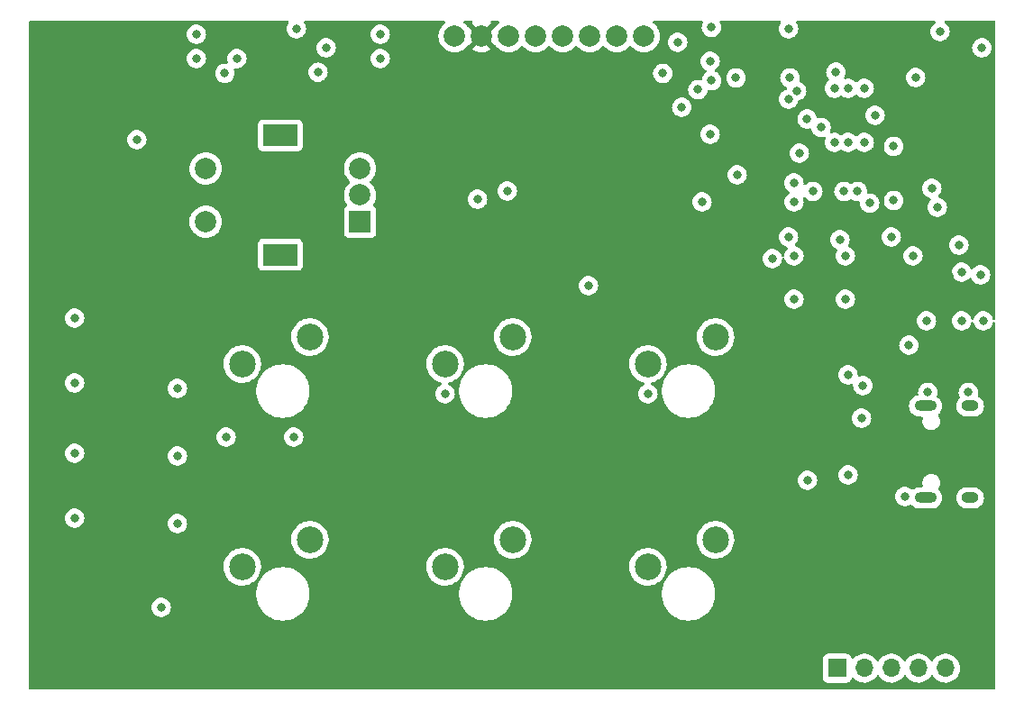
<source format=gbr>
%TF.GenerationSoftware,KiCad,Pcbnew,(6.0.4)*%
%TF.CreationDate,2022-05-01T16:05:16+08:00*%
%TF.ProjectId,S3_module,53335f6d-6f64-4756-9c65-2e6b69636164,rev?*%
%TF.SameCoordinates,Original*%
%TF.FileFunction,Copper,L2,Inr*%
%TF.FilePolarity,Positive*%
%FSLAX46Y46*%
G04 Gerber Fmt 4.6, Leading zero omitted, Abs format (unit mm)*
G04 Created by KiCad (PCBNEW (6.0.4)) date 2022-05-01 16:05:16*
%MOMM*%
%LPD*%
G01*
G04 APERTURE LIST*
%TA.AperFunction,ComponentPad*%
%ADD10R,1.700000X1.700000*%
%TD*%
%TA.AperFunction,ComponentPad*%
%ADD11O,1.700000X1.700000*%
%TD*%
%TA.AperFunction,ComponentPad*%
%ADD12C,2.500000*%
%TD*%
%TA.AperFunction,ComponentPad*%
%ADD13C,2.000000*%
%TD*%
%TA.AperFunction,ComponentPad*%
%ADD14R,2.000000X2.000000*%
%TD*%
%TA.AperFunction,ComponentPad*%
%ADD15R,3.200000X2.000000*%
%TD*%
%TA.AperFunction,ComponentPad*%
%ADD16O,2.100000X1.000000*%
%TD*%
%TA.AperFunction,ComponentPad*%
%ADD17O,1.600000X1.000000*%
%TD*%
%TA.AperFunction,ViaPad*%
%ADD18C,0.800000*%
%TD*%
G04 APERTURE END LIST*
D10*
%TO.N,/IO5*%
%TO.C,J2*%
X166375000Y-145415000D03*
D11*
%TO.N,/IO4*%
X168915000Y-145415000D03*
%TO.N,/IO3*%
X171455000Y-145415000D03*
%TO.N,/IO2*%
X173995000Y-145415000D03*
%TO.N,/IO1*%
X176535000Y-145415000D03*
%TD*%
D12*
%TO.N,SW_1*%
%TO.C,SW4*%
X110490000Y-116840000D03*
%TO.N,Net-(D6-Pad2)*%
X116840000Y-114300000D03*
%TD*%
D13*
%TO.N,GND*%
%TO.C,U6*%
X130429000Y-86020000D03*
%TO.N,VCC*%
X132969000Y-86020000D03*
%TO.N,/DIS_CLK*%
X135509000Y-86020000D03*
%TO.N,/DIS_SDA*%
X138049000Y-86020000D03*
%TO.N,/BOOT*%
X140589000Y-86020000D03*
%TO.N,/IO6*%
X143129000Y-86020000D03*
%TO.N,/IO7*%
X145669000Y-86020000D03*
%TO.N,unconnected-(U6-Pad8)*%
X148209000Y-86020000D03*
%TD*%
D12*
%TO.N,SW_3*%
%TO.C,SW9*%
X148590000Y-135890000D03*
%TO.N,Net-(D11-Pad2)*%
X154940000Y-133350000D03*
%TD*%
D14*
%TO.N,/Rotary_A*%
%TO.C,SW3*%
X121550000Y-103465000D03*
D13*
%TO.N,/Rotary_B*%
X121550000Y-98465000D03*
%TO.N,GND*%
X121550000Y-100965000D03*
D15*
%TO.N,N/C*%
X114050000Y-106565000D03*
X114050000Y-95365000D03*
D13*
%TO.N,/Rotary_Z*%
X107050000Y-98465000D03*
%TO.N,GND*%
X107050000Y-103465000D03*
%TD*%
D12*
%TO.N,SW_2*%
%TO.C,SW6*%
X129540000Y-116840000D03*
%TO.N,Net-(D8-Pad2)*%
X135890000Y-114300000D03*
%TD*%
%TO.N,SW_2*%
%TO.C,SW7*%
X129540000Y-135890000D03*
%TO.N,Net-(D9-Pad2)*%
X135890000Y-133350000D03*
%TD*%
D16*
%TO.N,GND*%
%TO.C,J1*%
X174670000Y-120775000D03*
X174670000Y-129415000D03*
D17*
X178850000Y-120775000D03*
X178850000Y-129415000D03*
%TD*%
D12*
%TO.N,SW_1*%
%TO.C,SW5*%
X110490000Y-135890000D03*
%TO.N,Net-(D7-Pad2)*%
X116840000Y-133350000D03*
%TD*%
%TO.N,SW_3*%
%TO.C,SW8*%
X148590000Y-116840000D03*
%TO.N,Net-(D10-Pad2)*%
X154940000Y-114300000D03*
%TD*%
D18*
%TO.N,/IO1*%
X179959000Y-87122000D03*
%TO.N,GND*%
X162306000Y-110744000D03*
X169926000Y-93472000D03*
X168783000Y-118872000D03*
X167386000Y-127254000D03*
X123444000Y-85852000D03*
X154432000Y-88392000D03*
X160274000Y-106934000D03*
X104394000Y-119126000D03*
X166116000Y-96012000D03*
X174879000Y-119507000D03*
X178689000Y-119507000D03*
X100584000Y-95758000D03*
X154559000Y-85217000D03*
X162306000Y-106680000D03*
X102870000Y-139700000D03*
X168910000Y-90932000D03*
X106172000Y-88138000D03*
X94742000Y-112522000D03*
X106172000Y-85852000D03*
X168656000Y-121920000D03*
X104394000Y-131826000D03*
X167132000Y-110744000D03*
X94742000Y-118618000D03*
X172720000Y-129286000D03*
X168910000Y-96012000D03*
X154432000Y-95250000D03*
X161798000Y-85344000D03*
X167386000Y-117856000D03*
X167386000Y-96012000D03*
X173101000Y-115062000D03*
X167386000Y-90932000D03*
X94742000Y-131318000D03*
X173482000Y-106680000D03*
X94742000Y-125222000D03*
X104394000Y-125476000D03*
X176022000Y-85598000D03*
X153670000Y-101600000D03*
X154559605Y-90207396D03*
X115570000Y-85344000D03*
X108850048Y-89515884D03*
X167132000Y-106680000D03*
X117602000Y-89417502D03*
X123444000Y-88138000D03*
X166116000Y-90932000D03*
%TO.N,VCC*%
X174879000Y-108585000D03*
X154178000Y-97536000D03*
X102870000Y-100076000D03*
X176911000Y-108585000D03*
X103864500Y-89254522D03*
X119126000Y-85852000D03*
X112972484Y-89359121D03*
X107442000Y-86614000D03*
X173863000Y-108585000D03*
X116078000Y-86614000D03*
X101600000Y-85852000D03*
X175260000Y-115062000D03*
X120917803Y-89431473D03*
X175895000Y-108585000D03*
X110744000Y-85852000D03*
X170180000Y-117856000D03*
X161798000Y-87630000D03*
%TO.N,Net-(C3-Pad2)*%
X166243000Y-89408000D03*
X156860705Y-89953500D03*
X161925000Y-89953500D03*
X166624000Y-105156000D03*
%TO.N,/+5V*%
X115316000Y-123698000D03*
X108966000Y-123698000D03*
%TO.N,SW_A*%
X171450000Y-104902000D03*
X163576000Y-127762000D03*
%TO.N,SW_B*%
X175768000Y-102108000D03*
X178054000Y-108204000D03*
%TO.N,/IO5*%
X143002000Y-109474000D03*
X153289000Y-91059000D03*
X162560000Y-91186000D03*
%TO.N,/IO4*%
X173736000Y-89916000D03*
X177800000Y-105664000D03*
X179832000Y-108458000D03*
%TO.N,/IO3*%
X178054000Y-112776000D03*
X161798000Y-104902000D03*
X180086000Y-112776000D03*
X174752000Y-112776000D03*
%TO.N,/BOOT*%
X175260000Y-100330000D03*
X151384000Y-86614000D03*
%TO.N,/IO6*%
X161798000Y-91948000D03*
%TO.N,/IO7*%
X163538500Y-93810500D03*
%TO.N,/DIS_SDA*%
X167005000Y-100621500D03*
%TO.N,/DIS_CLK*%
X168275000Y-100621500D03*
X151765000Y-92710000D03*
%TO.N,SW_1*%
X162306000Y-101600000D03*
X132588000Y-101346000D03*
%TO.N,SW_2*%
X135382000Y-100584000D03*
X129540000Y-119634000D03*
X162306000Y-99822000D03*
%TO.N,SW_3*%
X164084000Y-100621500D03*
X156972000Y-99060000D03*
X148590000Y-119634000D03*
%TO.N,R_A*%
X109982000Y-88138000D03*
X169418000Y-101727000D03*
%TO.N,R_B*%
X118364000Y-87122000D03*
X162814000Y-97028000D03*
X171666500Y-96393000D03*
X171666500Y-101473000D03*
%TO.N,R_Z*%
X149987000Y-89535000D03*
X164860500Y-94596262D03*
%TD*%
%TA.AperFunction,Conductor*%
%TO.N,VCC*%
G36*
X114818272Y-84602502D02*
G01*
X114864765Y-84656158D01*
X114874869Y-84726432D01*
X114843789Y-84792808D01*
X114830960Y-84807056D01*
X114735473Y-84972444D01*
X114676458Y-85154072D01*
X114675768Y-85160633D01*
X114675768Y-85160635D01*
X114673938Y-85178045D01*
X114656496Y-85344000D01*
X114676458Y-85533928D01*
X114735473Y-85715556D01*
X114830960Y-85880944D01*
X114835378Y-85885851D01*
X114835379Y-85885852D01*
X114947885Y-86010803D01*
X114958747Y-86022866D01*
X115026578Y-86072148D01*
X115098122Y-86124128D01*
X115113248Y-86135118D01*
X115119276Y-86137802D01*
X115119278Y-86137803D01*
X115281681Y-86210109D01*
X115287712Y-86212794D01*
X115381113Y-86232647D01*
X115468056Y-86251128D01*
X115468061Y-86251128D01*
X115474513Y-86252500D01*
X115665487Y-86252500D01*
X115671939Y-86251128D01*
X115671944Y-86251128D01*
X115758887Y-86232647D01*
X115852288Y-86212794D01*
X115858319Y-86210109D01*
X116020722Y-86137803D01*
X116020724Y-86137802D01*
X116026752Y-86135118D01*
X116041879Y-86124128D01*
X116113422Y-86072148D01*
X116181253Y-86022866D01*
X116192115Y-86010803D01*
X116304621Y-85885852D01*
X116304622Y-85885851D01*
X116309040Y-85880944D01*
X116325751Y-85852000D01*
X122530496Y-85852000D01*
X122531186Y-85858565D01*
X122548863Y-86026749D01*
X122550458Y-86041928D01*
X122609473Y-86223556D01*
X122704960Y-86388944D01*
X122709378Y-86393851D01*
X122709379Y-86393852D01*
X122753753Y-86443134D01*
X122832747Y-86530866D01*
X122900578Y-86580148D01*
X122956207Y-86620565D01*
X122987248Y-86643118D01*
X122993276Y-86645802D01*
X122993278Y-86645803D01*
X123120373Y-86702389D01*
X123161712Y-86720794D01*
X123255113Y-86740647D01*
X123342056Y-86759128D01*
X123342061Y-86759128D01*
X123348513Y-86760500D01*
X123539487Y-86760500D01*
X123545939Y-86759128D01*
X123545944Y-86759128D01*
X123632887Y-86740647D01*
X123726288Y-86720794D01*
X123767627Y-86702389D01*
X123894722Y-86645803D01*
X123894724Y-86645802D01*
X123900752Y-86643118D01*
X123931794Y-86620565D01*
X123987422Y-86580148D01*
X124055253Y-86530866D01*
X124134247Y-86443134D01*
X124178621Y-86393852D01*
X124178622Y-86393851D01*
X124183040Y-86388944D01*
X124278527Y-86223556D01*
X124337542Y-86041928D01*
X124339138Y-86026749D01*
X124356814Y-85858565D01*
X124357504Y-85852000D01*
X124346280Y-85745206D01*
X124338232Y-85668635D01*
X124338232Y-85668633D01*
X124337542Y-85662072D01*
X124278527Y-85480444D01*
X124183040Y-85315056D01*
X124103254Y-85226444D01*
X124059675Y-85178045D01*
X124059674Y-85178044D01*
X124055253Y-85173134D01*
X123900752Y-85060882D01*
X123894724Y-85058198D01*
X123894722Y-85058197D01*
X123732319Y-84985891D01*
X123732318Y-84985891D01*
X123726288Y-84983206D01*
X123632887Y-84963353D01*
X123545944Y-84944872D01*
X123545939Y-84944872D01*
X123539487Y-84943500D01*
X123348513Y-84943500D01*
X123342061Y-84944872D01*
X123342056Y-84944872D01*
X123255113Y-84963353D01*
X123161712Y-84983206D01*
X123155682Y-84985891D01*
X123155681Y-84985891D01*
X122993278Y-85058197D01*
X122993276Y-85058198D01*
X122987248Y-85060882D01*
X122832747Y-85173134D01*
X122828326Y-85178044D01*
X122828325Y-85178045D01*
X122784747Y-85226444D01*
X122704960Y-85315056D01*
X122609473Y-85480444D01*
X122550458Y-85662072D01*
X122549768Y-85668633D01*
X122549768Y-85668635D01*
X122541720Y-85745206D01*
X122530496Y-85852000D01*
X116325751Y-85852000D01*
X116404527Y-85715556D01*
X116463542Y-85533928D01*
X116483504Y-85344000D01*
X116466062Y-85178045D01*
X116464232Y-85160635D01*
X116464232Y-85160633D01*
X116463542Y-85154072D01*
X116404527Y-84972444D01*
X116309040Y-84807056D01*
X116296211Y-84792808D01*
X116265495Y-84728802D01*
X116274260Y-84658349D01*
X116319723Y-84603818D01*
X116389849Y-84582500D01*
X129447816Y-84582500D01*
X129515937Y-84602502D01*
X129562430Y-84656158D01*
X129572534Y-84726432D01*
X129543040Y-84791012D01*
X129529647Y-84804311D01*
X129481487Y-84845444D01*
X129359031Y-84950031D01*
X129204824Y-85130584D01*
X129202245Y-85134792D01*
X129202241Y-85134798D01*
X129142229Y-85232729D01*
X129080760Y-85333037D01*
X129078867Y-85337607D01*
X129078865Y-85337611D01*
X129047553Y-85413206D01*
X128989895Y-85552406D01*
X128988740Y-85557218D01*
X128940332Y-85758852D01*
X128934465Y-85783289D01*
X128915835Y-86020000D01*
X128934465Y-86256711D01*
X128935619Y-86261518D01*
X128935620Y-86261524D01*
X128965122Y-86384408D01*
X128989895Y-86487594D01*
X128991788Y-86492165D01*
X128991789Y-86492167D01*
X129054315Y-86643118D01*
X129080760Y-86706963D01*
X129083346Y-86711183D01*
X129202241Y-86905202D01*
X129202245Y-86905208D01*
X129204824Y-86909416D01*
X129359031Y-87089969D01*
X129539584Y-87244176D01*
X129543792Y-87246755D01*
X129543798Y-87246759D01*
X129707184Y-87346882D01*
X129742037Y-87368240D01*
X129746607Y-87370133D01*
X129746611Y-87370135D01*
X129956833Y-87457211D01*
X129961406Y-87459105D01*
X129981983Y-87464045D01*
X130187476Y-87513380D01*
X130187482Y-87513381D01*
X130192289Y-87514535D01*
X130429000Y-87533165D01*
X130665711Y-87514535D01*
X130670518Y-87513381D01*
X130670524Y-87513380D01*
X130876017Y-87464045D01*
X130896594Y-87459105D01*
X130901167Y-87457211D01*
X131111389Y-87370135D01*
X131111393Y-87370133D01*
X131115963Y-87368240D01*
X131150816Y-87346882D01*
X131304556Y-87252670D01*
X132101160Y-87252670D01*
X132106887Y-87260320D01*
X132278042Y-87365205D01*
X132286837Y-87369687D01*
X132496988Y-87456734D01*
X132506373Y-87459783D01*
X132727554Y-87512885D01*
X132737301Y-87514428D01*
X132964070Y-87532275D01*
X132973930Y-87532275D01*
X133200699Y-87514428D01*
X133210446Y-87512885D01*
X133431627Y-87459783D01*
X133441012Y-87456734D01*
X133651163Y-87369687D01*
X133659958Y-87365205D01*
X133827445Y-87262568D01*
X133836907Y-87252110D01*
X133833124Y-87243334D01*
X132981812Y-86392022D01*
X132967868Y-86384408D01*
X132966035Y-86384539D01*
X132959420Y-86388790D01*
X132107920Y-87240290D01*
X132101160Y-87252670D01*
X131304556Y-87252670D01*
X131314202Y-87246759D01*
X131314208Y-87246755D01*
X131318416Y-87244176D01*
X131498969Y-87089969D01*
X131502177Y-87086213D01*
X131502182Y-87086208D01*
X131632706Y-86933384D01*
X131692156Y-86894574D01*
X131726558Y-86892360D01*
X131745667Y-86884123D01*
X132596978Y-86032812D01*
X132604592Y-86018868D01*
X132604461Y-86017035D01*
X132600210Y-86010420D01*
X131748710Y-85158920D01*
X131731898Y-85149740D01*
X131668650Y-85135980D01*
X131633225Y-85107224D01*
X131502177Y-84953787D01*
X131498969Y-84950031D01*
X131376514Y-84845444D01*
X131328353Y-84804311D01*
X131289544Y-84744861D01*
X131289038Y-84673866D01*
X131326994Y-84613867D01*
X131391362Y-84583914D01*
X131410184Y-84582500D01*
X132003005Y-84582500D01*
X132071126Y-84602502D01*
X132117619Y-84656158D01*
X132127723Y-84726432D01*
X132100805Y-84783742D01*
X132100388Y-84786255D01*
X132104876Y-84796666D01*
X132956188Y-85647978D01*
X132970132Y-85655592D01*
X132971965Y-85655461D01*
X132978580Y-85651210D01*
X133830080Y-84799710D01*
X133836840Y-84787330D01*
X133834354Y-84784009D01*
X133809543Y-84717489D01*
X133824635Y-84648114D01*
X133874837Y-84597912D01*
X133935222Y-84582500D01*
X134527816Y-84582500D01*
X134595937Y-84602502D01*
X134642430Y-84656158D01*
X134652534Y-84726432D01*
X134623040Y-84791012D01*
X134609647Y-84804311D01*
X134561487Y-84845444D01*
X134439031Y-84950031D01*
X134435823Y-84953787D01*
X134435818Y-84953792D01*
X134305294Y-85106616D01*
X134245844Y-85145426D01*
X134211442Y-85147640D01*
X134192333Y-85155877D01*
X133341022Y-86007188D01*
X133333408Y-86021132D01*
X133333539Y-86022965D01*
X133337790Y-86029580D01*
X134189290Y-86881080D01*
X134206102Y-86890260D01*
X134269350Y-86904020D01*
X134304775Y-86932776D01*
X134435819Y-87086208D01*
X134439031Y-87089969D01*
X134619584Y-87244176D01*
X134623792Y-87246755D01*
X134623798Y-87246759D01*
X134787184Y-87346882D01*
X134822037Y-87368240D01*
X134826607Y-87370133D01*
X134826611Y-87370135D01*
X135036833Y-87457211D01*
X135041406Y-87459105D01*
X135061983Y-87464045D01*
X135267476Y-87513380D01*
X135267482Y-87513381D01*
X135272289Y-87514535D01*
X135509000Y-87533165D01*
X135745711Y-87514535D01*
X135750518Y-87513381D01*
X135750524Y-87513380D01*
X135956017Y-87464045D01*
X135976594Y-87459105D01*
X135981167Y-87457211D01*
X136191389Y-87370135D01*
X136191393Y-87370133D01*
X136195963Y-87368240D01*
X136230816Y-87346882D01*
X136394202Y-87246759D01*
X136394208Y-87246755D01*
X136398416Y-87244176D01*
X136578969Y-87089969D01*
X136582177Y-87086213D01*
X136582182Y-87086208D01*
X136683189Y-86967944D01*
X136742639Y-86929134D01*
X136813634Y-86928628D01*
X136874811Y-86967944D01*
X136975818Y-87086208D01*
X136975823Y-87086213D01*
X136979031Y-87089969D01*
X137159584Y-87244176D01*
X137163792Y-87246755D01*
X137163798Y-87246759D01*
X137327184Y-87346882D01*
X137362037Y-87368240D01*
X137366607Y-87370133D01*
X137366611Y-87370135D01*
X137576833Y-87457211D01*
X137581406Y-87459105D01*
X137601983Y-87464045D01*
X137807476Y-87513380D01*
X137807482Y-87513381D01*
X137812289Y-87514535D01*
X138049000Y-87533165D01*
X138285711Y-87514535D01*
X138290518Y-87513381D01*
X138290524Y-87513380D01*
X138496017Y-87464045D01*
X138516594Y-87459105D01*
X138521167Y-87457211D01*
X138731389Y-87370135D01*
X138731393Y-87370133D01*
X138735963Y-87368240D01*
X138770816Y-87346882D01*
X138934202Y-87246759D01*
X138934208Y-87246755D01*
X138938416Y-87244176D01*
X139118969Y-87089969D01*
X139122177Y-87086213D01*
X139122182Y-87086208D01*
X139223189Y-86967944D01*
X139282639Y-86929134D01*
X139353634Y-86928628D01*
X139414811Y-86967944D01*
X139515818Y-87086208D01*
X139515823Y-87086213D01*
X139519031Y-87089969D01*
X139699584Y-87244176D01*
X139703792Y-87246755D01*
X139703798Y-87246759D01*
X139867184Y-87346882D01*
X139902037Y-87368240D01*
X139906607Y-87370133D01*
X139906611Y-87370135D01*
X140116833Y-87457211D01*
X140121406Y-87459105D01*
X140141983Y-87464045D01*
X140347476Y-87513380D01*
X140347482Y-87513381D01*
X140352289Y-87514535D01*
X140589000Y-87533165D01*
X140825711Y-87514535D01*
X140830518Y-87513381D01*
X140830524Y-87513380D01*
X141036017Y-87464045D01*
X141056594Y-87459105D01*
X141061167Y-87457211D01*
X141271389Y-87370135D01*
X141271393Y-87370133D01*
X141275963Y-87368240D01*
X141310816Y-87346882D01*
X141474202Y-87246759D01*
X141474208Y-87246755D01*
X141478416Y-87244176D01*
X141658969Y-87089969D01*
X141662177Y-87086213D01*
X141662182Y-87086208D01*
X141763189Y-86967944D01*
X141822639Y-86929134D01*
X141893634Y-86928628D01*
X141954811Y-86967944D01*
X142055818Y-87086208D01*
X142055823Y-87086213D01*
X142059031Y-87089969D01*
X142239584Y-87244176D01*
X142243792Y-87246755D01*
X142243798Y-87246759D01*
X142407184Y-87346882D01*
X142442037Y-87368240D01*
X142446607Y-87370133D01*
X142446611Y-87370135D01*
X142656833Y-87457211D01*
X142661406Y-87459105D01*
X142681983Y-87464045D01*
X142887476Y-87513380D01*
X142887482Y-87513381D01*
X142892289Y-87514535D01*
X143129000Y-87533165D01*
X143365711Y-87514535D01*
X143370518Y-87513381D01*
X143370524Y-87513380D01*
X143576017Y-87464045D01*
X143596594Y-87459105D01*
X143601167Y-87457211D01*
X143811389Y-87370135D01*
X143811393Y-87370133D01*
X143815963Y-87368240D01*
X143850816Y-87346882D01*
X144014202Y-87246759D01*
X144014208Y-87246755D01*
X144018416Y-87244176D01*
X144198969Y-87089969D01*
X144202177Y-87086213D01*
X144202182Y-87086208D01*
X144303189Y-86967944D01*
X144362639Y-86929134D01*
X144433634Y-86928628D01*
X144494811Y-86967944D01*
X144595818Y-87086208D01*
X144595823Y-87086213D01*
X144599031Y-87089969D01*
X144779584Y-87244176D01*
X144783792Y-87246755D01*
X144783798Y-87246759D01*
X144947184Y-87346882D01*
X144982037Y-87368240D01*
X144986607Y-87370133D01*
X144986611Y-87370135D01*
X145196833Y-87457211D01*
X145201406Y-87459105D01*
X145221983Y-87464045D01*
X145427476Y-87513380D01*
X145427482Y-87513381D01*
X145432289Y-87514535D01*
X145669000Y-87533165D01*
X145905711Y-87514535D01*
X145910518Y-87513381D01*
X145910524Y-87513380D01*
X146116017Y-87464045D01*
X146136594Y-87459105D01*
X146141167Y-87457211D01*
X146351389Y-87370135D01*
X146351393Y-87370133D01*
X146355963Y-87368240D01*
X146390816Y-87346882D01*
X146554202Y-87246759D01*
X146554208Y-87246755D01*
X146558416Y-87244176D01*
X146738969Y-87089969D01*
X146742177Y-87086213D01*
X146742182Y-87086208D01*
X146843189Y-86967944D01*
X146902639Y-86929134D01*
X146973634Y-86928628D01*
X147034811Y-86967944D01*
X147135818Y-87086208D01*
X147135823Y-87086213D01*
X147139031Y-87089969D01*
X147319584Y-87244176D01*
X147323792Y-87246755D01*
X147323798Y-87246759D01*
X147487184Y-87346882D01*
X147522037Y-87368240D01*
X147526607Y-87370133D01*
X147526611Y-87370135D01*
X147736833Y-87457211D01*
X147741406Y-87459105D01*
X147761983Y-87464045D01*
X147967476Y-87513380D01*
X147967482Y-87513381D01*
X147972289Y-87514535D01*
X148209000Y-87533165D01*
X148445711Y-87514535D01*
X148450518Y-87513381D01*
X148450524Y-87513380D01*
X148656017Y-87464045D01*
X148676594Y-87459105D01*
X148681167Y-87457211D01*
X148891389Y-87370135D01*
X148891393Y-87370133D01*
X148895963Y-87368240D01*
X148930816Y-87346882D01*
X149094202Y-87246759D01*
X149094208Y-87246755D01*
X149098416Y-87244176D01*
X149278969Y-87089969D01*
X149433176Y-86909416D01*
X149435755Y-86905208D01*
X149435759Y-86905202D01*
X149554654Y-86711183D01*
X149557240Y-86706963D01*
X149583686Y-86643118D01*
X149595747Y-86614000D01*
X150470496Y-86614000D01*
X150471186Y-86620565D01*
X150485894Y-86760500D01*
X150490458Y-86803928D01*
X150549473Y-86985556D01*
X150644960Y-87150944D01*
X150649378Y-87155851D01*
X150649379Y-87155852D01*
X150750208Y-87267834D01*
X150772747Y-87292866D01*
X150927248Y-87405118D01*
X150933276Y-87407802D01*
X150933278Y-87407803D01*
X151095681Y-87480109D01*
X151101712Y-87482794D01*
X151195112Y-87502647D01*
X151282056Y-87521128D01*
X151282061Y-87521128D01*
X151288513Y-87522500D01*
X151479487Y-87522500D01*
X151485939Y-87521128D01*
X151485944Y-87521128D01*
X151572888Y-87502647D01*
X151666288Y-87482794D01*
X151672319Y-87480109D01*
X151834722Y-87407803D01*
X151834724Y-87407802D01*
X151840752Y-87405118D01*
X151995253Y-87292866D01*
X152017792Y-87267834D01*
X152118621Y-87155852D01*
X152118622Y-87155851D01*
X152123040Y-87150944D01*
X152139751Y-87122000D01*
X179045496Y-87122000D01*
X179046186Y-87128565D01*
X179063863Y-87296749D01*
X179065458Y-87311928D01*
X179124473Y-87493556D01*
X179127776Y-87499278D01*
X179127777Y-87499279D01*
X179135918Y-87513380D01*
X179219960Y-87658944D01*
X179224378Y-87663851D01*
X179224379Y-87663852D01*
X179268753Y-87713134D01*
X179347747Y-87800866D01*
X179502248Y-87913118D01*
X179508276Y-87915802D01*
X179508278Y-87915803D01*
X179580756Y-87948072D01*
X179676712Y-87990794D01*
X179770113Y-88010647D01*
X179857056Y-88029128D01*
X179857061Y-88029128D01*
X179863513Y-88030500D01*
X180054487Y-88030500D01*
X180060939Y-88029128D01*
X180060944Y-88029128D01*
X180147887Y-88010647D01*
X180241288Y-87990794D01*
X180337244Y-87948072D01*
X180409722Y-87915803D01*
X180409724Y-87915802D01*
X180415752Y-87913118D01*
X180570253Y-87800866D01*
X180649247Y-87713134D01*
X180693621Y-87663852D01*
X180693622Y-87663851D01*
X180698040Y-87658944D01*
X180782082Y-87513380D01*
X180790223Y-87499279D01*
X180790224Y-87499278D01*
X180793527Y-87493556D01*
X180852542Y-87311928D01*
X180854138Y-87296749D01*
X180871814Y-87128565D01*
X180872504Y-87122000D01*
X180852542Y-86932072D01*
X180793527Y-86750444D01*
X180698040Y-86585056D01*
X180652744Y-86534749D01*
X180574675Y-86448045D01*
X180574674Y-86448044D01*
X180570253Y-86443134D01*
X180415752Y-86330882D01*
X180409724Y-86328198D01*
X180409722Y-86328197D01*
X180247319Y-86255891D01*
X180247318Y-86255891D01*
X180241288Y-86253206D01*
X180128721Y-86229279D01*
X180060944Y-86214872D01*
X180060939Y-86214872D01*
X180054487Y-86213500D01*
X179863513Y-86213500D01*
X179857061Y-86214872D01*
X179857056Y-86214872D01*
X179789279Y-86229279D01*
X179676712Y-86253206D01*
X179670682Y-86255891D01*
X179670681Y-86255891D01*
X179508278Y-86328197D01*
X179508276Y-86328198D01*
X179502248Y-86330882D01*
X179347747Y-86443134D01*
X179343326Y-86448044D01*
X179343325Y-86448045D01*
X179265257Y-86534749D01*
X179219960Y-86585056D01*
X179124473Y-86750444D01*
X179065458Y-86932072D01*
X179045496Y-87122000D01*
X152139751Y-87122000D01*
X152218527Y-86985556D01*
X152277542Y-86803928D01*
X152282107Y-86760500D01*
X152296814Y-86620565D01*
X152297504Y-86614000D01*
X152293946Y-86580148D01*
X152278232Y-86430635D01*
X152278232Y-86430633D01*
X152277542Y-86424072D01*
X152218527Y-86242444D01*
X152123040Y-86077056D01*
X152097064Y-86048206D01*
X151999675Y-85940045D01*
X151999674Y-85940044D01*
X151995253Y-85935134D01*
X151880829Y-85852000D01*
X151846094Y-85826763D01*
X151846093Y-85826762D01*
X151840752Y-85822882D01*
X151834724Y-85820198D01*
X151834722Y-85820197D01*
X151672319Y-85747891D01*
X151672318Y-85747891D01*
X151666288Y-85745206D01*
X151553721Y-85721279D01*
X151485944Y-85706872D01*
X151485939Y-85706872D01*
X151479487Y-85705500D01*
X151288513Y-85705500D01*
X151282061Y-85706872D01*
X151282056Y-85706872D01*
X151214279Y-85721279D01*
X151101712Y-85745206D01*
X151095682Y-85747891D01*
X151095681Y-85747891D01*
X150933278Y-85820197D01*
X150933276Y-85820198D01*
X150927248Y-85822882D01*
X150921907Y-85826762D01*
X150921906Y-85826763D01*
X150887171Y-85852000D01*
X150772747Y-85935134D01*
X150768326Y-85940044D01*
X150768325Y-85940045D01*
X150670937Y-86048206D01*
X150644960Y-86077056D01*
X150549473Y-86242444D01*
X150490458Y-86424072D01*
X150489768Y-86430633D01*
X150489768Y-86430635D01*
X150474054Y-86580148D01*
X150470496Y-86614000D01*
X149595747Y-86614000D01*
X149646211Y-86492167D01*
X149646212Y-86492165D01*
X149648105Y-86487594D01*
X149672878Y-86384408D01*
X149702380Y-86261524D01*
X149702381Y-86261518D01*
X149703535Y-86256711D01*
X149722165Y-86020000D01*
X149703535Y-85783289D01*
X149697669Y-85758852D01*
X149649260Y-85557218D01*
X149648105Y-85552406D01*
X149590447Y-85413206D01*
X149559135Y-85337611D01*
X149559133Y-85337607D01*
X149557240Y-85333037D01*
X149495771Y-85232729D01*
X149435759Y-85134798D01*
X149435755Y-85134792D01*
X149433176Y-85130584D01*
X149278969Y-84950031D01*
X149156514Y-84845444D01*
X149108353Y-84804311D01*
X149069544Y-84744861D01*
X149069038Y-84673866D01*
X149106994Y-84613867D01*
X149171362Y-84583914D01*
X149190184Y-84582500D01*
X153658046Y-84582500D01*
X153726167Y-84602502D01*
X153772660Y-84656158D01*
X153782764Y-84726432D01*
X153767165Y-84771499D01*
X153724473Y-84845444D01*
X153665458Y-85027072D01*
X153664768Y-85033633D01*
X153664768Y-85033635D01*
X153654136Y-85134798D01*
X153645496Y-85217000D01*
X153646186Y-85223565D01*
X153658173Y-85337611D01*
X153665458Y-85406928D01*
X153724473Y-85588556D01*
X153727776Y-85594278D01*
X153727777Y-85594279D01*
X153733716Y-85604565D01*
X153819960Y-85753944D01*
X153947747Y-85895866D01*
X154102248Y-86008118D01*
X154108276Y-86010802D01*
X154108278Y-86010803D01*
X154246062Y-86072148D01*
X154276712Y-86085794D01*
X154370113Y-86105647D01*
X154457056Y-86124128D01*
X154457061Y-86124128D01*
X154463513Y-86125500D01*
X154654487Y-86125500D01*
X154660939Y-86124128D01*
X154660944Y-86124128D01*
X154747887Y-86105647D01*
X154841288Y-86085794D01*
X154871938Y-86072148D01*
X155009722Y-86010803D01*
X155009724Y-86010802D01*
X155015752Y-86008118D01*
X155170253Y-85895866D01*
X155298040Y-85753944D01*
X155384284Y-85604565D01*
X155390223Y-85594279D01*
X155390224Y-85594278D01*
X155393527Y-85588556D01*
X155452542Y-85406928D01*
X155459828Y-85337611D01*
X155471814Y-85223565D01*
X155472504Y-85217000D01*
X155463864Y-85134798D01*
X155453232Y-85033635D01*
X155453232Y-85033633D01*
X155452542Y-85027072D01*
X155393527Y-84845444D01*
X155350835Y-84771499D01*
X155334097Y-84702505D01*
X155357317Y-84635413D01*
X155413124Y-84591526D01*
X155459954Y-84582500D01*
X160978151Y-84582500D01*
X161046272Y-84602502D01*
X161092765Y-84656158D01*
X161102869Y-84726432D01*
X161071789Y-84792808D01*
X161058960Y-84807056D01*
X160963473Y-84972444D01*
X160904458Y-85154072D01*
X160903768Y-85160633D01*
X160903768Y-85160635D01*
X160901938Y-85178045D01*
X160884496Y-85344000D01*
X160904458Y-85533928D01*
X160963473Y-85715556D01*
X161058960Y-85880944D01*
X161063378Y-85885851D01*
X161063379Y-85885852D01*
X161175885Y-86010803D01*
X161186747Y-86022866D01*
X161254578Y-86072148D01*
X161326122Y-86124128D01*
X161341248Y-86135118D01*
X161347276Y-86137802D01*
X161347278Y-86137803D01*
X161509681Y-86210109D01*
X161515712Y-86212794D01*
X161609113Y-86232647D01*
X161696056Y-86251128D01*
X161696061Y-86251128D01*
X161702513Y-86252500D01*
X161893487Y-86252500D01*
X161899939Y-86251128D01*
X161899944Y-86251128D01*
X161986887Y-86232647D01*
X162080288Y-86212794D01*
X162086319Y-86210109D01*
X162248722Y-86137803D01*
X162248724Y-86137802D01*
X162254752Y-86135118D01*
X162269879Y-86124128D01*
X162341422Y-86072148D01*
X162409253Y-86022866D01*
X162420115Y-86010803D01*
X162532621Y-85885852D01*
X162532622Y-85885851D01*
X162537040Y-85880944D01*
X162632527Y-85715556D01*
X162691542Y-85533928D01*
X162711504Y-85344000D01*
X162694062Y-85178045D01*
X162692232Y-85160635D01*
X162692232Y-85160633D01*
X162691542Y-85154072D01*
X162632527Y-84972444D01*
X162537040Y-84807056D01*
X162524211Y-84792808D01*
X162493495Y-84728802D01*
X162502260Y-84658349D01*
X162547723Y-84603818D01*
X162617849Y-84582500D01*
X175486295Y-84582500D01*
X175554416Y-84602502D01*
X175600909Y-84656158D01*
X175611013Y-84726432D01*
X175581519Y-84791012D01*
X175560356Y-84810436D01*
X175410747Y-84919134D01*
X175406326Y-84924044D01*
X175406325Y-84924045D01*
X175362747Y-84972444D01*
X175282960Y-85061056D01*
X175279659Y-85066774D01*
X175192926Y-85217000D01*
X175187473Y-85226444D01*
X175128458Y-85408072D01*
X175108496Y-85598000D01*
X175109186Y-85604565D01*
X175127465Y-85778476D01*
X175128458Y-85787928D01*
X175187473Y-85969556D01*
X175282960Y-86134944D01*
X175287378Y-86139851D01*
X175287379Y-86139852D01*
X175374600Y-86236721D01*
X175410747Y-86276866D01*
X175481398Y-86328197D01*
X175558946Y-86384539D01*
X175565248Y-86389118D01*
X175571276Y-86391802D01*
X175571278Y-86391803D01*
X175733681Y-86464109D01*
X175739712Y-86466794D01*
X175833112Y-86486647D01*
X175920056Y-86505128D01*
X175920061Y-86505128D01*
X175926513Y-86506500D01*
X176117487Y-86506500D01*
X176123939Y-86505128D01*
X176123944Y-86505128D01*
X176210888Y-86486647D01*
X176304288Y-86466794D01*
X176310319Y-86464109D01*
X176472722Y-86391803D01*
X176472724Y-86391802D01*
X176478752Y-86389118D01*
X176485055Y-86384539D01*
X176562602Y-86328197D01*
X176633253Y-86276866D01*
X176669400Y-86236721D01*
X176756621Y-86139852D01*
X176756622Y-86139851D01*
X176761040Y-86134944D01*
X176856527Y-85969556D01*
X176915542Y-85787928D01*
X176916536Y-85778476D01*
X176934814Y-85604565D01*
X176935504Y-85598000D01*
X176915542Y-85408072D01*
X176856527Y-85226444D01*
X176851075Y-85217000D01*
X176764341Y-85066774D01*
X176761040Y-85061056D01*
X176681254Y-84972444D01*
X176637675Y-84924045D01*
X176637674Y-84924044D01*
X176633253Y-84919134D01*
X176483644Y-84810436D01*
X176440290Y-84754213D01*
X176434215Y-84683477D01*
X176467347Y-84620686D01*
X176529167Y-84585774D01*
X176557705Y-84582500D01*
X181102500Y-84582500D01*
X181170621Y-84602502D01*
X181217114Y-84656158D01*
X181228500Y-84708500D01*
X181228500Y-112561837D01*
X181208498Y-112629958D01*
X181154842Y-112676451D01*
X181084568Y-112686555D01*
X181019988Y-112657061D01*
X180981604Y-112597335D01*
X180980100Y-112591385D01*
X180979542Y-112586072D01*
X180956591Y-112515435D01*
X180922569Y-112410729D01*
X180920527Y-112404444D01*
X180825040Y-112239056D01*
X180745254Y-112150444D01*
X180701675Y-112102045D01*
X180701674Y-112102044D01*
X180697253Y-112097134D01*
X180542752Y-111984882D01*
X180536724Y-111982198D01*
X180536722Y-111982197D01*
X180374319Y-111909891D01*
X180374318Y-111909891D01*
X180368288Y-111907206D01*
X180274887Y-111887353D01*
X180187944Y-111868872D01*
X180187939Y-111868872D01*
X180181487Y-111867500D01*
X179990513Y-111867500D01*
X179984061Y-111868872D01*
X179984056Y-111868872D01*
X179897113Y-111887353D01*
X179803712Y-111907206D01*
X179797682Y-111909891D01*
X179797681Y-111909891D01*
X179635278Y-111982197D01*
X179635276Y-111982198D01*
X179629248Y-111984882D01*
X179474747Y-112097134D01*
X179470326Y-112102044D01*
X179470325Y-112102045D01*
X179426747Y-112150444D01*
X179346960Y-112239056D01*
X179251473Y-112404444D01*
X179192458Y-112586072D01*
X179192318Y-112587401D01*
X179159518Y-112648156D01*
X179097368Y-112682477D01*
X179026529Y-112677748D01*
X178969492Y-112635472D01*
X178947724Y-112587808D01*
X178947542Y-112586072D01*
X178888527Y-112404444D01*
X178793040Y-112239056D01*
X178713254Y-112150444D01*
X178669675Y-112102045D01*
X178669674Y-112102044D01*
X178665253Y-112097134D01*
X178510752Y-111984882D01*
X178504724Y-111982198D01*
X178504722Y-111982197D01*
X178342319Y-111909891D01*
X178342318Y-111909891D01*
X178336288Y-111907206D01*
X178242887Y-111887353D01*
X178155944Y-111868872D01*
X178155939Y-111868872D01*
X178149487Y-111867500D01*
X177958513Y-111867500D01*
X177952061Y-111868872D01*
X177952056Y-111868872D01*
X177865113Y-111887353D01*
X177771712Y-111907206D01*
X177765682Y-111909891D01*
X177765681Y-111909891D01*
X177603278Y-111982197D01*
X177603276Y-111982198D01*
X177597248Y-111984882D01*
X177442747Y-112097134D01*
X177438326Y-112102044D01*
X177438325Y-112102045D01*
X177394747Y-112150444D01*
X177314960Y-112239056D01*
X177219473Y-112404444D01*
X177160458Y-112586072D01*
X177159768Y-112592633D01*
X177159768Y-112592635D01*
X177149897Y-112686555D01*
X177140496Y-112776000D01*
X177141186Y-112782565D01*
X177150823Y-112874252D01*
X177160458Y-112965928D01*
X177219473Y-113147556D01*
X177314960Y-113312944D01*
X177442747Y-113454866D01*
X177541843Y-113526864D01*
X177567048Y-113545176D01*
X177597248Y-113567118D01*
X177603276Y-113569802D01*
X177603278Y-113569803D01*
X177765681Y-113642109D01*
X177771712Y-113644794D01*
X177865112Y-113664647D01*
X177952056Y-113683128D01*
X177952061Y-113683128D01*
X177958513Y-113684500D01*
X178149487Y-113684500D01*
X178155939Y-113683128D01*
X178155944Y-113683128D01*
X178242887Y-113664647D01*
X178336288Y-113644794D01*
X178342319Y-113642109D01*
X178504722Y-113569803D01*
X178504724Y-113569802D01*
X178510752Y-113567118D01*
X178540953Y-113545176D01*
X178566157Y-113526864D01*
X178665253Y-113454866D01*
X178793040Y-113312944D01*
X178888527Y-113147556D01*
X178947542Y-112965928D01*
X178947682Y-112964599D01*
X178980482Y-112903844D01*
X179042632Y-112869523D01*
X179113471Y-112874252D01*
X179170508Y-112916528D01*
X179192276Y-112964192D01*
X179192458Y-112965928D01*
X179251473Y-113147556D01*
X179346960Y-113312944D01*
X179474747Y-113454866D01*
X179573843Y-113526864D01*
X179599048Y-113545176D01*
X179629248Y-113567118D01*
X179635276Y-113569802D01*
X179635278Y-113569803D01*
X179797681Y-113642109D01*
X179803712Y-113644794D01*
X179897112Y-113664647D01*
X179984056Y-113683128D01*
X179984061Y-113683128D01*
X179990513Y-113684500D01*
X180181487Y-113684500D01*
X180187939Y-113683128D01*
X180187944Y-113683128D01*
X180274887Y-113664647D01*
X180368288Y-113644794D01*
X180374319Y-113642109D01*
X180536722Y-113569803D01*
X180536724Y-113569802D01*
X180542752Y-113567118D01*
X180572953Y-113545176D01*
X180598157Y-113526864D01*
X180697253Y-113454866D01*
X180825040Y-113312944D01*
X180920527Y-113147556D01*
X180979542Y-112965928D01*
X180979868Y-112962827D01*
X181012983Y-112901491D01*
X181075133Y-112867171D01*
X181145972Y-112871900D01*
X181203009Y-112914176D01*
X181228135Y-112980578D01*
X181228500Y-112990163D01*
X181228500Y-147320500D01*
X181208498Y-147388621D01*
X181154842Y-147435114D01*
X181102500Y-147446500D01*
X90550500Y-147446500D01*
X90482379Y-147426498D01*
X90435886Y-147372842D01*
X90424500Y-147320500D01*
X90424500Y-146313134D01*
X165016500Y-146313134D01*
X165023255Y-146375316D01*
X165074385Y-146511705D01*
X165161739Y-146628261D01*
X165278295Y-146715615D01*
X165414684Y-146766745D01*
X165476866Y-146773500D01*
X167273134Y-146773500D01*
X167335316Y-146766745D01*
X167471705Y-146715615D01*
X167588261Y-146628261D01*
X167675615Y-146511705D01*
X167697799Y-146452529D01*
X167719598Y-146394382D01*
X167762240Y-146337618D01*
X167828802Y-146312918D01*
X167898150Y-146328126D01*
X167932817Y-146356114D01*
X167961250Y-146388938D01*
X168133126Y-146531632D01*
X168326000Y-146644338D01*
X168534692Y-146724030D01*
X168539760Y-146725061D01*
X168539763Y-146725062D01*
X168647017Y-146746883D01*
X168753597Y-146768567D01*
X168758772Y-146768757D01*
X168758774Y-146768757D01*
X168971673Y-146776564D01*
X168971677Y-146776564D01*
X168976837Y-146776753D01*
X168981957Y-146776097D01*
X168981959Y-146776097D01*
X169193288Y-146749025D01*
X169193289Y-146749025D01*
X169198416Y-146748368D01*
X169203366Y-146746883D01*
X169407429Y-146685661D01*
X169407434Y-146685659D01*
X169412384Y-146684174D01*
X169612994Y-146585896D01*
X169794860Y-146456173D01*
X169953096Y-146298489D01*
X170083453Y-146117077D01*
X170084776Y-146118028D01*
X170131645Y-146074857D01*
X170201580Y-146062625D01*
X170267026Y-146090144D01*
X170294875Y-146121994D01*
X170354987Y-146220088D01*
X170501250Y-146388938D01*
X170673126Y-146531632D01*
X170866000Y-146644338D01*
X171074692Y-146724030D01*
X171079760Y-146725061D01*
X171079763Y-146725062D01*
X171187017Y-146746883D01*
X171293597Y-146768567D01*
X171298772Y-146768757D01*
X171298774Y-146768757D01*
X171511673Y-146776564D01*
X171511677Y-146776564D01*
X171516837Y-146776753D01*
X171521957Y-146776097D01*
X171521959Y-146776097D01*
X171733288Y-146749025D01*
X171733289Y-146749025D01*
X171738416Y-146748368D01*
X171743366Y-146746883D01*
X171947429Y-146685661D01*
X171947434Y-146685659D01*
X171952384Y-146684174D01*
X172152994Y-146585896D01*
X172334860Y-146456173D01*
X172493096Y-146298489D01*
X172623453Y-146117077D01*
X172624776Y-146118028D01*
X172671645Y-146074857D01*
X172741580Y-146062625D01*
X172807026Y-146090144D01*
X172834875Y-146121994D01*
X172894987Y-146220088D01*
X173041250Y-146388938D01*
X173213126Y-146531632D01*
X173406000Y-146644338D01*
X173614692Y-146724030D01*
X173619760Y-146725061D01*
X173619763Y-146725062D01*
X173727017Y-146746883D01*
X173833597Y-146768567D01*
X173838772Y-146768757D01*
X173838774Y-146768757D01*
X174051673Y-146776564D01*
X174051677Y-146776564D01*
X174056837Y-146776753D01*
X174061957Y-146776097D01*
X174061959Y-146776097D01*
X174273288Y-146749025D01*
X174273289Y-146749025D01*
X174278416Y-146748368D01*
X174283366Y-146746883D01*
X174487429Y-146685661D01*
X174487434Y-146685659D01*
X174492384Y-146684174D01*
X174692994Y-146585896D01*
X174874860Y-146456173D01*
X175033096Y-146298489D01*
X175163453Y-146117077D01*
X175164776Y-146118028D01*
X175211645Y-146074857D01*
X175281580Y-146062625D01*
X175347026Y-146090144D01*
X175374875Y-146121994D01*
X175434987Y-146220088D01*
X175581250Y-146388938D01*
X175753126Y-146531632D01*
X175946000Y-146644338D01*
X176154692Y-146724030D01*
X176159760Y-146725061D01*
X176159763Y-146725062D01*
X176267017Y-146746883D01*
X176373597Y-146768567D01*
X176378772Y-146768757D01*
X176378774Y-146768757D01*
X176591673Y-146776564D01*
X176591677Y-146776564D01*
X176596837Y-146776753D01*
X176601957Y-146776097D01*
X176601959Y-146776097D01*
X176813288Y-146749025D01*
X176813289Y-146749025D01*
X176818416Y-146748368D01*
X176823366Y-146746883D01*
X177027429Y-146685661D01*
X177027434Y-146685659D01*
X177032384Y-146684174D01*
X177232994Y-146585896D01*
X177414860Y-146456173D01*
X177573096Y-146298489D01*
X177703453Y-146117077D01*
X177724320Y-146074857D01*
X177800136Y-145921453D01*
X177800137Y-145921451D01*
X177802430Y-145916811D01*
X177867370Y-145703069D01*
X177896529Y-145481590D01*
X177898156Y-145415000D01*
X177879852Y-145192361D01*
X177825431Y-144975702D01*
X177736354Y-144770840D01*
X177615014Y-144583277D01*
X177464670Y-144418051D01*
X177460619Y-144414852D01*
X177460615Y-144414848D01*
X177293414Y-144282800D01*
X177293410Y-144282798D01*
X177289359Y-144279598D01*
X177093789Y-144171638D01*
X177088920Y-144169914D01*
X177088916Y-144169912D01*
X176888087Y-144098795D01*
X176888083Y-144098794D01*
X176883212Y-144097069D01*
X176878119Y-144096162D01*
X176878116Y-144096161D01*
X176668373Y-144058800D01*
X176668367Y-144058799D01*
X176663284Y-144057894D01*
X176589452Y-144056992D01*
X176445081Y-144055228D01*
X176445079Y-144055228D01*
X176439911Y-144055165D01*
X176219091Y-144088955D01*
X176006756Y-144158357D01*
X175808607Y-144261507D01*
X175804474Y-144264610D01*
X175804471Y-144264612D01*
X175634100Y-144392530D01*
X175629965Y-144395635D01*
X175626393Y-144399373D01*
X175518729Y-144512037D01*
X175475629Y-144557138D01*
X175368201Y-144714621D01*
X175313293Y-144759621D01*
X175242768Y-144767792D01*
X175179021Y-144736538D01*
X175158324Y-144712054D01*
X175077822Y-144587617D01*
X175077820Y-144587614D01*
X175075014Y-144583277D01*
X174924670Y-144418051D01*
X174920619Y-144414852D01*
X174920615Y-144414848D01*
X174753414Y-144282800D01*
X174753410Y-144282798D01*
X174749359Y-144279598D01*
X174553789Y-144171638D01*
X174548920Y-144169914D01*
X174548916Y-144169912D01*
X174348087Y-144098795D01*
X174348083Y-144098794D01*
X174343212Y-144097069D01*
X174338119Y-144096162D01*
X174338116Y-144096161D01*
X174128373Y-144058800D01*
X174128367Y-144058799D01*
X174123284Y-144057894D01*
X174049452Y-144056992D01*
X173905081Y-144055228D01*
X173905079Y-144055228D01*
X173899911Y-144055165D01*
X173679091Y-144088955D01*
X173466756Y-144158357D01*
X173268607Y-144261507D01*
X173264474Y-144264610D01*
X173264471Y-144264612D01*
X173094100Y-144392530D01*
X173089965Y-144395635D01*
X173086393Y-144399373D01*
X172978729Y-144512037D01*
X172935629Y-144557138D01*
X172828201Y-144714621D01*
X172773293Y-144759621D01*
X172702768Y-144767792D01*
X172639021Y-144736538D01*
X172618324Y-144712054D01*
X172537822Y-144587617D01*
X172537820Y-144587614D01*
X172535014Y-144583277D01*
X172384670Y-144418051D01*
X172380619Y-144414852D01*
X172380615Y-144414848D01*
X172213414Y-144282800D01*
X172213410Y-144282798D01*
X172209359Y-144279598D01*
X172013789Y-144171638D01*
X172008920Y-144169914D01*
X172008916Y-144169912D01*
X171808087Y-144098795D01*
X171808083Y-144098794D01*
X171803212Y-144097069D01*
X171798119Y-144096162D01*
X171798116Y-144096161D01*
X171588373Y-144058800D01*
X171588367Y-144058799D01*
X171583284Y-144057894D01*
X171509452Y-144056992D01*
X171365081Y-144055228D01*
X171365079Y-144055228D01*
X171359911Y-144055165D01*
X171139091Y-144088955D01*
X170926756Y-144158357D01*
X170728607Y-144261507D01*
X170724474Y-144264610D01*
X170724471Y-144264612D01*
X170554100Y-144392530D01*
X170549965Y-144395635D01*
X170546393Y-144399373D01*
X170438729Y-144512037D01*
X170395629Y-144557138D01*
X170288201Y-144714621D01*
X170233293Y-144759621D01*
X170162768Y-144767792D01*
X170099021Y-144736538D01*
X170078324Y-144712054D01*
X169997822Y-144587617D01*
X169997820Y-144587614D01*
X169995014Y-144583277D01*
X169844670Y-144418051D01*
X169840619Y-144414852D01*
X169840615Y-144414848D01*
X169673414Y-144282800D01*
X169673410Y-144282798D01*
X169669359Y-144279598D01*
X169473789Y-144171638D01*
X169468920Y-144169914D01*
X169468916Y-144169912D01*
X169268087Y-144098795D01*
X169268083Y-144098794D01*
X169263212Y-144097069D01*
X169258119Y-144096162D01*
X169258116Y-144096161D01*
X169048373Y-144058800D01*
X169048367Y-144058799D01*
X169043284Y-144057894D01*
X168969452Y-144056992D01*
X168825081Y-144055228D01*
X168825079Y-144055228D01*
X168819911Y-144055165D01*
X168599091Y-144088955D01*
X168386756Y-144158357D01*
X168188607Y-144261507D01*
X168184474Y-144264610D01*
X168184471Y-144264612D01*
X168014100Y-144392530D01*
X168009965Y-144395635D01*
X167953537Y-144454684D01*
X167929283Y-144480064D01*
X167867759Y-144515494D01*
X167796846Y-144512037D01*
X167739060Y-144470791D01*
X167720207Y-144437243D01*
X167678767Y-144326703D01*
X167675615Y-144318295D01*
X167588261Y-144201739D01*
X167471705Y-144114385D01*
X167335316Y-144063255D01*
X167273134Y-144056500D01*
X165476866Y-144056500D01*
X165414684Y-144063255D01*
X165278295Y-144114385D01*
X165161739Y-144201739D01*
X165074385Y-144318295D01*
X165023255Y-144454684D01*
X165016500Y-144516866D01*
X165016500Y-146313134D01*
X90424500Y-146313134D01*
X90424500Y-139700000D01*
X101956496Y-139700000D01*
X101976458Y-139889928D01*
X102035473Y-140071556D01*
X102130960Y-140236944D01*
X102258747Y-140378866D01*
X102413248Y-140491118D01*
X102419276Y-140493802D01*
X102419278Y-140493803D01*
X102581681Y-140566109D01*
X102587712Y-140568794D01*
X102681113Y-140588647D01*
X102768056Y-140607128D01*
X102768061Y-140607128D01*
X102774513Y-140608500D01*
X102965487Y-140608500D01*
X102971939Y-140607128D01*
X102971944Y-140607128D01*
X103058887Y-140588647D01*
X103152288Y-140568794D01*
X103158319Y-140566109D01*
X103320722Y-140493803D01*
X103320724Y-140493802D01*
X103326752Y-140491118D01*
X103481253Y-140378866D01*
X103609040Y-140236944D01*
X103704527Y-140071556D01*
X103763542Y-139889928D01*
X103783504Y-139700000D01*
X103763542Y-139510072D01*
X103704527Y-139328444D01*
X103609040Y-139163056D01*
X103481253Y-139021134D01*
X103326752Y-138908882D01*
X103320724Y-138906198D01*
X103320722Y-138906197D01*
X103158319Y-138833891D01*
X103158318Y-138833891D01*
X103152288Y-138831206D01*
X103058888Y-138811353D01*
X102971944Y-138792872D01*
X102971939Y-138792872D01*
X102965487Y-138791500D01*
X102774513Y-138791500D01*
X102768061Y-138792872D01*
X102768056Y-138792872D01*
X102681112Y-138811353D01*
X102587712Y-138831206D01*
X102581682Y-138833891D01*
X102581681Y-138833891D01*
X102419278Y-138906197D01*
X102419276Y-138906198D01*
X102413248Y-138908882D01*
X102258747Y-139021134D01*
X102130960Y-139163056D01*
X102035473Y-139328444D01*
X101976458Y-139510072D01*
X101956496Y-139700000D01*
X90424500Y-139700000D01*
X90424500Y-138587821D01*
X111791500Y-138587821D01*
X111831060Y-138900975D01*
X111909557Y-139206702D01*
X111911010Y-139210371D01*
X111911010Y-139210372D01*
X111960247Y-139334729D01*
X112025753Y-139500179D01*
X112177816Y-139776779D01*
X112363346Y-140032140D01*
X112579418Y-140262233D01*
X112822625Y-140463432D01*
X113089131Y-140632562D01*
X113092710Y-140634246D01*
X113092717Y-140634250D01*
X113371144Y-140765267D01*
X113371148Y-140765269D01*
X113374734Y-140766956D01*
X113674928Y-140864495D01*
X113984980Y-140923641D01*
X114221162Y-140938500D01*
X114378838Y-140938500D01*
X114615020Y-140923641D01*
X114925072Y-140864495D01*
X115225266Y-140766956D01*
X115228852Y-140765269D01*
X115228856Y-140765267D01*
X115507283Y-140634250D01*
X115507290Y-140634246D01*
X115510869Y-140632562D01*
X115777375Y-140463432D01*
X116020582Y-140262233D01*
X116236654Y-140032140D01*
X116422184Y-139776779D01*
X116574247Y-139500179D01*
X116639754Y-139334729D01*
X116688990Y-139210372D01*
X116688990Y-139210371D01*
X116690443Y-139206702D01*
X116768940Y-138900975D01*
X116808500Y-138587821D01*
X130841500Y-138587821D01*
X130881060Y-138900975D01*
X130959557Y-139206702D01*
X130961010Y-139210371D01*
X130961010Y-139210372D01*
X131010247Y-139334729D01*
X131075753Y-139500179D01*
X131227816Y-139776779D01*
X131413346Y-140032140D01*
X131629418Y-140262233D01*
X131872625Y-140463432D01*
X132139131Y-140632562D01*
X132142710Y-140634246D01*
X132142717Y-140634250D01*
X132421144Y-140765267D01*
X132421148Y-140765269D01*
X132424734Y-140766956D01*
X132724928Y-140864495D01*
X133034980Y-140923641D01*
X133271162Y-140938500D01*
X133428838Y-140938500D01*
X133665020Y-140923641D01*
X133975072Y-140864495D01*
X134275266Y-140766956D01*
X134278852Y-140765269D01*
X134278856Y-140765267D01*
X134557283Y-140634250D01*
X134557290Y-140634246D01*
X134560869Y-140632562D01*
X134827375Y-140463432D01*
X135070582Y-140262233D01*
X135286654Y-140032140D01*
X135472184Y-139776779D01*
X135624247Y-139500179D01*
X135689754Y-139334729D01*
X135738990Y-139210372D01*
X135738990Y-139210371D01*
X135740443Y-139206702D01*
X135818940Y-138900975D01*
X135858500Y-138587821D01*
X149891500Y-138587821D01*
X149931060Y-138900975D01*
X150009557Y-139206702D01*
X150011010Y-139210371D01*
X150011010Y-139210372D01*
X150060247Y-139334729D01*
X150125753Y-139500179D01*
X150277816Y-139776779D01*
X150463346Y-140032140D01*
X150679418Y-140262233D01*
X150922625Y-140463432D01*
X151189131Y-140632562D01*
X151192710Y-140634246D01*
X151192717Y-140634250D01*
X151471144Y-140765267D01*
X151471148Y-140765269D01*
X151474734Y-140766956D01*
X151774928Y-140864495D01*
X152084980Y-140923641D01*
X152321162Y-140938500D01*
X152478838Y-140938500D01*
X152715020Y-140923641D01*
X153025072Y-140864495D01*
X153325266Y-140766956D01*
X153328852Y-140765269D01*
X153328856Y-140765267D01*
X153607283Y-140634250D01*
X153607290Y-140634246D01*
X153610869Y-140632562D01*
X153877375Y-140463432D01*
X154120582Y-140262233D01*
X154336654Y-140032140D01*
X154522184Y-139776779D01*
X154674247Y-139500179D01*
X154739754Y-139334729D01*
X154788990Y-139210372D01*
X154788990Y-139210371D01*
X154790443Y-139206702D01*
X154868940Y-138900975D01*
X154908500Y-138587821D01*
X154908500Y-138272179D01*
X154868940Y-137959025D01*
X154790443Y-137653298D01*
X154767051Y-137594216D01*
X154675702Y-137363495D01*
X154675700Y-137363490D01*
X154674247Y-137359821D01*
X154522184Y-137083221D01*
X154336654Y-136827860D01*
X154129489Y-136607252D01*
X154123297Y-136600658D01*
X154123296Y-136600657D01*
X154120582Y-136597767D01*
X153877375Y-136396568D01*
X153610869Y-136227438D01*
X153607290Y-136225754D01*
X153607283Y-136225750D01*
X153328856Y-136094733D01*
X153328852Y-136094731D01*
X153325266Y-136093044D01*
X153025072Y-135995505D01*
X152715020Y-135936359D01*
X152478838Y-135921500D01*
X152321162Y-135921500D01*
X152084980Y-135936359D01*
X151774928Y-135995505D01*
X151474734Y-136093044D01*
X151471148Y-136094731D01*
X151471144Y-136094733D01*
X151192717Y-136225750D01*
X151192710Y-136225754D01*
X151189131Y-136227438D01*
X150922625Y-136396568D01*
X150679418Y-136597767D01*
X150676704Y-136600657D01*
X150676703Y-136600658D01*
X150670511Y-136607252D01*
X150463346Y-136827860D01*
X150277816Y-137083221D01*
X150125753Y-137359821D01*
X150124300Y-137363490D01*
X150124298Y-137363495D01*
X150032949Y-137594216D01*
X150009557Y-137653298D01*
X149931060Y-137959025D01*
X149891500Y-138272179D01*
X149891500Y-138587821D01*
X135858500Y-138587821D01*
X135858500Y-138272179D01*
X135818940Y-137959025D01*
X135740443Y-137653298D01*
X135717051Y-137594216D01*
X135625702Y-137363495D01*
X135625700Y-137363490D01*
X135624247Y-137359821D01*
X135472184Y-137083221D01*
X135286654Y-136827860D01*
X135079489Y-136607252D01*
X135073297Y-136600658D01*
X135073296Y-136600657D01*
X135070582Y-136597767D01*
X134827375Y-136396568D01*
X134560869Y-136227438D01*
X134557290Y-136225754D01*
X134557283Y-136225750D01*
X134278856Y-136094733D01*
X134278852Y-136094731D01*
X134275266Y-136093044D01*
X133975072Y-135995505D01*
X133665020Y-135936359D01*
X133428838Y-135921500D01*
X133271162Y-135921500D01*
X133034980Y-135936359D01*
X132724928Y-135995505D01*
X132424734Y-136093044D01*
X132421148Y-136094731D01*
X132421144Y-136094733D01*
X132142717Y-136225750D01*
X132142710Y-136225754D01*
X132139131Y-136227438D01*
X131872625Y-136396568D01*
X131629418Y-136597767D01*
X131626704Y-136600657D01*
X131626703Y-136600658D01*
X131620511Y-136607252D01*
X131413346Y-136827860D01*
X131227816Y-137083221D01*
X131075753Y-137359821D01*
X131074300Y-137363490D01*
X131074298Y-137363495D01*
X130982949Y-137594216D01*
X130959557Y-137653298D01*
X130881060Y-137959025D01*
X130841500Y-138272179D01*
X130841500Y-138587821D01*
X116808500Y-138587821D01*
X116808500Y-138272179D01*
X116768940Y-137959025D01*
X116690443Y-137653298D01*
X116667051Y-137594216D01*
X116575702Y-137363495D01*
X116575700Y-137363490D01*
X116574247Y-137359821D01*
X116422184Y-137083221D01*
X116236654Y-136827860D01*
X116029489Y-136607252D01*
X116023297Y-136600658D01*
X116023296Y-136600657D01*
X116020582Y-136597767D01*
X115777375Y-136396568D01*
X115510869Y-136227438D01*
X115507290Y-136225754D01*
X115507283Y-136225750D01*
X115228856Y-136094733D01*
X115228852Y-136094731D01*
X115225266Y-136093044D01*
X114925072Y-135995505D01*
X114615020Y-135936359D01*
X114378838Y-135921500D01*
X114221162Y-135921500D01*
X113984980Y-135936359D01*
X113674928Y-135995505D01*
X113374734Y-136093044D01*
X113371148Y-136094731D01*
X113371144Y-136094733D01*
X113092717Y-136225750D01*
X113092710Y-136225754D01*
X113089131Y-136227438D01*
X112822625Y-136396568D01*
X112579418Y-136597767D01*
X112576704Y-136600657D01*
X112576703Y-136600658D01*
X112570511Y-136607252D01*
X112363346Y-136827860D01*
X112177816Y-137083221D01*
X112025753Y-137359821D01*
X112024300Y-137363490D01*
X112024298Y-137363495D01*
X111932949Y-137594216D01*
X111909557Y-137653298D01*
X111831060Y-137959025D01*
X111791500Y-138272179D01*
X111791500Y-138587821D01*
X90424500Y-138587821D01*
X90424500Y-135843839D01*
X108727173Y-135843839D01*
X108739713Y-136104908D01*
X108790704Y-136361256D01*
X108879026Y-136607252D01*
X108881242Y-136611376D01*
X108999284Y-136831064D01*
X109002737Y-136837491D01*
X109005532Y-136841234D01*
X109005534Y-136841237D01*
X109156330Y-137043177D01*
X109156335Y-137043183D01*
X109159122Y-137046915D01*
X109162431Y-137050195D01*
X109162436Y-137050201D01*
X109341426Y-137227635D01*
X109344743Y-137230923D01*
X109348505Y-137233681D01*
X109348508Y-137233684D01*
X109525548Y-137363495D01*
X109555524Y-137385474D01*
X109559667Y-137387654D01*
X109559669Y-137387655D01*
X109782684Y-137504989D01*
X109782689Y-137504991D01*
X109786834Y-137507172D01*
X110033590Y-137593344D01*
X110038183Y-137594216D01*
X110285785Y-137641224D01*
X110285788Y-137641224D01*
X110290374Y-137642095D01*
X110420958Y-137647226D01*
X110546875Y-137652174D01*
X110546881Y-137652174D01*
X110551543Y-137652357D01*
X110630977Y-137643657D01*
X110806707Y-137624412D01*
X110806712Y-137624411D01*
X110811360Y-137623902D01*
X110924116Y-137594216D01*
X111059594Y-137558548D01*
X111059596Y-137558547D01*
X111064117Y-137557357D01*
X111304262Y-137454182D01*
X111450812Y-137363495D01*
X111522547Y-137319104D01*
X111522548Y-137319104D01*
X111526519Y-137316646D01*
X111530082Y-137313629D01*
X111530087Y-137313626D01*
X111722439Y-137150787D01*
X111722440Y-137150786D01*
X111726005Y-137147768D01*
X111746736Y-137124128D01*
X111895257Y-136954774D01*
X111895261Y-136954769D01*
X111898339Y-136951259D01*
X112039733Y-136731437D01*
X112147083Y-136493129D01*
X112218030Y-136241572D01*
X112234832Y-136109496D01*
X112250616Y-135985421D01*
X112250616Y-135985417D01*
X112251014Y-135982291D01*
X112253431Y-135890000D01*
X112250001Y-135843839D01*
X127777173Y-135843839D01*
X127789713Y-136104908D01*
X127840704Y-136361256D01*
X127929026Y-136607252D01*
X127931242Y-136611376D01*
X128049284Y-136831064D01*
X128052737Y-136837491D01*
X128055532Y-136841234D01*
X128055534Y-136841237D01*
X128206330Y-137043177D01*
X128206335Y-137043183D01*
X128209122Y-137046915D01*
X128212431Y-137050195D01*
X128212436Y-137050201D01*
X128391426Y-137227635D01*
X128394743Y-137230923D01*
X128398505Y-137233681D01*
X128398508Y-137233684D01*
X128575548Y-137363495D01*
X128605524Y-137385474D01*
X128609667Y-137387654D01*
X128609669Y-137387655D01*
X128832684Y-137504989D01*
X128832689Y-137504991D01*
X128836834Y-137507172D01*
X129083590Y-137593344D01*
X129088183Y-137594216D01*
X129335785Y-137641224D01*
X129335788Y-137641224D01*
X129340374Y-137642095D01*
X129470958Y-137647226D01*
X129596875Y-137652174D01*
X129596881Y-137652174D01*
X129601543Y-137652357D01*
X129680977Y-137643657D01*
X129856707Y-137624412D01*
X129856712Y-137624411D01*
X129861360Y-137623902D01*
X129974116Y-137594216D01*
X130109594Y-137558548D01*
X130109596Y-137558547D01*
X130114117Y-137557357D01*
X130354262Y-137454182D01*
X130500812Y-137363495D01*
X130572547Y-137319104D01*
X130572548Y-137319104D01*
X130576519Y-137316646D01*
X130580082Y-137313629D01*
X130580087Y-137313626D01*
X130772439Y-137150787D01*
X130772440Y-137150786D01*
X130776005Y-137147768D01*
X130796736Y-137124128D01*
X130945257Y-136954774D01*
X130945261Y-136954769D01*
X130948339Y-136951259D01*
X131089733Y-136731437D01*
X131197083Y-136493129D01*
X131268030Y-136241572D01*
X131284832Y-136109496D01*
X131300616Y-135985421D01*
X131300616Y-135985417D01*
X131301014Y-135982291D01*
X131303431Y-135890000D01*
X131300001Y-135843839D01*
X146827173Y-135843839D01*
X146839713Y-136104908D01*
X146890704Y-136361256D01*
X146979026Y-136607252D01*
X146981242Y-136611376D01*
X147099284Y-136831064D01*
X147102737Y-136837491D01*
X147105532Y-136841234D01*
X147105534Y-136841237D01*
X147256330Y-137043177D01*
X147256335Y-137043183D01*
X147259122Y-137046915D01*
X147262431Y-137050195D01*
X147262436Y-137050201D01*
X147441426Y-137227635D01*
X147444743Y-137230923D01*
X147448505Y-137233681D01*
X147448508Y-137233684D01*
X147625548Y-137363495D01*
X147655524Y-137385474D01*
X147659667Y-137387654D01*
X147659669Y-137387655D01*
X147882684Y-137504989D01*
X147882689Y-137504991D01*
X147886834Y-137507172D01*
X148133590Y-137593344D01*
X148138183Y-137594216D01*
X148385785Y-137641224D01*
X148385788Y-137641224D01*
X148390374Y-137642095D01*
X148520958Y-137647226D01*
X148646875Y-137652174D01*
X148646881Y-137652174D01*
X148651543Y-137652357D01*
X148730977Y-137643657D01*
X148906707Y-137624412D01*
X148906712Y-137624411D01*
X148911360Y-137623902D01*
X149024116Y-137594216D01*
X149159594Y-137558548D01*
X149159596Y-137558547D01*
X149164117Y-137557357D01*
X149404262Y-137454182D01*
X149550812Y-137363495D01*
X149622547Y-137319104D01*
X149622548Y-137319104D01*
X149626519Y-137316646D01*
X149630082Y-137313629D01*
X149630087Y-137313626D01*
X149822439Y-137150787D01*
X149822440Y-137150786D01*
X149826005Y-137147768D01*
X149846736Y-137124128D01*
X149995257Y-136954774D01*
X149995261Y-136954769D01*
X149998339Y-136951259D01*
X150139733Y-136731437D01*
X150247083Y-136493129D01*
X150318030Y-136241572D01*
X150334832Y-136109496D01*
X150350616Y-135985421D01*
X150350616Y-135985417D01*
X150351014Y-135982291D01*
X150353431Y-135890000D01*
X150334061Y-135629348D01*
X150322725Y-135579248D01*
X150277408Y-135378980D01*
X150276377Y-135374423D01*
X150181647Y-135130823D01*
X150154830Y-135083902D01*
X150058880Y-134916025D01*
X150051951Y-134903902D01*
X149890138Y-134698643D01*
X149699763Y-134519557D01*
X149485009Y-134370576D01*
X149480816Y-134368508D01*
X149254781Y-134257040D01*
X149254778Y-134257039D01*
X149250593Y-134254975D01*
X149204449Y-134240204D01*
X149006123Y-134176720D01*
X149001665Y-134175293D01*
X148743693Y-134133279D01*
X148629942Y-134131790D01*
X148487022Y-134129919D01*
X148487019Y-134129919D01*
X148482345Y-134129858D01*
X148223362Y-134165104D01*
X147972433Y-134238243D01*
X147968180Y-134240203D01*
X147968179Y-134240204D01*
X147931659Y-134257040D01*
X147735072Y-134347668D01*
X147696067Y-134373241D01*
X147520404Y-134488410D01*
X147520399Y-134488414D01*
X147516491Y-134490976D01*
X147321494Y-134665018D01*
X147154363Y-134865970D01*
X147151934Y-134869973D01*
X147022119Y-135083902D01*
X147018771Y-135089419D01*
X146917697Y-135330455D01*
X146853359Y-135583783D01*
X146827173Y-135843839D01*
X131300001Y-135843839D01*
X131284061Y-135629348D01*
X131272725Y-135579248D01*
X131227408Y-135378980D01*
X131226377Y-135374423D01*
X131131647Y-135130823D01*
X131104830Y-135083902D01*
X131008880Y-134916025D01*
X131001951Y-134903902D01*
X130840138Y-134698643D01*
X130649763Y-134519557D01*
X130435009Y-134370576D01*
X130430816Y-134368508D01*
X130204781Y-134257040D01*
X130204778Y-134257039D01*
X130200593Y-134254975D01*
X130154449Y-134240204D01*
X129956123Y-134176720D01*
X129951665Y-134175293D01*
X129693693Y-134133279D01*
X129579942Y-134131790D01*
X129437022Y-134129919D01*
X129437019Y-134129919D01*
X129432345Y-134129858D01*
X129173362Y-134165104D01*
X128922433Y-134238243D01*
X128918180Y-134240203D01*
X128918179Y-134240204D01*
X128881659Y-134257040D01*
X128685072Y-134347668D01*
X128646067Y-134373241D01*
X128470404Y-134488410D01*
X128470399Y-134488414D01*
X128466491Y-134490976D01*
X128271494Y-134665018D01*
X128104363Y-134865970D01*
X128101934Y-134869973D01*
X127972119Y-135083902D01*
X127968771Y-135089419D01*
X127867697Y-135330455D01*
X127803359Y-135583783D01*
X127777173Y-135843839D01*
X112250001Y-135843839D01*
X112234061Y-135629348D01*
X112222725Y-135579248D01*
X112177408Y-135378980D01*
X112176377Y-135374423D01*
X112081647Y-135130823D01*
X112054830Y-135083902D01*
X111958880Y-134916025D01*
X111951951Y-134903902D01*
X111790138Y-134698643D01*
X111599763Y-134519557D01*
X111385009Y-134370576D01*
X111380816Y-134368508D01*
X111154781Y-134257040D01*
X111154778Y-134257039D01*
X111150593Y-134254975D01*
X111104449Y-134240204D01*
X110906123Y-134176720D01*
X110901665Y-134175293D01*
X110643693Y-134133279D01*
X110529942Y-134131790D01*
X110387022Y-134129919D01*
X110387019Y-134129919D01*
X110382345Y-134129858D01*
X110123362Y-134165104D01*
X109872433Y-134238243D01*
X109868180Y-134240203D01*
X109868179Y-134240204D01*
X109831659Y-134257040D01*
X109635072Y-134347668D01*
X109596067Y-134373241D01*
X109420404Y-134488410D01*
X109420399Y-134488414D01*
X109416491Y-134490976D01*
X109221494Y-134665018D01*
X109054363Y-134865970D01*
X109051934Y-134869973D01*
X108922119Y-135083902D01*
X108918771Y-135089419D01*
X108817697Y-135330455D01*
X108753359Y-135583783D01*
X108727173Y-135843839D01*
X90424500Y-135843839D01*
X90424500Y-133303839D01*
X115077173Y-133303839D01*
X115089713Y-133564908D01*
X115140704Y-133821256D01*
X115229026Y-134067252D01*
X115231242Y-134071376D01*
X115295753Y-134191437D01*
X115352737Y-134297491D01*
X115355532Y-134301234D01*
X115355534Y-134301237D01*
X115506330Y-134503177D01*
X115506335Y-134503183D01*
X115509122Y-134506915D01*
X115512431Y-134510195D01*
X115512436Y-134510201D01*
X115668611Y-134665018D01*
X115694743Y-134690923D01*
X115698505Y-134693681D01*
X115698508Y-134693684D01*
X115901750Y-134842707D01*
X115905524Y-134845474D01*
X115909667Y-134847654D01*
X115909669Y-134847655D01*
X116132684Y-134964989D01*
X116132689Y-134964991D01*
X116136834Y-134967172D01*
X116383590Y-135053344D01*
X116388183Y-135054216D01*
X116635785Y-135101224D01*
X116635788Y-135101224D01*
X116640374Y-135102095D01*
X116770959Y-135107226D01*
X116896875Y-135112174D01*
X116896881Y-135112174D01*
X116901543Y-135112357D01*
X116980977Y-135103657D01*
X117156707Y-135084412D01*
X117156712Y-135084411D01*
X117161360Y-135083902D01*
X117274116Y-135054216D01*
X117409594Y-135018548D01*
X117409596Y-135018547D01*
X117414117Y-135017357D01*
X117654262Y-134914182D01*
X117670875Y-134903902D01*
X117872547Y-134779104D01*
X117872548Y-134779104D01*
X117876519Y-134776646D01*
X117880082Y-134773629D01*
X117880087Y-134773626D01*
X118072439Y-134610787D01*
X118072440Y-134610786D01*
X118076005Y-134607768D01*
X118096736Y-134584128D01*
X118245257Y-134414774D01*
X118245261Y-134414769D01*
X118248339Y-134411259D01*
X118287594Y-134350231D01*
X118387205Y-134195367D01*
X118389733Y-134191437D01*
X118497083Y-133953129D01*
X118568030Y-133701572D01*
X118584832Y-133569496D01*
X118600616Y-133445421D01*
X118600616Y-133445417D01*
X118601014Y-133442291D01*
X118603431Y-133350000D01*
X118600001Y-133303839D01*
X134127173Y-133303839D01*
X134139713Y-133564908D01*
X134190704Y-133821256D01*
X134279026Y-134067252D01*
X134281242Y-134071376D01*
X134345753Y-134191437D01*
X134402737Y-134297491D01*
X134405532Y-134301234D01*
X134405534Y-134301237D01*
X134556330Y-134503177D01*
X134556335Y-134503183D01*
X134559122Y-134506915D01*
X134562431Y-134510195D01*
X134562436Y-134510201D01*
X134718611Y-134665018D01*
X134744743Y-134690923D01*
X134748505Y-134693681D01*
X134748508Y-134693684D01*
X134951750Y-134842707D01*
X134955524Y-134845474D01*
X134959667Y-134847654D01*
X134959669Y-134847655D01*
X135182684Y-134964989D01*
X135182689Y-134964991D01*
X135186834Y-134967172D01*
X135433590Y-135053344D01*
X135438183Y-135054216D01*
X135685785Y-135101224D01*
X135685788Y-135101224D01*
X135690374Y-135102095D01*
X135820959Y-135107226D01*
X135946875Y-135112174D01*
X135946881Y-135112174D01*
X135951543Y-135112357D01*
X136030977Y-135103657D01*
X136206707Y-135084412D01*
X136206712Y-135084411D01*
X136211360Y-135083902D01*
X136324116Y-135054216D01*
X136459594Y-135018548D01*
X136459596Y-135018547D01*
X136464117Y-135017357D01*
X136704262Y-134914182D01*
X136720875Y-134903902D01*
X136922547Y-134779104D01*
X136922548Y-134779104D01*
X136926519Y-134776646D01*
X136930082Y-134773629D01*
X136930087Y-134773626D01*
X137122439Y-134610787D01*
X137122440Y-134610786D01*
X137126005Y-134607768D01*
X137146736Y-134584128D01*
X137295257Y-134414774D01*
X137295261Y-134414769D01*
X137298339Y-134411259D01*
X137337594Y-134350231D01*
X137437205Y-134195367D01*
X137439733Y-134191437D01*
X137547083Y-133953129D01*
X137618030Y-133701572D01*
X137634832Y-133569496D01*
X137650616Y-133445421D01*
X137650616Y-133445417D01*
X137651014Y-133442291D01*
X137653431Y-133350000D01*
X137650001Y-133303839D01*
X153177173Y-133303839D01*
X153189713Y-133564908D01*
X153240704Y-133821256D01*
X153329026Y-134067252D01*
X153331242Y-134071376D01*
X153395753Y-134191437D01*
X153452737Y-134297491D01*
X153455532Y-134301234D01*
X153455534Y-134301237D01*
X153606330Y-134503177D01*
X153606335Y-134503183D01*
X153609122Y-134506915D01*
X153612431Y-134510195D01*
X153612436Y-134510201D01*
X153768611Y-134665018D01*
X153794743Y-134690923D01*
X153798505Y-134693681D01*
X153798508Y-134693684D01*
X154001750Y-134842707D01*
X154005524Y-134845474D01*
X154009667Y-134847654D01*
X154009669Y-134847655D01*
X154232684Y-134964989D01*
X154232689Y-134964991D01*
X154236834Y-134967172D01*
X154483590Y-135053344D01*
X154488183Y-135054216D01*
X154735785Y-135101224D01*
X154735788Y-135101224D01*
X154740374Y-135102095D01*
X154870959Y-135107226D01*
X154996875Y-135112174D01*
X154996881Y-135112174D01*
X155001543Y-135112357D01*
X155080977Y-135103657D01*
X155256707Y-135084412D01*
X155256712Y-135084411D01*
X155261360Y-135083902D01*
X155374116Y-135054216D01*
X155509594Y-135018548D01*
X155509596Y-135018547D01*
X155514117Y-135017357D01*
X155754262Y-134914182D01*
X155770875Y-134903902D01*
X155972547Y-134779104D01*
X155972548Y-134779104D01*
X155976519Y-134776646D01*
X155980082Y-134773629D01*
X155980087Y-134773626D01*
X156172439Y-134610787D01*
X156172440Y-134610786D01*
X156176005Y-134607768D01*
X156196736Y-134584128D01*
X156345257Y-134414774D01*
X156345261Y-134414769D01*
X156348339Y-134411259D01*
X156387594Y-134350231D01*
X156487205Y-134195367D01*
X156489733Y-134191437D01*
X156597083Y-133953129D01*
X156668030Y-133701572D01*
X156684832Y-133569496D01*
X156700616Y-133445421D01*
X156700616Y-133445417D01*
X156701014Y-133442291D01*
X156703431Y-133350000D01*
X156684061Y-133089348D01*
X156672725Y-133039248D01*
X156627408Y-132838980D01*
X156626377Y-132834423D01*
X156607603Y-132786146D01*
X156533340Y-132595176D01*
X156533339Y-132595173D01*
X156531647Y-132590823D01*
X156401951Y-132363902D01*
X156240138Y-132158643D01*
X156049763Y-131979557D01*
X155835009Y-131830576D01*
X155825730Y-131826000D01*
X155604781Y-131717040D01*
X155604778Y-131717039D01*
X155600593Y-131714975D01*
X155554449Y-131700204D01*
X155356123Y-131636720D01*
X155351665Y-131635293D01*
X155093693Y-131593279D01*
X154979942Y-131591790D01*
X154837022Y-131589919D01*
X154837019Y-131589919D01*
X154832345Y-131589858D01*
X154573362Y-131625104D01*
X154322433Y-131698243D01*
X154318180Y-131700203D01*
X154318179Y-131700204D01*
X154281659Y-131717040D01*
X154085072Y-131807668D01*
X154047098Y-131832565D01*
X153870404Y-131948410D01*
X153870399Y-131948414D01*
X153866491Y-131950976D01*
X153671494Y-132125018D01*
X153504363Y-132325970D01*
X153368771Y-132549419D01*
X153267697Y-132790455D01*
X153203359Y-133043783D01*
X153177173Y-133303839D01*
X137650001Y-133303839D01*
X137634061Y-133089348D01*
X137622725Y-133039248D01*
X137577408Y-132838980D01*
X137576377Y-132834423D01*
X137557603Y-132786146D01*
X137483340Y-132595176D01*
X137483339Y-132595173D01*
X137481647Y-132590823D01*
X137351951Y-132363902D01*
X137190138Y-132158643D01*
X136999763Y-131979557D01*
X136785009Y-131830576D01*
X136775730Y-131826000D01*
X136554781Y-131717040D01*
X136554778Y-131717039D01*
X136550593Y-131714975D01*
X136504449Y-131700204D01*
X136306123Y-131636720D01*
X136301665Y-131635293D01*
X136043693Y-131593279D01*
X135929942Y-131591790D01*
X135787022Y-131589919D01*
X135787019Y-131589919D01*
X135782345Y-131589858D01*
X135523362Y-131625104D01*
X135272433Y-131698243D01*
X135268180Y-131700203D01*
X135268179Y-131700204D01*
X135231659Y-131717040D01*
X135035072Y-131807668D01*
X134997098Y-131832565D01*
X134820404Y-131948410D01*
X134820399Y-131948414D01*
X134816491Y-131950976D01*
X134621494Y-132125018D01*
X134454363Y-132325970D01*
X134318771Y-132549419D01*
X134217697Y-132790455D01*
X134153359Y-133043783D01*
X134127173Y-133303839D01*
X118600001Y-133303839D01*
X118584061Y-133089348D01*
X118572725Y-133039248D01*
X118527408Y-132838980D01*
X118526377Y-132834423D01*
X118507603Y-132786146D01*
X118433340Y-132595176D01*
X118433339Y-132595173D01*
X118431647Y-132590823D01*
X118301951Y-132363902D01*
X118140138Y-132158643D01*
X117949763Y-131979557D01*
X117735009Y-131830576D01*
X117725730Y-131826000D01*
X117504781Y-131717040D01*
X117504778Y-131717039D01*
X117500593Y-131714975D01*
X117454449Y-131700204D01*
X117256123Y-131636720D01*
X117251665Y-131635293D01*
X116993693Y-131593279D01*
X116879942Y-131591790D01*
X116737022Y-131589919D01*
X116737019Y-131589919D01*
X116732345Y-131589858D01*
X116473362Y-131625104D01*
X116222433Y-131698243D01*
X116218180Y-131700203D01*
X116218179Y-131700204D01*
X116181659Y-131717040D01*
X115985072Y-131807668D01*
X115947098Y-131832565D01*
X115770404Y-131948410D01*
X115770399Y-131948414D01*
X115766491Y-131950976D01*
X115571494Y-132125018D01*
X115404363Y-132325970D01*
X115268771Y-132549419D01*
X115167697Y-132790455D01*
X115103359Y-133043783D01*
X115077173Y-133303839D01*
X90424500Y-133303839D01*
X90424500Y-131318000D01*
X93828496Y-131318000D01*
X93848458Y-131507928D01*
X93907473Y-131689556D01*
X93910776Y-131695278D01*
X93910777Y-131695279D01*
X93921327Y-131713552D01*
X94002960Y-131854944D01*
X94007378Y-131859851D01*
X94007379Y-131859852D01*
X94126325Y-131991955D01*
X94130747Y-131996866D01*
X94285248Y-132109118D01*
X94291276Y-132111802D01*
X94291278Y-132111803D01*
X94404722Y-132162311D01*
X94459712Y-132186794D01*
X94553113Y-132206647D01*
X94640056Y-132225128D01*
X94640061Y-132225128D01*
X94646513Y-132226500D01*
X94837487Y-132226500D01*
X94843939Y-132225128D01*
X94843944Y-132225128D01*
X94930887Y-132206647D01*
X95024288Y-132186794D01*
X95079278Y-132162311D01*
X95192722Y-132111803D01*
X95192724Y-132111802D01*
X95198752Y-132109118D01*
X95353253Y-131996866D01*
X95357675Y-131991955D01*
X95476621Y-131859852D01*
X95476622Y-131859851D01*
X95481040Y-131854944D01*
X95497751Y-131826000D01*
X103480496Y-131826000D01*
X103481186Y-131832565D01*
X103498863Y-132000749D01*
X103500458Y-132015928D01*
X103559473Y-132197556D01*
X103654960Y-132362944D01*
X103782747Y-132504866D01*
X103881843Y-132576864D01*
X103907048Y-132595176D01*
X103937248Y-132617118D01*
X103943276Y-132619802D01*
X103943278Y-132619803D01*
X104105681Y-132692109D01*
X104111712Y-132694794D01*
X104205113Y-132714647D01*
X104292056Y-132733128D01*
X104292061Y-132733128D01*
X104298513Y-132734500D01*
X104489487Y-132734500D01*
X104495939Y-132733128D01*
X104495944Y-132733128D01*
X104582887Y-132714647D01*
X104676288Y-132694794D01*
X104682319Y-132692109D01*
X104844722Y-132619803D01*
X104844724Y-132619802D01*
X104850752Y-132617118D01*
X104880953Y-132595176D01*
X104906157Y-132576864D01*
X105005253Y-132504866D01*
X105133040Y-132362944D01*
X105228527Y-132197556D01*
X105287542Y-132015928D01*
X105289138Y-132000749D01*
X105306814Y-131832565D01*
X105307504Y-131826000D01*
X105295835Y-131714975D01*
X105288232Y-131642635D01*
X105288232Y-131642633D01*
X105287542Y-131636072D01*
X105228527Y-131454444D01*
X105133040Y-131289056D01*
X105005253Y-131147134D01*
X104850752Y-131034882D01*
X104844724Y-131032198D01*
X104844722Y-131032197D01*
X104682319Y-130959891D01*
X104682318Y-130959891D01*
X104676288Y-130957206D01*
X104582888Y-130937353D01*
X104495944Y-130918872D01*
X104495939Y-130918872D01*
X104489487Y-130917500D01*
X104298513Y-130917500D01*
X104292061Y-130918872D01*
X104292056Y-130918872D01*
X104205112Y-130937353D01*
X104111712Y-130957206D01*
X104105682Y-130959891D01*
X104105681Y-130959891D01*
X103943278Y-131032197D01*
X103943276Y-131032198D01*
X103937248Y-131034882D01*
X103782747Y-131147134D01*
X103654960Y-131289056D01*
X103559473Y-131454444D01*
X103500458Y-131636072D01*
X103499768Y-131642633D01*
X103499768Y-131642635D01*
X103492165Y-131714975D01*
X103480496Y-131826000D01*
X95497751Y-131826000D01*
X95562673Y-131713552D01*
X95573223Y-131695279D01*
X95573224Y-131695278D01*
X95576527Y-131689556D01*
X95635542Y-131507928D01*
X95655504Y-131318000D01*
X95638062Y-131152045D01*
X95636232Y-131134635D01*
X95636232Y-131134633D01*
X95635542Y-131128072D01*
X95576527Y-130946444D01*
X95481040Y-130781056D01*
X95353253Y-130639134D01*
X95198752Y-130526882D01*
X95192724Y-130524198D01*
X95192722Y-130524197D01*
X95030319Y-130451891D01*
X95030318Y-130451891D01*
X95024288Y-130449206D01*
X94930888Y-130429353D01*
X94843944Y-130410872D01*
X94843939Y-130410872D01*
X94837487Y-130409500D01*
X94646513Y-130409500D01*
X94640061Y-130410872D01*
X94640056Y-130410872D01*
X94553112Y-130429353D01*
X94459712Y-130449206D01*
X94453682Y-130451891D01*
X94453681Y-130451891D01*
X94291278Y-130524197D01*
X94291276Y-130524198D01*
X94285248Y-130526882D01*
X94130747Y-130639134D01*
X94002960Y-130781056D01*
X93907473Y-130946444D01*
X93848458Y-131128072D01*
X93847768Y-131134633D01*
X93847768Y-131134635D01*
X93845938Y-131152045D01*
X93828496Y-131318000D01*
X90424500Y-131318000D01*
X90424500Y-129286000D01*
X171806496Y-129286000D01*
X171807186Y-129292565D01*
X171820153Y-129415935D01*
X171826458Y-129475928D01*
X171885473Y-129657556D01*
X171980960Y-129822944D01*
X172108747Y-129964866D01*
X172263248Y-130077118D01*
X172269276Y-130079802D01*
X172269278Y-130079803D01*
X172399902Y-130137960D01*
X172437712Y-130154794D01*
X172531113Y-130174647D01*
X172618056Y-130193128D01*
X172618061Y-130193128D01*
X172624513Y-130194500D01*
X172815487Y-130194500D01*
X172821939Y-130193128D01*
X172821944Y-130193128D01*
X172908887Y-130174647D01*
X173002288Y-130154794D01*
X173040098Y-130137960D01*
X173170722Y-130079803D01*
X173170724Y-130079802D01*
X173176752Y-130077118D01*
X173194254Y-130064402D01*
X173261122Y-130040544D01*
X173330273Y-130056626D01*
X173366508Y-130087384D01*
X173395968Y-130124025D01*
X173400692Y-130127989D01*
X173407933Y-130134065D01*
X173547474Y-130251154D01*
X173552872Y-130254121D01*
X173552877Y-130254125D01*
X173696180Y-130332905D01*
X173720787Y-130346433D01*
X173726654Y-130348294D01*
X173726656Y-130348295D01*
X173903436Y-130404373D01*
X173909306Y-130406235D01*
X174063227Y-130423500D01*
X175269769Y-130423500D01*
X175272825Y-130423200D01*
X175272832Y-130423200D01*
X175331340Y-130417463D01*
X175416833Y-130409080D01*
X175422734Y-130407298D01*
X175422736Y-130407298D01*
X175496053Y-130385162D01*
X175606169Y-130351916D01*
X175780796Y-130259066D01*
X175911938Y-130152109D01*
X175929287Y-130137960D01*
X175929290Y-130137957D01*
X175934062Y-130134065D01*
X175946344Y-130119219D01*
X176056201Y-129986425D01*
X176056203Y-129986421D01*
X176060130Y-129981675D01*
X176154198Y-129807701D01*
X176212682Y-129618768D01*
X176233355Y-129422075D01*
X176232067Y-129407925D01*
X177536645Y-129407925D01*
X177554570Y-129604888D01*
X177610410Y-129794619D01*
X177613263Y-129800077D01*
X177613265Y-129800081D01*
X177625218Y-129822944D01*
X177702040Y-129969890D01*
X177825968Y-130124025D01*
X177830692Y-130127989D01*
X177837933Y-130134065D01*
X177977474Y-130251154D01*
X177982872Y-130254121D01*
X177982877Y-130254125D01*
X178126180Y-130332905D01*
X178150787Y-130346433D01*
X178156654Y-130348294D01*
X178156656Y-130348295D01*
X178333436Y-130404373D01*
X178339306Y-130406235D01*
X178493227Y-130423500D01*
X179199769Y-130423500D01*
X179202825Y-130423200D01*
X179202832Y-130423200D01*
X179261340Y-130417463D01*
X179346833Y-130409080D01*
X179352734Y-130407298D01*
X179352736Y-130407298D01*
X179426053Y-130385162D01*
X179536169Y-130351916D01*
X179710796Y-130259066D01*
X179841938Y-130152109D01*
X179859287Y-130137960D01*
X179859290Y-130137957D01*
X179864062Y-130134065D01*
X179876344Y-130119219D01*
X179986201Y-129986425D01*
X179986203Y-129986421D01*
X179990130Y-129981675D01*
X180084198Y-129807701D01*
X180142682Y-129618768D01*
X180163355Y-129422075D01*
X180145430Y-129225112D01*
X180089590Y-129035381D01*
X180079919Y-129016881D01*
X180000813Y-128865568D01*
X179997960Y-128860110D01*
X179874032Y-128705975D01*
X179867727Y-128700684D01*
X179831755Y-128670500D01*
X179722526Y-128578846D01*
X179717128Y-128575879D01*
X179717123Y-128575875D01*
X179554608Y-128486533D01*
X179554609Y-128486533D01*
X179549213Y-128483567D01*
X179543346Y-128481706D01*
X179543344Y-128481705D01*
X179366564Y-128425627D01*
X179366563Y-128425627D01*
X179360694Y-128423765D01*
X179206773Y-128406500D01*
X178500231Y-128406500D01*
X178497175Y-128406800D01*
X178497168Y-128406800D01*
X178438660Y-128412537D01*
X178353167Y-128420920D01*
X178347266Y-128422702D01*
X178347264Y-128422702D01*
X178287103Y-128440866D01*
X178163831Y-128478084D01*
X177989204Y-128570934D01*
X177949580Y-128603251D01*
X177840713Y-128692040D01*
X177840710Y-128692043D01*
X177835938Y-128695935D01*
X177832011Y-128700682D01*
X177832009Y-128700684D01*
X177713799Y-128843575D01*
X177713797Y-128843579D01*
X177709870Y-128848325D01*
X177615802Y-129022299D01*
X177557318Y-129211232D01*
X177536645Y-129407925D01*
X176232067Y-129407925D01*
X176215430Y-129225112D01*
X176159590Y-129035381D01*
X176149919Y-129016881D01*
X176070813Y-128865568D01*
X176067960Y-128860110D01*
X175944032Y-128705975D01*
X175887171Y-128658263D01*
X175847846Y-128599154D01*
X175846720Y-128528167D01*
X175863952Y-128490920D01*
X175936442Y-128384255D01*
X175940277Y-128378612D01*
X176007530Y-128210466D01*
X176008644Y-128203738D01*
X176008645Y-128203734D01*
X176035993Y-128038539D01*
X176035993Y-128038536D01*
X176037108Y-128031802D01*
X176032203Y-127938198D01*
X176027987Y-127857766D01*
X176027630Y-127850953D01*
X176004304Y-127766266D01*
X175981352Y-127682941D01*
X175979539Y-127676359D01*
X175895078Y-127516164D01*
X175890673Y-127510951D01*
X175890670Y-127510947D01*
X175782594Y-127383057D01*
X175782590Y-127383053D01*
X175778187Y-127377843D01*
X175772762Y-127373695D01*
X175639743Y-127271994D01*
X175639739Y-127271991D01*
X175634322Y-127267850D01*
X175529186Y-127218825D01*
X175476369Y-127194195D01*
X175476366Y-127194194D01*
X175470192Y-127191315D01*
X175463544Y-127189829D01*
X175463541Y-127189828D01*
X175298494Y-127152936D01*
X175298495Y-127152936D01*
X175293457Y-127151810D01*
X175287912Y-127151500D01*
X175154756Y-127151500D01*
X175019963Y-127166143D01*
X174936609Y-127194195D01*
X174854796Y-127221728D01*
X174854794Y-127221729D01*
X174848325Y-127223906D01*
X174693095Y-127317177D01*
X174688138Y-127321865D01*
X174688135Y-127321867D01*
X174566473Y-127436918D01*
X174561515Y-127441607D01*
X174557683Y-127447245D01*
X174557680Y-127447249D01*
X174506740Y-127522205D01*
X174459723Y-127591388D01*
X174392470Y-127759534D01*
X174391356Y-127766262D01*
X174391355Y-127766266D01*
X174364007Y-127931461D01*
X174362892Y-127938198D01*
X174363249Y-127945015D01*
X174363249Y-127945019D01*
X174368636Y-128047803D01*
X174372370Y-128119047D01*
X174374181Y-128125620D01*
X174374181Y-128125623D01*
X174407625Y-128247040D01*
X174406431Y-128318027D01*
X174367048Y-128377099D01*
X174301981Y-128405501D01*
X174286149Y-128406500D01*
X174070231Y-128406500D01*
X174067175Y-128406800D01*
X174067168Y-128406800D01*
X174008660Y-128412537D01*
X173923167Y-128420920D01*
X173917266Y-128422702D01*
X173917264Y-128422702D01*
X173857103Y-128440866D01*
X173733831Y-128478084D01*
X173559204Y-128570934D01*
X173554430Y-128574828D01*
X173554428Y-128574829D01*
X173501648Y-128617876D01*
X173436217Y-128645430D01*
X173366275Y-128633235D01*
X173337701Y-128613869D01*
X173335673Y-128612043D01*
X173331253Y-128607134D01*
X173297779Y-128582813D01*
X173182094Y-128498763D01*
X173182093Y-128498762D01*
X173176752Y-128494882D01*
X173170724Y-128492198D01*
X173170722Y-128492197D01*
X173008319Y-128419891D01*
X173008318Y-128419891D01*
X173002288Y-128417206D01*
X172908888Y-128397353D01*
X172821944Y-128378872D01*
X172821939Y-128378872D01*
X172815487Y-128377500D01*
X172624513Y-128377500D01*
X172618061Y-128378872D01*
X172618056Y-128378872D01*
X172531112Y-128397353D01*
X172437712Y-128417206D01*
X172431682Y-128419891D01*
X172431681Y-128419891D01*
X172269278Y-128492197D01*
X172269276Y-128492198D01*
X172263248Y-128494882D01*
X172108747Y-128607134D01*
X172104326Y-128612044D01*
X172104325Y-128612045D01*
X172085246Y-128633235D01*
X171980960Y-128749056D01*
X171885473Y-128914444D01*
X171826458Y-129096072D01*
X171825768Y-129102633D01*
X171825768Y-129102635D01*
X171812250Y-129231251D01*
X171806496Y-129286000D01*
X90424500Y-129286000D01*
X90424500Y-127762000D01*
X162662496Y-127762000D01*
X162663186Y-127768565D01*
X162680863Y-127936749D01*
X162682458Y-127951928D01*
X162741473Y-128133556D01*
X162836960Y-128298944D01*
X162841378Y-128303851D01*
X162841379Y-128303852D01*
X162949349Y-128423765D01*
X162964747Y-128440866D01*
X163119248Y-128553118D01*
X163125276Y-128555802D01*
X163125278Y-128555803D01*
X163287681Y-128628109D01*
X163293712Y-128630794D01*
X163362569Y-128645430D01*
X163474056Y-128669128D01*
X163474061Y-128669128D01*
X163480513Y-128670500D01*
X163671487Y-128670500D01*
X163677939Y-128669128D01*
X163677944Y-128669128D01*
X163789431Y-128645430D01*
X163858288Y-128630794D01*
X163864319Y-128628109D01*
X164026722Y-128555803D01*
X164026724Y-128555802D01*
X164032752Y-128553118D01*
X164187253Y-128440866D01*
X164202651Y-128423765D01*
X164310621Y-128303852D01*
X164310622Y-128303851D01*
X164315040Y-128298944D01*
X164410527Y-128133556D01*
X164469542Y-127951928D01*
X164471138Y-127936749D01*
X164488814Y-127768565D01*
X164489504Y-127762000D01*
X164469542Y-127572072D01*
X164410527Y-127390444D01*
X164331751Y-127254000D01*
X166472496Y-127254000D01*
X166473186Y-127260565D01*
X166478767Y-127313661D01*
X166492458Y-127443928D01*
X166551473Y-127625556D01*
X166554776Y-127631278D01*
X166554777Y-127631279D01*
X166580804Y-127676359D01*
X166646960Y-127790944D01*
X166774747Y-127932866D01*
X166929248Y-128045118D01*
X166935276Y-128047802D01*
X166935278Y-128047803D01*
X167095296Y-128119047D01*
X167103712Y-128122794D01*
X167197113Y-128142647D01*
X167284056Y-128161128D01*
X167284061Y-128161128D01*
X167290513Y-128162500D01*
X167481487Y-128162500D01*
X167487939Y-128161128D01*
X167487944Y-128161128D01*
X167574887Y-128142647D01*
X167668288Y-128122794D01*
X167676704Y-128119047D01*
X167836722Y-128047803D01*
X167836724Y-128047802D01*
X167842752Y-128045118D01*
X167997253Y-127932866D01*
X168125040Y-127790944D01*
X168191196Y-127676359D01*
X168217223Y-127631279D01*
X168217224Y-127631278D01*
X168220527Y-127625556D01*
X168279542Y-127443928D01*
X168293234Y-127313661D01*
X168298814Y-127260565D01*
X168299504Y-127254000D01*
X168282062Y-127088045D01*
X168280232Y-127070635D01*
X168280232Y-127070633D01*
X168279542Y-127064072D01*
X168220527Y-126882444D01*
X168125040Y-126717056D01*
X167997253Y-126575134D01*
X167842752Y-126462882D01*
X167836724Y-126460198D01*
X167836722Y-126460197D01*
X167674319Y-126387891D01*
X167674318Y-126387891D01*
X167668288Y-126385206D01*
X167574887Y-126365353D01*
X167487944Y-126346872D01*
X167487939Y-126346872D01*
X167481487Y-126345500D01*
X167290513Y-126345500D01*
X167284061Y-126346872D01*
X167284056Y-126346872D01*
X167197113Y-126365353D01*
X167103712Y-126385206D01*
X167097682Y-126387891D01*
X167097681Y-126387891D01*
X166935278Y-126460197D01*
X166935276Y-126460198D01*
X166929248Y-126462882D01*
X166774747Y-126575134D01*
X166646960Y-126717056D01*
X166551473Y-126882444D01*
X166492458Y-127064072D01*
X166491768Y-127070633D01*
X166491768Y-127070635D01*
X166489938Y-127088045D01*
X166472496Y-127254000D01*
X164331751Y-127254000D01*
X164315040Y-127225056D01*
X164187253Y-127083134D01*
X164032752Y-126970882D01*
X164026724Y-126968198D01*
X164026722Y-126968197D01*
X163864319Y-126895891D01*
X163864318Y-126895891D01*
X163858288Y-126893206D01*
X163764888Y-126873353D01*
X163677944Y-126854872D01*
X163677939Y-126854872D01*
X163671487Y-126853500D01*
X163480513Y-126853500D01*
X163474061Y-126854872D01*
X163474056Y-126854872D01*
X163387112Y-126873353D01*
X163293712Y-126893206D01*
X163287682Y-126895891D01*
X163287681Y-126895891D01*
X163125278Y-126968197D01*
X163125276Y-126968198D01*
X163119248Y-126970882D01*
X162964747Y-127083134D01*
X162836960Y-127225056D01*
X162741473Y-127390444D01*
X162682458Y-127572072D01*
X162662496Y-127762000D01*
X90424500Y-127762000D01*
X90424500Y-125222000D01*
X93828496Y-125222000D01*
X93848458Y-125411928D01*
X93907473Y-125593556D01*
X94002960Y-125758944D01*
X94007378Y-125763851D01*
X94007379Y-125763852D01*
X94126325Y-125895955D01*
X94130747Y-125900866D01*
X94285248Y-126013118D01*
X94291276Y-126015802D01*
X94291278Y-126015803D01*
X94453681Y-126088109D01*
X94459712Y-126090794D01*
X94553113Y-126110647D01*
X94640056Y-126129128D01*
X94640061Y-126129128D01*
X94646513Y-126130500D01*
X94837487Y-126130500D01*
X94843939Y-126129128D01*
X94843944Y-126129128D01*
X94930887Y-126110647D01*
X95024288Y-126090794D01*
X95030319Y-126088109D01*
X95192722Y-126015803D01*
X95192724Y-126015802D01*
X95198752Y-126013118D01*
X95353253Y-125900866D01*
X95357675Y-125895955D01*
X95476621Y-125763852D01*
X95476622Y-125763851D01*
X95481040Y-125758944D01*
X95576527Y-125593556D01*
X95614724Y-125476000D01*
X103480496Y-125476000D01*
X103500458Y-125665928D01*
X103559473Y-125847556D01*
X103654960Y-126012944D01*
X103782747Y-126154866D01*
X103937248Y-126267118D01*
X103943276Y-126269802D01*
X103943278Y-126269803D01*
X104105681Y-126342109D01*
X104111712Y-126344794D01*
X104205113Y-126364647D01*
X104292056Y-126383128D01*
X104292061Y-126383128D01*
X104298513Y-126384500D01*
X104489487Y-126384500D01*
X104495939Y-126383128D01*
X104495944Y-126383128D01*
X104582887Y-126364647D01*
X104676288Y-126344794D01*
X104682319Y-126342109D01*
X104844722Y-126269803D01*
X104844724Y-126269802D01*
X104850752Y-126267118D01*
X105005253Y-126154866D01*
X105133040Y-126012944D01*
X105228527Y-125847556D01*
X105287542Y-125665928D01*
X105307504Y-125476000D01*
X105287542Y-125286072D01*
X105228527Y-125104444D01*
X105133040Y-124939056D01*
X105053254Y-124850444D01*
X105009675Y-124802045D01*
X105009674Y-124802044D01*
X105005253Y-124797134D01*
X104850752Y-124684882D01*
X104844724Y-124682198D01*
X104844722Y-124682197D01*
X104682319Y-124609891D01*
X104682318Y-124609891D01*
X104676288Y-124607206D01*
X104582888Y-124587353D01*
X104495944Y-124568872D01*
X104495939Y-124568872D01*
X104489487Y-124567500D01*
X104298513Y-124567500D01*
X104292061Y-124568872D01*
X104292056Y-124568872D01*
X104205112Y-124587353D01*
X104111712Y-124607206D01*
X104105682Y-124609891D01*
X104105681Y-124609891D01*
X103943278Y-124682197D01*
X103943276Y-124682198D01*
X103937248Y-124684882D01*
X103782747Y-124797134D01*
X103778326Y-124802044D01*
X103778325Y-124802045D01*
X103734747Y-124850444D01*
X103654960Y-124939056D01*
X103559473Y-125104444D01*
X103500458Y-125286072D01*
X103480496Y-125476000D01*
X95614724Y-125476000D01*
X95635542Y-125411928D01*
X95655504Y-125222000D01*
X95635542Y-125032072D01*
X95576527Y-124850444D01*
X95481040Y-124685056D01*
X95353253Y-124543134D01*
X95198752Y-124430882D01*
X95192724Y-124428198D01*
X95192722Y-124428197D01*
X95030319Y-124355891D01*
X95030318Y-124355891D01*
X95024288Y-124353206D01*
X94930887Y-124333353D01*
X94843944Y-124314872D01*
X94843939Y-124314872D01*
X94837487Y-124313500D01*
X94646513Y-124313500D01*
X94640061Y-124314872D01*
X94640056Y-124314872D01*
X94553113Y-124333353D01*
X94459712Y-124353206D01*
X94453682Y-124355891D01*
X94453681Y-124355891D01*
X94291278Y-124428197D01*
X94291276Y-124428198D01*
X94285248Y-124430882D01*
X94130747Y-124543134D01*
X94002960Y-124685056D01*
X93907473Y-124850444D01*
X93848458Y-125032072D01*
X93828496Y-125222000D01*
X90424500Y-125222000D01*
X90424500Y-123698000D01*
X108052496Y-123698000D01*
X108072458Y-123887928D01*
X108131473Y-124069556D01*
X108226960Y-124234944D01*
X108354747Y-124376866D01*
X108509248Y-124489118D01*
X108515276Y-124491802D01*
X108515278Y-124491803D01*
X108677681Y-124564109D01*
X108683712Y-124566794D01*
X108777113Y-124586647D01*
X108864056Y-124605128D01*
X108864061Y-124605128D01*
X108870513Y-124606500D01*
X109061487Y-124606500D01*
X109067939Y-124605128D01*
X109067944Y-124605128D01*
X109154887Y-124586647D01*
X109248288Y-124566794D01*
X109254319Y-124564109D01*
X109416722Y-124491803D01*
X109416724Y-124491802D01*
X109422752Y-124489118D01*
X109577253Y-124376866D01*
X109705040Y-124234944D01*
X109800527Y-124069556D01*
X109859542Y-123887928D01*
X109879504Y-123698000D01*
X114402496Y-123698000D01*
X114422458Y-123887928D01*
X114481473Y-124069556D01*
X114576960Y-124234944D01*
X114704747Y-124376866D01*
X114859248Y-124489118D01*
X114865276Y-124491802D01*
X114865278Y-124491803D01*
X115027681Y-124564109D01*
X115033712Y-124566794D01*
X115127113Y-124586647D01*
X115214056Y-124605128D01*
X115214061Y-124605128D01*
X115220513Y-124606500D01*
X115411487Y-124606500D01*
X115417939Y-124605128D01*
X115417944Y-124605128D01*
X115504887Y-124586647D01*
X115598288Y-124566794D01*
X115604319Y-124564109D01*
X115766722Y-124491803D01*
X115766724Y-124491802D01*
X115772752Y-124489118D01*
X115927253Y-124376866D01*
X116055040Y-124234944D01*
X116150527Y-124069556D01*
X116209542Y-123887928D01*
X116229504Y-123698000D01*
X116209542Y-123508072D01*
X116150527Y-123326444D01*
X116055040Y-123161056D01*
X115927253Y-123019134D01*
X115772752Y-122906882D01*
X115766724Y-122904198D01*
X115766722Y-122904197D01*
X115604319Y-122831891D01*
X115604318Y-122831891D01*
X115598288Y-122829206D01*
X115504888Y-122809353D01*
X115417944Y-122790872D01*
X115417939Y-122790872D01*
X115411487Y-122789500D01*
X115220513Y-122789500D01*
X115214061Y-122790872D01*
X115214056Y-122790872D01*
X115127112Y-122809353D01*
X115033712Y-122829206D01*
X115027682Y-122831891D01*
X115027681Y-122831891D01*
X114865278Y-122904197D01*
X114865276Y-122904198D01*
X114859248Y-122906882D01*
X114704747Y-123019134D01*
X114576960Y-123161056D01*
X114481473Y-123326444D01*
X114422458Y-123508072D01*
X114402496Y-123698000D01*
X109879504Y-123698000D01*
X109859542Y-123508072D01*
X109800527Y-123326444D01*
X109705040Y-123161056D01*
X109577253Y-123019134D01*
X109422752Y-122906882D01*
X109416724Y-122904198D01*
X109416722Y-122904197D01*
X109254319Y-122831891D01*
X109254318Y-122831891D01*
X109248288Y-122829206D01*
X109154888Y-122809353D01*
X109067944Y-122790872D01*
X109067939Y-122790872D01*
X109061487Y-122789500D01*
X108870513Y-122789500D01*
X108864061Y-122790872D01*
X108864056Y-122790872D01*
X108777112Y-122809353D01*
X108683712Y-122829206D01*
X108677682Y-122831891D01*
X108677681Y-122831891D01*
X108515278Y-122904197D01*
X108515276Y-122904198D01*
X108509248Y-122906882D01*
X108354747Y-123019134D01*
X108226960Y-123161056D01*
X108131473Y-123326444D01*
X108072458Y-123508072D01*
X108052496Y-123698000D01*
X90424500Y-123698000D01*
X90424500Y-121920000D01*
X167742496Y-121920000D01*
X167743186Y-121926565D01*
X167759078Y-122077766D01*
X167762458Y-122109928D01*
X167821473Y-122291556D01*
X167824776Y-122297278D01*
X167824777Y-122297279D01*
X167848892Y-122339047D01*
X167916960Y-122456944D01*
X168044747Y-122598866D01*
X168199248Y-122711118D01*
X168205276Y-122713802D01*
X168205278Y-122713803D01*
X168270297Y-122742751D01*
X168373712Y-122788794D01*
X168459096Y-122806943D01*
X168554056Y-122827128D01*
X168554061Y-122827128D01*
X168560513Y-122828500D01*
X168751487Y-122828500D01*
X168757939Y-122827128D01*
X168757944Y-122827128D01*
X168852904Y-122806943D01*
X168938288Y-122788794D01*
X169041703Y-122742751D01*
X169106722Y-122713803D01*
X169106724Y-122713802D01*
X169112752Y-122711118D01*
X169267253Y-122598866D01*
X169395040Y-122456944D01*
X169463108Y-122339047D01*
X169487223Y-122297279D01*
X169487224Y-122297278D01*
X169490527Y-122291556D01*
X169549542Y-122109928D01*
X169552923Y-122077766D01*
X169568814Y-121926565D01*
X169569504Y-121920000D01*
X169557260Y-121803502D01*
X169550232Y-121736635D01*
X169550232Y-121736633D01*
X169549542Y-121730072D01*
X169490527Y-121548444D01*
X169395040Y-121383056D01*
X169362058Y-121346425D01*
X169271675Y-121246045D01*
X169271674Y-121246044D01*
X169267253Y-121241134D01*
X169112752Y-121128882D01*
X169106724Y-121126198D01*
X169106722Y-121126197D01*
X168944319Y-121053891D01*
X168944318Y-121053891D01*
X168938288Y-121051206D01*
X168844888Y-121031353D01*
X168757944Y-121012872D01*
X168757939Y-121012872D01*
X168751487Y-121011500D01*
X168560513Y-121011500D01*
X168554061Y-121012872D01*
X168554056Y-121012872D01*
X168467112Y-121031353D01*
X168373712Y-121051206D01*
X168367682Y-121053891D01*
X168367681Y-121053891D01*
X168205278Y-121126197D01*
X168205276Y-121126198D01*
X168199248Y-121128882D01*
X168044747Y-121241134D01*
X168040326Y-121246044D01*
X168040325Y-121246045D01*
X167949943Y-121346425D01*
X167916960Y-121383056D01*
X167821473Y-121548444D01*
X167762458Y-121730072D01*
X167761768Y-121736633D01*
X167761768Y-121736635D01*
X167754740Y-121803502D01*
X167742496Y-121920000D01*
X90424500Y-121920000D01*
X90424500Y-118618000D01*
X93828496Y-118618000D01*
X93829186Y-118624565D01*
X93847271Y-118796630D01*
X93848458Y-118807928D01*
X93907473Y-118989556D01*
X94002960Y-119154944D01*
X94007378Y-119159851D01*
X94007379Y-119159852D01*
X94094600Y-119256721D01*
X94130747Y-119296866D01*
X94285248Y-119409118D01*
X94291276Y-119411802D01*
X94291278Y-119411803D01*
X94363756Y-119444072D01*
X94459712Y-119486794D01*
X94553113Y-119506647D01*
X94640056Y-119525128D01*
X94640061Y-119525128D01*
X94646513Y-119526500D01*
X94837487Y-119526500D01*
X94843939Y-119525128D01*
X94843944Y-119525128D01*
X94930887Y-119506647D01*
X95024288Y-119486794D01*
X95120244Y-119444072D01*
X95192722Y-119411803D01*
X95192724Y-119411802D01*
X95198752Y-119409118D01*
X95353253Y-119296866D01*
X95389400Y-119256721D01*
X95476621Y-119159852D01*
X95476622Y-119159851D01*
X95481040Y-119154944D01*
X95497751Y-119126000D01*
X103480496Y-119126000D01*
X103481186Y-119132565D01*
X103498863Y-119300749D01*
X103500458Y-119315928D01*
X103559473Y-119497556D01*
X103562776Y-119503278D01*
X103562777Y-119503279D01*
X103568716Y-119513565D01*
X103654960Y-119662944D01*
X103782747Y-119804866D01*
X103937248Y-119917118D01*
X103943276Y-119919802D01*
X103943278Y-119919803D01*
X103986050Y-119938846D01*
X104111712Y-119994794D01*
X104205112Y-120014647D01*
X104292056Y-120033128D01*
X104292061Y-120033128D01*
X104298513Y-120034500D01*
X104489487Y-120034500D01*
X104495939Y-120033128D01*
X104495944Y-120033128D01*
X104582888Y-120014647D01*
X104676288Y-119994794D01*
X104801950Y-119938846D01*
X104844722Y-119919803D01*
X104844724Y-119919802D01*
X104850752Y-119917118D01*
X105005253Y-119804866D01*
X105133040Y-119662944D01*
X105205280Y-119537821D01*
X111791500Y-119537821D01*
X111831060Y-119850975D01*
X111909557Y-120156702D01*
X111911010Y-120160371D01*
X111911010Y-120160372D01*
X112016894Y-120427803D01*
X112025753Y-120450179D01*
X112027659Y-120453647D01*
X112027660Y-120453648D01*
X112095671Y-120577358D01*
X112177816Y-120726779D01*
X112213530Y-120775935D01*
X112355106Y-120970798D01*
X112363346Y-120982140D01*
X112579418Y-121212233D01*
X112582469Y-121214757D01*
X112582470Y-121214758D01*
X112701022Y-121312833D01*
X112822625Y-121413432D01*
X113089131Y-121582562D01*
X113092710Y-121584246D01*
X113092717Y-121584250D01*
X113371144Y-121715267D01*
X113371148Y-121715269D01*
X113374734Y-121716956D01*
X113674928Y-121814495D01*
X113984980Y-121873641D01*
X114221162Y-121888500D01*
X114378838Y-121888500D01*
X114615020Y-121873641D01*
X114925072Y-121814495D01*
X115225266Y-121716956D01*
X115228852Y-121715269D01*
X115228856Y-121715267D01*
X115507283Y-121584250D01*
X115507290Y-121584246D01*
X115510869Y-121582562D01*
X115777375Y-121413432D01*
X115898978Y-121312833D01*
X116017530Y-121214758D01*
X116017531Y-121214757D01*
X116020582Y-121212233D01*
X116236654Y-120982140D01*
X116244895Y-120970798D01*
X116386470Y-120775935D01*
X116422184Y-120726779D01*
X116504330Y-120577358D01*
X116572340Y-120453648D01*
X116572341Y-120453647D01*
X116574247Y-120450179D01*
X116583107Y-120427803D01*
X116688990Y-120160372D01*
X116688990Y-120160371D01*
X116690443Y-120156702D01*
X116768940Y-119850975D01*
X116808500Y-119537821D01*
X116808500Y-119222179D01*
X116768940Y-118909025D01*
X116690443Y-118603298D01*
X116667051Y-118544216D01*
X116575702Y-118313495D01*
X116575700Y-118313490D01*
X116574247Y-118309821D01*
X116546798Y-118259891D01*
X116424093Y-118036693D01*
X116424091Y-118036690D01*
X116422184Y-118033221D01*
X116236654Y-117777860D01*
X116029489Y-117557252D01*
X116023297Y-117550658D01*
X116023296Y-117550657D01*
X116020582Y-117547767D01*
X115777375Y-117346568D01*
X115525832Y-117186934D01*
X115514216Y-117179562D01*
X115514215Y-117179562D01*
X115510869Y-117177438D01*
X115507290Y-117175754D01*
X115507283Y-117175750D01*
X115228856Y-117044733D01*
X115228852Y-117044731D01*
X115225266Y-117043044D01*
X114925072Y-116945505D01*
X114615020Y-116886359D01*
X114378838Y-116871500D01*
X114221162Y-116871500D01*
X113984980Y-116886359D01*
X113674928Y-116945505D01*
X113374734Y-117043044D01*
X113371148Y-117044731D01*
X113371144Y-117044733D01*
X113092717Y-117175750D01*
X113092710Y-117175754D01*
X113089131Y-117177438D01*
X113085785Y-117179562D01*
X113085784Y-117179562D01*
X113074168Y-117186934D01*
X112822625Y-117346568D01*
X112579418Y-117547767D01*
X112576704Y-117550657D01*
X112576703Y-117550658D01*
X112570511Y-117557252D01*
X112363346Y-117777860D01*
X112177816Y-118033221D01*
X112175909Y-118036690D01*
X112175907Y-118036693D01*
X112053202Y-118259891D01*
X112025753Y-118309821D01*
X112024300Y-118313490D01*
X112024298Y-118313495D01*
X111932949Y-118544216D01*
X111909557Y-118603298D01*
X111831060Y-118909025D01*
X111791500Y-119222179D01*
X111791500Y-119537821D01*
X105205280Y-119537821D01*
X105219284Y-119513565D01*
X105225223Y-119503279D01*
X105225224Y-119503278D01*
X105228527Y-119497556D01*
X105287542Y-119315928D01*
X105289138Y-119300749D01*
X105306814Y-119132565D01*
X105307504Y-119126000D01*
X105290062Y-118960045D01*
X105288232Y-118942635D01*
X105288232Y-118942633D01*
X105287542Y-118936072D01*
X105228527Y-118754444D01*
X105133040Y-118589056D01*
X105119855Y-118574412D01*
X105009675Y-118452045D01*
X105009674Y-118452044D01*
X105005253Y-118447134D01*
X104850752Y-118334882D01*
X104844724Y-118332198D01*
X104844722Y-118332197D01*
X104682319Y-118259891D01*
X104682318Y-118259891D01*
X104676288Y-118257206D01*
X104563721Y-118233279D01*
X104495944Y-118218872D01*
X104495939Y-118218872D01*
X104489487Y-118217500D01*
X104298513Y-118217500D01*
X104292061Y-118218872D01*
X104292056Y-118218872D01*
X104224279Y-118233279D01*
X104111712Y-118257206D01*
X104105682Y-118259891D01*
X104105681Y-118259891D01*
X103943278Y-118332197D01*
X103943276Y-118332198D01*
X103937248Y-118334882D01*
X103782747Y-118447134D01*
X103778326Y-118452044D01*
X103778325Y-118452045D01*
X103668146Y-118574412D01*
X103654960Y-118589056D01*
X103559473Y-118754444D01*
X103500458Y-118936072D01*
X103499768Y-118942633D01*
X103499768Y-118942635D01*
X103497938Y-118960045D01*
X103480496Y-119126000D01*
X95497751Y-119126000D01*
X95576527Y-118989556D01*
X95635542Y-118807928D01*
X95636730Y-118796630D01*
X95654814Y-118624565D01*
X95655504Y-118618000D01*
X95653573Y-118599628D01*
X95636232Y-118434635D01*
X95636232Y-118434633D01*
X95635542Y-118428072D01*
X95576527Y-118246444D01*
X95481040Y-118081056D01*
X95455064Y-118052206D01*
X95357675Y-117944045D01*
X95357674Y-117944044D01*
X95353253Y-117939134D01*
X95238829Y-117856000D01*
X95204094Y-117830763D01*
X95204093Y-117830762D01*
X95198752Y-117826882D01*
X95192724Y-117824198D01*
X95192722Y-117824197D01*
X95030319Y-117751891D01*
X95030318Y-117751891D01*
X95024288Y-117749206D01*
X94930887Y-117729353D01*
X94843944Y-117710872D01*
X94843939Y-117710872D01*
X94837487Y-117709500D01*
X94646513Y-117709500D01*
X94640061Y-117710872D01*
X94640056Y-117710872D01*
X94553113Y-117729353D01*
X94459712Y-117749206D01*
X94453682Y-117751891D01*
X94453681Y-117751891D01*
X94291278Y-117824197D01*
X94291276Y-117824198D01*
X94285248Y-117826882D01*
X94279907Y-117830762D01*
X94279906Y-117830763D01*
X94245171Y-117856000D01*
X94130747Y-117939134D01*
X94126326Y-117944044D01*
X94126325Y-117944045D01*
X94028937Y-118052206D01*
X94002960Y-118081056D01*
X93907473Y-118246444D01*
X93848458Y-118428072D01*
X93847768Y-118434633D01*
X93847768Y-118434635D01*
X93830427Y-118599628D01*
X93828496Y-118618000D01*
X90424500Y-118618000D01*
X90424500Y-116793839D01*
X108727173Y-116793839D01*
X108739713Y-117054908D01*
X108790704Y-117311256D01*
X108879026Y-117557252D01*
X108881242Y-117561376D01*
X108999284Y-117781064D01*
X109002737Y-117787491D01*
X109005532Y-117791234D01*
X109005534Y-117791237D01*
X109156330Y-117993177D01*
X109156335Y-117993183D01*
X109159122Y-117996915D01*
X109162431Y-118000195D01*
X109162436Y-118000201D01*
X109299531Y-118136104D01*
X109344743Y-118180923D01*
X109348505Y-118183681D01*
X109348508Y-118183684D01*
X109551750Y-118332707D01*
X109555524Y-118335474D01*
X109559667Y-118337654D01*
X109559669Y-118337655D01*
X109782684Y-118454989D01*
X109782689Y-118454991D01*
X109786834Y-118457172D01*
X110033590Y-118543344D01*
X110038183Y-118544216D01*
X110285785Y-118591224D01*
X110285788Y-118591224D01*
X110290374Y-118592095D01*
X110420959Y-118597226D01*
X110546875Y-118602174D01*
X110546881Y-118602174D01*
X110551543Y-118602357D01*
X110630977Y-118593657D01*
X110806707Y-118574412D01*
X110806712Y-118574411D01*
X110811360Y-118573902D01*
X110815884Y-118572711D01*
X111059594Y-118508548D01*
X111059596Y-118508547D01*
X111064117Y-118507357D01*
X111080208Y-118500444D01*
X111299972Y-118406025D01*
X111304262Y-118404182D01*
X111450812Y-118313495D01*
X111522547Y-118269104D01*
X111522548Y-118269104D01*
X111526519Y-118266646D01*
X111530082Y-118263629D01*
X111530087Y-118263626D01*
X111722439Y-118100787D01*
X111722440Y-118100786D01*
X111726005Y-118097768D01*
X111729088Y-118094253D01*
X111895257Y-117904774D01*
X111895261Y-117904769D01*
X111898339Y-117901259D01*
X111943684Y-117830763D01*
X112037205Y-117685367D01*
X112039733Y-117681437D01*
X112147083Y-117443129D01*
X112180463Y-117324774D01*
X112216760Y-117196076D01*
X112216761Y-117196073D01*
X112218030Y-117191572D01*
X112234832Y-117059496D01*
X112250616Y-116935421D01*
X112250616Y-116935417D01*
X112251014Y-116932291D01*
X112253431Y-116840000D01*
X112250001Y-116793839D01*
X127777173Y-116793839D01*
X127789713Y-117054908D01*
X127840704Y-117311256D01*
X127929026Y-117557252D01*
X127931242Y-117561376D01*
X128049284Y-117781064D01*
X128052737Y-117787491D01*
X128055532Y-117791234D01*
X128055534Y-117791237D01*
X128206330Y-117993177D01*
X128206335Y-117993183D01*
X128209122Y-117996915D01*
X128212431Y-118000195D01*
X128212436Y-118000201D01*
X128349531Y-118136104D01*
X128394743Y-118180923D01*
X128398505Y-118183681D01*
X128398508Y-118183684D01*
X128601750Y-118332707D01*
X128605524Y-118335474D01*
X128609667Y-118337654D01*
X128609669Y-118337655D01*
X128832684Y-118454989D01*
X128832689Y-118454991D01*
X128836834Y-118457172D01*
X129083590Y-118543344D01*
X129088183Y-118544216D01*
X129159385Y-118557734D01*
X129222579Y-118590091D01*
X129258248Y-118651477D01*
X129255067Y-118722403D01*
X129214046Y-118780349D01*
X129187132Y-118796630D01*
X129089278Y-118840197D01*
X129089276Y-118840198D01*
X129083248Y-118842882D01*
X129077907Y-118846762D01*
X129077906Y-118846763D01*
X129043171Y-118872000D01*
X128928747Y-118955134D01*
X128924326Y-118960044D01*
X128924325Y-118960045D01*
X128826937Y-119068206D01*
X128800960Y-119097056D01*
X128705473Y-119262444D01*
X128646458Y-119444072D01*
X128645768Y-119450633D01*
X128645768Y-119450635D01*
X128627186Y-119627435D01*
X128626496Y-119634000D01*
X128627186Y-119640565D01*
X128644863Y-119808749D01*
X128646458Y-119823928D01*
X128705473Y-120005556D01*
X128708776Y-120011278D01*
X128708777Y-120011279D01*
X128721392Y-120033128D01*
X128800960Y-120170944D01*
X128805378Y-120175851D01*
X128805379Y-120175852D01*
X128924325Y-120307955D01*
X128928747Y-120312866D01*
X129083248Y-120425118D01*
X129089276Y-120427802D01*
X129089278Y-120427803D01*
X129251681Y-120500109D01*
X129257712Y-120502794D01*
X129351113Y-120522647D01*
X129438056Y-120541128D01*
X129438061Y-120541128D01*
X129444513Y-120542500D01*
X129635487Y-120542500D01*
X129641939Y-120541128D01*
X129641944Y-120541128D01*
X129728887Y-120522647D01*
X129822288Y-120502794D01*
X129828319Y-120500109D01*
X129990722Y-120427803D01*
X129990724Y-120427802D01*
X129996752Y-120425118D01*
X130151253Y-120312866D01*
X130155675Y-120307955D01*
X130274621Y-120175852D01*
X130274622Y-120175851D01*
X130279040Y-120170944D01*
X130358608Y-120033128D01*
X130371223Y-120011279D01*
X130371224Y-120011278D01*
X130374527Y-120005556D01*
X130433542Y-119823928D01*
X130435138Y-119808749D01*
X130452814Y-119640565D01*
X130453504Y-119634000D01*
X130452814Y-119627435D01*
X130443395Y-119537821D01*
X130841500Y-119537821D01*
X130881060Y-119850975D01*
X130959557Y-120156702D01*
X130961010Y-120160371D01*
X130961010Y-120160372D01*
X131066894Y-120427803D01*
X131075753Y-120450179D01*
X131077659Y-120453647D01*
X131077660Y-120453648D01*
X131145671Y-120577358D01*
X131227816Y-120726779D01*
X131263530Y-120775935D01*
X131405106Y-120970798D01*
X131413346Y-120982140D01*
X131629418Y-121212233D01*
X131632469Y-121214757D01*
X131632470Y-121214758D01*
X131751022Y-121312833D01*
X131872625Y-121413432D01*
X132139131Y-121582562D01*
X132142710Y-121584246D01*
X132142717Y-121584250D01*
X132421144Y-121715267D01*
X132421148Y-121715269D01*
X132424734Y-121716956D01*
X132724928Y-121814495D01*
X133034980Y-121873641D01*
X133271162Y-121888500D01*
X133428838Y-121888500D01*
X133665020Y-121873641D01*
X133975072Y-121814495D01*
X134275266Y-121716956D01*
X134278852Y-121715269D01*
X134278856Y-121715267D01*
X134557283Y-121584250D01*
X134557290Y-121584246D01*
X134560869Y-121582562D01*
X134827375Y-121413432D01*
X134948978Y-121312833D01*
X135067530Y-121214758D01*
X135067531Y-121214757D01*
X135070582Y-121212233D01*
X135286654Y-120982140D01*
X135294895Y-120970798D01*
X135436470Y-120775935D01*
X135472184Y-120726779D01*
X135554330Y-120577358D01*
X135622340Y-120453648D01*
X135622341Y-120453647D01*
X135624247Y-120450179D01*
X135633107Y-120427803D01*
X135738990Y-120160372D01*
X135738990Y-120160371D01*
X135740443Y-120156702D01*
X135818940Y-119850975D01*
X135858500Y-119537821D01*
X135858500Y-119222179D01*
X135818940Y-118909025D01*
X135740443Y-118603298D01*
X135717051Y-118544216D01*
X135625702Y-118313495D01*
X135625700Y-118313490D01*
X135624247Y-118309821D01*
X135596798Y-118259891D01*
X135474093Y-118036693D01*
X135474091Y-118036690D01*
X135472184Y-118033221D01*
X135286654Y-117777860D01*
X135079489Y-117557252D01*
X135073297Y-117550658D01*
X135073296Y-117550657D01*
X135070582Y-117547767D01*
X134827375Y-117346568D01*
X134575832Y-117186934D01*
X134564216Y-117179562D01*
X134564215Y-117179562D01*
X134560869Y-117177438D01*
X134557290Y-117175754D01*
X134557283Y-117175750D01*
X134278856Y-117044733D01*
X134278852Y-117044731D01*
X134275266Y-117043044D01*
X133975072Y-116945505D01*
X133665020Y-116886359D01*
X133428838Y-116871500D01*
X133271162Y-116871500D01*
X133034980Y-116886359D01*
X132724928Y-116945505D01*
X132424734Y-117043044D01*
X132421148Y-117044731D01*
X132421144Y-117044733D01*
X132142717Y-117175750D01*
X132142710Y-117175754D01*
X132139131Y-117177438D01*
X132135785Y-117179562D01*
X132135784Y-117179562D01*
X132124168Y-117186934D01*
X131872625Y-117346568D01*
X131629418Y-117547767D01*
X131626704Y-117550657D01*
X131626703Y-117550658D01*
X131620511Y-117557252D01*
X131413346Y-117777860D01*
X131227816Y-118033221D01*
X131225909Y-118036690D01*
X131225907Y-118036693D01*
X131103202Y-118259891D01*
X131075753Y-118309821D01*
X131074300Y-118313490D01*
X131074298Y-118313495D01*
X130982949Y-118544216D01*
X130959557Y-118603298D01*
X130881060Y-118909025D01*
X130841500Y-119222179D01*
X130841500Y-119537821D01*
X130443395Y-119537821D01*
X130434232Y-119450635D01*
X130434232Y-119450633D01*
X130433542Y-119444072D01*
X130374527Y-119262444D01*
X130279040Y-119097056D01*
X130253064Y-119068206D01*
X130155675Y-118960045D01*
X130155674Y-118960044D01*
X130151253Y-118955134D01*
X130036829Y-118872000D01*
X130002094Y-118846763D01*
X130002093Y-118846762D01*
X129996752Y-118842882D01*
X129990724Y-118840198D01*
X129990722Y-118840197D01*
X129894117Y-118797186D01*
X129840021Y-118751206D01*
X129819372Y-118683279D01*
X129838724Y-118614970D01*
X129891935Y-118567969D01*
X129913286Y-118560231D01*
X129922771Y-118557734D01*
X130009630Y-118534866D01*
X130109594Y-118508548D01*
X130109596Y-118508547D01*
X130114117Y-118507357D01*
X130130208Y-118500444D01*
X130349972Y-118406025D01*
X130354262Y-118404182D01*
X130500812Y-118313495D01*
X130572547Y-118269104D01*
X130572548Y-118269104D01*
X130576519Y-118266646D01*
X130580082Y-118263629D01*
X130580087Y-118263626D01*
X130772439Y-118100787D01*
X130772440Y-118100786D01*
X130776005Y-118097768D01*
X130779088Y-118094253D01*
X130945257Y-117904774D01*
X130945261Y-117904769D01*
X130948339Y-117901259D01*
X130993684Y-117830763D01*
X131087205Y-117685367D01*
X131089733Y-117681437D01*
X131197083Y-117443129D01*
X131230463Y-117324774D01*
X131266760Y-117196076D01*
X131266761Y-117196073D01*
X131268030Y-117191572D01*
X131284832Y-117059496D01*
X131300616Y-116935421D01*
X131300616Y-116935417D01*
X131301014Y-116932291D01*
X131303431Y-116840000D01*
X131300001Y-116793839D01*
X146827173Y-116793839D01*
X146839713Y-117054908D01*
X146890704Y-117311256D01*
X146979026Y-117557252D01*
X146981242Y-117561376D01*
X147099284Y-117781064D01*
X147102737Y-117787491D01*
X147105532Y-117791234D01*
X147105534Y-117791237D01*
X147256330Y-117993177D01*
X147256335Y-117993183D01*
X147259122Y-117996915D01*
X147262431Y-118000195D01*
X147262436Y-118000201D01*
X147399531Y-118136104D01*
X147444743Y-118180923D01*
X147448505Y-118183681D01*
X147448508Y-118183684D01*
X147651750Y-118332707D01*
X147655524Y-118335474D01*
X147659667Y-118337654D01*
X147659669Y-118337655D01*
X147882684Y-118454989D01*
X147882689Y-118454991D01*
X147886834Y-118457172D01*
X148133590Y-118543344D01*
X148138183Y-118544216D01*
X148209385Y-118557734D01*
X148272579Y-118590091D01*
X148308248Y-118651477D01*
X148305067Y-118722403D01*
X148264046Y-118780349D01*
X148237132Y-118796630D01*
X148139278Y-118840197D01*
X148139276Y-118840198D01*
X148133248Y-118842882D01*
X148127907Y-118846762D01*
X148127906Y-118846763D01*
X148093171Y-118872000D01*
X147978747Y-118955134D01*
X147974326Y-118960044D01*
X147974325Y-118960045D01*
X147876937Y-119068206D01*
X147850960Y-119097056D01*
X147755473Y-119262444D01*
X147696458Y-119444072D01*
X147695768Y-119450633D01*
X147695768Y-119450635D01*
X147677186Y-119627435D01*
X147676496Y-119634000D01*
X147677186Y-119640565D01*
X147694863Y-119808749D01*
X147696458Y-119823928D01*
X147755473Y-120005556D01*
X147758776Y-120011278D01*
X147758777Y-120011279D01*
X147771392Y-120033128D01*
X147850960Y-120170944D01*
X147855378Y-120175851D01*
X147855379Y-120175852D01*
X147974325Y-120307955D01*
X147978747Y-120312866D01*
X148133248Y-120425118D01*
X148139276Y-120427802D01*
X148139278Y-120427803D01*
X148301681Y-120500109D01*
X148307712Y-120502794D01*
X148401113Y-120522647D01*
X148488056Y-120541128D01*
X148488061Y-120541128D01*
X148494513Y-120542500D01*
X148685487Y-120542500D01*
X148691939Y-120541128D01*
X148691944Y-120541128D01*
X148778887Y-120522647D01*
X148872288Y-120502794D01*
X148878319Y-120500109D01*
X149040722Y-120427803D01*
X149040724Y-120427802D01*
X149046752Y-120425118D01*
X149201253Y-120312866D01*
X149205675Y-120307955D01*
X149324621Y-120175852D01*
X149324622Y-120175851D01*
X149329040Y-120170944D01*
X149408608Y-120033128D01*
X149421223Y-120011279D01*
X149421224Y-120011278D01*
X149424527Y-120005556D01*
X149483542Y-119823928D01*
X149485138Y-119808749D01*
X149502814Y-119640565D01*
X149503504Y-119634000D01*
X149502814Y-119627435D01*
X149493395Y-119537821D01*
X149891500Y-119537821D01*
X149931060Y-119850975D01*
X150009557Y-120156702D01*
X150011010Y-120160371D01*
X150011010Y-120160372D01*
X150116894Y-120427803D01*
X150125753Y-120450179D01*
X150127659Y-120453647D01*
X150127660Y-120453648D01*
X150195671Y-120577358D01*
X150277816Y-120726779D01*
X150313530Y-120775935D01*
X150455106Y-120970798D01*
X150463346Y-120982140D01*
X150679418Y-121212233D01*
X150682469Y-121214757D01*
X150682470Y-121214758D01*
X150801022Y-121312833D01*
X150922625Y-121413432D01*
X151189131Y-121582562D01*
X151192710Y-121584246D01*
X151192717Y-121584250D01*
X151471144Y-121715267D01*
X151471148Y-121715269D01*
X151474734Y-121716956D01*
X151774928Y-121814495D01*
X152084980Y-121873641D01*
X152321162Y-121888500D01*
X152478838Y-121888500D01*
X152715020Y-121873641D01*
X153025072Y-121814495D01*
X153325266Y-121716956D01*
X153328852Y-121715269D01*
X153328856Y-121715267D01*
X153607283Y-121584250D01*
X153607290Y-121584246D01*
X153610869Y-121582562D01*
X153877375Y-121413432D01*
X153998978Y-121312833D01*
X154117530Y-121214758D01*
X154117531Y-121214757D01*
X154120582Y-121212233D01*
X154336654Y-120982140D01*
X154344895Y-120970798D01*
X154486470Y-120775935D01*
X154492290Y-120767925D01*
X173106645Y-120767925D01*
X173124570Y-120964888D01*
X173126308Y-120970794D01*
X173126309Y-120970798D01*
X173149974Y-121051206D01*
X173180410Y-121154619D01*
X173183263Y-121160077D01*
X173183265Y-121160081D01*
X173210530Y-121212233D01*
X173272040Y-121329890D01*
X173395968Y-121484025D01*
X173400692Y-121487989D01*
X173407933Y-121494065D01*
X173547474Y-121611154D01*
X173552872Y-121614121D01*
X173552877Y-121614125D01*
X173696180Y-121692905D01*
X173720787Y-121706433D01*
X173726654Y-121708294D01*
X173726656Y-121708295D01*
X173815995Y-121736635D01*
X173909306Y-121766235D01*
X174063227Y-121783500D01*
X174284777Y-121783500D01*
X174352898Y-121803502D01*
X174399391Y-121857158D01*
X174409495Y-121927432D01*
X174401766Y-121956292D01*
X174392470Y-121979534D01*
X174391356Y-121986262D01*
X174391355Y-121986266D01*
X174364007Y-122151461D01*
X174362892Y-122158198D01*
X174363249Y-122165015D01*
X174363249Y-122165019D01*
X174368151Y-122258539D01*
X174372370Y-122339047D01*
X174374181Y-122345620D01*
X174374181Y-122345623D01*
X174397551Y-122430466D01*
X174420461Y-122513641D01*
X174504922Y-122673836D01*
X174509327Y-122679049D01*
X174509330Y-122679053D01*
X174617406Y-122806943D01*
X174617410Y-122806947D01*
X174621813Y-122812157D01*
X174627237Y-122816304D01*
X174627238Y-122816305D01*
X174760257Y-122918006D01*
X174760261Y-122918009D01*
X174765678Y-122922150D01*
X174852372Y-122962576D01*
X174923631Y-122995805D01*
X174923634Y-122995806D01*
X174929808Y-122998685D01*
X174936456Y-123000171D01*
X174936459Y-123000172D01*
X175042421Y-123023857D01*
X175106543Y-123038190D01*
X175112088Y-123038500D01*
X175245244Y-123038500D01*
X175380037Y-123023857D01*
X175498190Y-122984094D01*
X175545204Y-122968272D01*
X175545206Y-122968271D01*
X175551675Y-122966094D01*
X175706905Y-122872823D01*
X175711862Y-122868135D01*
X175711865Y-122868133D01*
X175833527Y-122753082D01*
X175833529Y-122753080D01*
X175838485Y-122748393D01*
X175842317Y-122742755D01*
X175842320Y-122742751D01*
X175936442Y-122604255D01*
X175940277Y-122598612D01*
X176007530Y-122430466D01*
X176008644Y-122423738D01*
X176008645Y-122423734D01*
X176035993Y-122258539D01*
X176035993Y-122258536D01*
X176037108Y-122251802D01*
X176032203Y-122158198D01*
X176027987Y-122077766D01*
X176027630Y-122070953D01*
X176004304Y-121986266D01*
X175981352Y-121902941D01*
X175979539Y-121896359D01*
X175895078Y-121736164D01*
X175872628Y-121709598D01*
X175843937Y-121644657D01*
X175854910Y-121574514D01*
X175889232Y-121530628D01*
X175929282Y-121497964D01*
X175929286Y-121497960D01*
X175934062Y-121494065D01*
X175999009Y-121415558D01*
X176056201Y-121346425D01*
X176056203Y-121346421D01*
X176060130Y-121341675D01*
X176154198Y-121167701D01*
X176212682Y-120978768D01*
X176233355Y-120782075D01*
X176232067Y-120767925D01*
X177536645Y-120767925D01*
X177554570Y-120964888D01*
X177556308Y-120970794D01*
X177556309Y-120970798D01*
X177579974Y-121051206D01*
X177610410Y-121154619D01*
X177613263Y-121160077D01*
X177613265Y-121160081D01*
X177640530Y-121212233D01*
X177702040Y-121329890D01*
X177825968Y-121484025D01*
X177830692Y-121487989D01*
X177837933Y-121494065D01*
X177977474Y-121611154D01*
X177982872Y-121614121D01*
X177982877Y-121614125D01*
X178126180Y-121692905D01*
X178150787Y-121706433D01*
X178156654Y-121708294D01*
X178156656Y-121708295D01*
X178245995Y-121736635D01*
X178339306Y-121766235D01*
X178493227Y-121783500D01*
X179199769Y-121783500D01*
X179202825Y-121783200D01*
X179202832Y-121783200D01*
X179261340Y-121777463D01*
X179346833Y-121769080D01*
X179352734Y-121767298D01*
X179352736Y-121767298D01*
X179473132Y-121730948D01*
X179536169Y-121711916D01*
X179710796Y-121619066D01*
X179804404Y-121542721D01*
X179859287Y-121497960D01*
X179859290Y-121497957D01*
X179864062Y-121494065D01*
X179929009Y-121415558D01*
X179986201Y-121346425D01*
X179986203Y-121346421D01*
X179990130Y-121341675D01*
X180084198Y-121167701D01*
X180142682Y-120978768D01*
X180163355Y-120782075D01*
X180145430Y-120585112D01*
X180089590Y-120395381D01*
X180079919Y-120376881D01*
X180000813Y-120225568D01*
X179997960Y-120220110D01*
X179874032Y-120065975D01*
X179867727Y-120060684D01*
X179836522Y-120034500D01*
X179722526Y-119938846D01*
X179717128Y-119935879D01*
X179717123Y-119935875D01*
X179628409Y-119887105D01*
X179578351Y-119836760D01*
X179563457Y-119767343D01*
X179569277Y-119737754D01*
X179580502Y-119703206D01*
X179582542Y-119696928D01*
X179585814Y-119665803D01*
X179601814Y-119513565D01*
X179602504Y-119507000D01*
X179600851Y-119491271D01*
X179583232Y-119323635D01*
X179583232Y-119323633D01*
X179582542Y-119317072D01*
X179523527Y-119135444D01*
X179518075Y-119126000D01*
X179477293Y-119055365D01*
X179428040Y-118970056D01*
X179376632Y-118912961D01*
X179304675Y-118833045D01*
X179304674Y-118833044D01*
X179300253Y-118828134D01*
X179158990Y-118725500D01*
X179151094Y-118719763D01*
X179151093Y-118719762D01*
X179145752Y-118715882D01*
X179139724Y-118713198D01*
X179139722Y-118713197D01*
X178977319Y-118640891D01*
X178977318Y-118640891D01*
X178971288Y-118638206D01*
X178861972Y-118614970D01*
X178790944Y-118599872D01*
X178790939Y-118599872D01*
X178784487Y-118598500D01*
X178593513Y-118598500D01*
X178587061Y-118599872D01*
X178587056Y-118599872D01*
X178516028Y-118614970D01*
X178406712Y-118638206D01*
X178400682Y-118640891D01*
X178400681Y-118640891D01*
X178238278Y-118713197D01*
X178238276Y-118713198D01*
X178232248Y-118715882D01*
X178226907Y-118719762D01*
X178226906Y-118719763D01*
X178219010Y-118725500D01*
X178077747Y-118828134D01*
X178073326Y-118833044D01*
X178073325Y-118833045D01*
X178001369Y-118912961D01*
X177949960Y-118970056D01*
X177900707Y-119055365D01*
X177859926Y-119126000D01*
X177854473Y-119135444D01*
X177795458Y-119317072D01*
X177794768Y-119323633D01*
X177794768Y-119323635D01*
X177777149Y-119491271D01*
X177775496Y-119507000D01*
X177776186Y-119513565D01*
X177792187Y-119665803D01*
X177795458Y-119696928D01*
X177854473Y-119878556D01*
X177864605Y-119896105D01*
X177881342Y-119965097D01*
X177858122Y-120032189D01*
X177844271Y-120048507D01*
X177840713Y-120052040D01*
X177835938Y-120055935D01*
X177764789Y-120141939D01*
X177713799Y-120203575D01*
X177713797Y-120203579D01*
X177709870Y-120208325D01*
X177615802Y-120382299D01*
X177557318Y-120571232D01*
X177556674Y-120577357D01*
X177556674Y-120577358D01*
X177540970Y-120726779D01*
X177536645Y-120767925D01*
X176232067Y-120767925D01*
X176215430Y-120585112D01*
X176159590Y-120395381D01*
X176149919Y-120376881D01*
X176070813Y-120225568D01*
X176067960Y-120220110D01*
X175944032Y-120065975D01*
X175937727Y-120060684D01*
X175906522Y-120034500D01*
X175792526Y-119938846D01*
X175788990Y-119936902D01*
X175744552Y-119882482D01*
X175736507Y-119811943D01*
X175740814Y-119794576D01*
X175770502Y-119703206D01*
X175772542Y-119696928D01*
X175775814Y-119665803D01*
X175791814Y-119513565D01*
X175792504Y-119507000D01*
X175790851Y-119491271D01*
X175773232Y-119323635D01*
X175773232Y-119323633D01*
X175772542Y-119317072D01*
X175713527Y-119135444D01*
X175708075Y-119126000D01*
X175667293Y-119055365D01*
X175618040Y-118970056D01*
X175566632Y-118912961D01*
X175494675Y-118833045D01*
X175494674Y-118833044D01*
X175490253Y-118828134D01*
X175348990Y-118725500D01*
X175341094Y-118719763D01*
X175341093Y-118719762D01*
X175335752Y-118715882D01*
X175329724Y-118713198D01*
X175329722Y-118713197D01*
X175167319Y-118640891D01*
X175167318Y-118640891D01*
X175161288Y-118638206D01*
X175051972Y-118614970D01*
X174980944Y-118599872D01*
X174980939Y-118599872D01*
X174974487Y-118598500D01*
X174783513Y-118598500D01*
X174777061Y-118599872D01*
X174777056Y-118599872D01*
X174706028Y-118614970D01*
X174596712Y-118638206D01*
X174590682Y-118640891D01*
X174590681Y-118640891D01*
X174428278Y-118713197D01*
X174428276Y-118713198D01*
X174422248Y-118715882D01*
X174416907Y-118719762D01*
X174416906Y-118719763D01*
X174409010Y-118725500D01*
X174267747Y-118828134D01*
X174263326Y-118833044D01*
X174263325Y-118833045D01*
X174191369Y-118912961D01*
X174139960Y-118970056D01*
X174090707Y-119055365D01*
X174049926Y-119126000D01*
X174044473Y-119135444D01*
X173985458Y-119317072D01*
X173984768Y-119323633D01*
X173984768Y-119323635D01*
X173967149Y-119491271D01*
X173965496Y-119507000D01*
X173966186Y-119513565D01*
X173981203Y-119656444D01*
X173968431Y-119726282D01*
X173919929Y-119778129D01*
X173892311Y-119790236D01*
X173733831Y-119838084D01*
X173559204Y-119930934D01*
X173488164Y-119988873D01*
X173410713Y-120052040D01*
X173410710Y-120052043D01*
X173405938Y-120055935D01*
X173402011Y-120060682D01*
X173402009Y-120060684D01*
X173283799Y-120203575D01*
X173283797Y-120203579D01*
X173279870Y-120208325D01*
X173185802Y-120382299D01*
X173127318Y-120571232D01*
X173126674Y-120577357D01*
X173126674Y-120577358D01*
X173110970Y-120726779D01*
X173106645Y-120767925D01*
X154492290Y-120767925D01*
X154522184Y-120726779D01*
X154604330Y-120577358D01*
X154672340Y-120453648D01*
X154672341Y-120453647D01*
X154674247Y-120450179D01*
X154683107Y-120427803D01*
X154788990Y-120160372D01*
X154788990Y-120160371D01*
X154790443Y-120156702D01*
X154868940Y-119850975D01*
X154908500Y-119537821D01*
X154908500Y-119222179D01*
X154868940Y-118909025D01*
X154790443Y-118603298D01*
X154767051Y-118544216D01*
X154675702Y-118313495D01*
X154675700Y-118313490D01*
X154674247Y-118309821D01*
X154646798Y-118259891D01*
X154524093Y-118036693D01*
X154524091Y-118036690D01*
X154522184Y-118033221D01*
X154393426Y-117856000D01*
X166472496Y-117856000D01*
X166473186Y-117862565D01*
X166487824Y-118001834D01*
X166492458Y-118045928D01*
X166551473Y-118227556D01*
X166646960Y-118392944D01*
X166651378Y-118397851D01*
X166651379Y-118397852D01*
X166704791Y-118457172D01*
X166774747Y-118534866D01*
X166852317Y-118591224D01*
X166916982Y-118638206D01*
X166929248Y-118647118D01*
X166935276Y-118649802D01*
X166935278Y-118649803D01*
X167083695Y-118715882D01*
X167103712Y-118724794D01*
X167197113Y-118744647D01*
X167284056Y-118763128D01*
X167284061Y-118763128D01*
X167290513Y-118764500D01*
X167481487Y-118764500D01*
X167487939Y-118763128D01*
X167487944Y-118763128D01*
X167574887Y-118744647D01*
X167668288Y-118724794D01*
X167679588Y-118719763D01*
X167696235Y-118712352D01*
X167766602Y-118702918D01*
X167830899Y-118733025D01*
X167868712Y-118793115D01*
X167872793Y-118840629D01*
X167869496Y-118872000D01*
X167870186Y-118878565D01*
X167877826Y-118951251D01*
X167889458Y-119061928D01*
X167948473Y-119243556D01*
X168043960Y-119408944D01*
X168048378Y-119413851D01*
X168048379Y-119413852D01*
X168160001Y-119537821D01*
X168171747Y-119550866D01*
X168270843Y-119622864D01*
X168295207Y-119640565D01*
X168326248Y-119663118D01*
X168332276Y-119665802D01*
X168332278Y-119665803D01*
X168468117Y-119726282D01*
X168500712Y-119740794D01*
X168594113Y-119760647D01*
X168681056Y-119779128D01*
X168681061Y-119779128D01*
X168687513Y-119780500D01*
X168878487Y-119780500D01*
X168884939Y-119779128D01*
X168884944Y-119779128D01*
X168971887Y-119760647D01*
X169065288Y-119740794D01*
X169097883Y-119726282D01*
X169233722Y-119665803D01*
X169233724Y-119665802D01*
X169239752Y-119663118D01*
X169270794Y-119640565D01*
X169295157Y-119622864D01*
X169394253Y-119550866D01*
X169405999Y-119537821D01*
X169517621Y-119413852D01*
X169517622Y-119413851D01*
X169522040Y-119408944D01*
X169617527Y-119243556D01*
X169676542Y-119061928D01*
X169688175Y-118951251D01*
X169695814Y-118878565D01*
X169696504Y-118872000D01*
X169685280Y-118765206D01*
X169677232Y-118688635D01*
X169677232Y-118688633D01*
X169676542Y-118682072D01*
X169617527Y-118500444D01*
X169591284Y-118454989D01*
X169525341Y-118340774D01*
X169522040Y-118335056D01*
X169502627Y-118313495D01*
X169398675Y-118198045D01*
X169398674Y-118198044D01*
X169394253Y-118193134D01*
X169267149Y-118100787D01*
X169245094Y-118084763D01*
X169245093Y-118084762D01*
X169239752Y-118080882D01*
X169233724Y-118078198D01*
X169233722Y-118078197D01*
X169071319Y-118005891D01*
X169071318Y-118005891D01*
X169065288Y-118003206D01*
X168971888Y-117983353D01*
X168884944Y-117964872D01*
X168884939Y-117964872D01*
X168878487Y-117963500D01*
X168687513Y-117963500D01*
X168681061Y-117964872D01*
X168681056Y-117964872D01*
X168594112Y-117983353D01*
X168500712Y-118003206D01*
X168494677Y-118005893D01*
X168472765Y-118015648D01*
X168402398Y-118025082D01*
X168338101Y-117994975D01*
X168300288Y-117934885D01*
X168296207Y-117887371D01*
X168298814Y-117862565D01*
X168299504Y-117856000D01*
X168292697Y-117791237D01*
X168280232Y-117672635D01*
X168280232Y-117672633D01*
X168279542Y-117666072D01*
X168220527Y-117484444D01*
X168125040Y-117319056D01*
X168014309Y-117196076D01*
X168001675Y-117182045D01*
X168001674Y-117182044D01*
X167997253Y-117177134D01*
X167842752Y-117064882D01*
X167836724Y-117062198D01*
X167836722Y-117062197D01*
X167674319Y-116989891D01*
X167674318Y-116989891D01*
X167668288Y-116987206D01*
X167574888Y-116967353D01*
X167487944Y-116948872D01*
X167487939Y-116948872D01*
X167481487Y-116947500D01*
X167290513Y-116947500D01*
X167284061Y-116948872D01*
X167284056Y-116948872D01*
X167197112Y-116967353D01*
X167103712Y-116987206D01*
X167097682Y-116989891D01*
X167097681Y-116989891D01*
X166935278Y-117062197D01*
X166935276Y-117062198D01*
X166929248Y-117064882D01*
X166774747Y-117177134D01*
X166770326Y-117182044D01*
X166770325Y-117182045D01*
X166757692Y-117196076D01*
X166646960Y-117319056D01*
X166551473Y-117484444D01*
X166492458Y-117666072D01*
X166491768Y-117672633D01*
X166491768Y-117672635D01*
X166479303Y-117791237D01*
X166472496Y-117856000D01*
X154393426Y-117856000D01*
X154336654Y-117777860D01*
X154129489Y-117557252D01*
X154123297Y-117550658D01*
X154123296Y-117550657D01*
X154120582Y-117547767D01*
X153877375Y-117346568D01*
X153625832Y-117186934D01*
X153614216Y-117179562D01*
X153614215Y-117179562D01*
X153610869Y-117177438D01*
X153607290Y-117175754D01*
X153607283Y-117175750D01*
X153328856Y-117044733D01*
X153328852Y-117044731D01*
X153325266Y-117043044D01*
X153025072Y-116945505D01*
X152715020Y-116886359D01*
X152478838Y-116871500D01*
X152321162Y-116871500D01*
X152084980Y-116886359D01*
X151774928Y-116945505D01*
X151474734Y-117043044D01*
X151471148Y-117044731D01*
X151471144Y-117044733D01*
X151192717Y-117175750D01*
X151192710Y-117175754D01*
X151189131Y-117177438D01*
X151185785Y-117179562D01*
X151185784Y-117179562D01*
X151174168Y-117186934D01*
X150922625Y-117346568D01*
X150679418Y-117547767D01*
X150676704Y-117550657D01*
X150676703Y-117550658D01*
X150670511Y-117557252D01*
X150463346Y-117777860D01*
X150277816Y-118033221D01*
X150275909Y-118036690D01*
X150275907Y-118036693D01*
X150153202Y-118259891D01*
X150125753Y-118309821D01*
X150124300Y-118313490D01*
X150124298Y-118313495D01*
X150032949Y-118544216D01*
X150009557Y-118603298D01*
X149931060Y-118909025D01*
X149891500Y-119222179D01*
X149891500Y-119537821D01*
X149493395Y-119537821D01*
X149484232Y-119450635D01*
X149484232Y-119450633D01*
X149483542Y-119444072D01*
X149424527Y-119262444D01*
X149329040Y-119097056D01*
X149303064Y-119068206D01*
X149205675Y-118960045D01*
X149205674Y-118960044D01*
X149201253Y-118955134D01*
X149086829Y-118872000D01*
X149052094Y-118846763D01*
X149052093Y-118846762D01*
X149046752Y-118842882D01*
X149040724Y-118840198D01*
X149040722Y-118840197D01*
X148944117Y-118797186D01*
X148890021Y-118751206D01*
X148869372Y-118683279D01*
X148888724Y-118614970D01*
X148941935Y-118567969D01*
X148963286Y-118560231D01*
X148972771Y-118557734D01*
X149059630Y-118534866D01*
X149159594Y-118508548D01*
X149159596Y-118508547D01*
X149164117Y-118507357D01*
X149180208Y-118500444D01*
X149399972Y-118406025D01*
X149404262Y-118404182D01*
X149550812Y-118313495D01*
X149622547Y-118269104D01*
X149622548Y-118269104D01*
X149626519Y-118266646D01*
X149630082Y-118263629D01*
X149630087Y-118263626D01*
X149822439Y-118100787D01*
X149822440Y-118100786D01*
X149826005Y-118097768D01*
X149829088Y-118094253D01*
X149995257Y-117904774D01*
X149995261Y-117904769D01*
X149998339Y-117901259D01*
X150043684Y-117830763D01*
X150137205Y-117685367D01*
X150139733Y-117681437D01*
X150247083Y-117443129D01*
X150280463Y-117324774D01*
X150316760Y-117196076D01*
X150316761Y-117196073D01*
X150318030Y-117191572D01*
X150334832Y-117059496D01*
X150350616Y-116935421D01*
X150350616Y-116935417D01*
X150351014Y-116932291D01*
X150353431Y-116840000D01*
X150334061Y-116579348D01*
X150322725Y-116529248D01*
X150277408Y-116328980D01*
X150276377Y-116324423D01*
X150181647Y-116080823D01*
X150154830Y-116033902D01*
X150115741Y-115965511D01*
X150051951Y-115853902D01*
X149890138Y-115648643D01*
X149699763Y-115469557D01*
X149485009Y-115320576D01*
X149480816Y-115318508D01*
X149254781Y-115207040D01*
X149254778Y-115207039D01*
X149250593Y-115204975D01*
X149204449Y-115190204D01*
X149006123Y-115126720D01*
X149001665Y-115125293D01*
X148743693Y-115083279D01*
X148629942Y-115081790D01*
X148487022Y-115079919D01*
X148487019Y-115079919D01*
X148482345Y-115079858D01*
X148223362Y-115115104D01*
X147972433Y-115188243D01*
X147968180Y-115190203D01*
X147968179Y-115190204D01*
X147931659Y-115207040D01*
X147735072Y-115297668D01*
X147696067Y-115323241D01*
X147520404Y-115438410D01*
X147520399Y-115438414D01*
X147516491Y-115440976D01*
X147321494Y-115615018D01*
X147154363Y-115815970D01*
X147151934Y-115819973D01*
X147022119Y-116033902D01*
X147018771Y-116039419D01*
X146917697Y-116280455D01*
X146853359Y-116533783D01*
X146827173Y-116793839D01*
X131300001Y-116793839D01*
X131284061Y-116579348D01*
X131272725Y-116529248D01*
X131227408Y-116328980D01*
X131226377Y-116324423D01*
X131131647Y-116080823D01*
X131104830Y-116033902D01*
X131065741Y-115965511D01*
X131001951Y-115853902D01*
X130840138Y-115648643D01*
X130649763Y-115469557D01*
X130435009Y-115320576D01*
X130430816Y-115318508D01*
X130204781Y-115207040D01*
X130204778Y-115207039D01*
X130200593Y-115204975D01*
X130154449Y-115190204D01*
X129956123Y-115126720D01*
X129951665Y-115125293D01*
X129693693Y-115083279D01*
X129579942Y-115081790D01*
X129437022Y-115079919D01*
X129437019Y-115079919D01*
X129432345Y-115079858D01*
X129173362Y-115115104D01*
X128922433Y-115188243D01*
X128918180Y-115190203D01*
X128918179Y-115190204D01*
X128881659Y-115207040D01*
X128685072Y-115297668D01*
X128646067Y-115323241D01*
X128470404Y-115438410D01*
X128470399Y-115438414D01*
X128466491Y-115440976D01*
X128271494Y-115615018D01*
X128104363Y-115815970D01*
X128101934Y-115819973D01*
X127972119Y-116033902D01*
X127968771Y-116039419D01*
X127867697Y-116280455D01*
X127803359Y-116533783D01*
X127777173Y-116793839D01*
X112250001Y-116793839D01*
X112234061Y-116579348D01*
X112222725Y-116529248D01*
X112177408Y-116328980D01*
X112176377Y-116324423D01*
X112081647Y-116080823D01*
X112054830Y-116033902D01*
X112015741Y-115965511D01*
X111951951Y-115853902D01*
X111790138Y-115648643D01*
X111599763Y-115469557D01*
X111385009Y-115320576D01*
X111380816Y-115318508D01*
X111154781Y-115207040D01*
X111154778Y-115207039D01*
X111150593Y-115204975D01*
X111104449Y-115190204D01*
X110906123Y-115126720D01*
X110901665Y-115125293D01*
X110643693Y-115083279D01*
X110529942Y-115081790D01*
X110387022Y-115079919D01*
X110387019Y-115079919D01*
X110382345Y-115079858D01*
X110123362Y-115115104D01*
X109872433Y-115188243D01*
X109868180Y-115190203D01*
X109868179Y-115190204D01*
X109831659Y-115207040D01*
X109635072Y-115297668D01*
X109596067Y-115323241D01*
X109420404Y-115438410D01*
X109420399Y-115438414D01*
X109416491Y-115440976D01*
X109221494Y-115615018D01*
X109054363Y-115815970D01*
X109051934Y-115819973D01*
X108922119Y-116033902D01*
X108918771Y-116039419D01*
X108817697Y-116280455D01*
X108753359Y-116533783D01*
X108727173Y-116793839D01*
X90424500Y-116793839D01*
X90424500Y-114253839D01*
X115077173Y-114253839D01*
X115077397Y-114258505D01*
X115077397Y-114258511D01*
X115078178Y-114274763D01*
X115089713Y-114514908D01*
X115140704Y-114771256D01*
X115229026Y-115017252D01*
X115231242Y-115021376D01*
X115295753Y-115141437D01*
X115352737Y-115247491D01*
X115355532Y-115251234D01*
X115355534Y-115251237D01*
X115506330Y-115453177D01*
X115506335Y-115453183D01*
X115509122Y-115456915D01*
X115512431Y-115460195D01*
X115512436Y-115460201D01*
X115668611Y-115615018D01*
X115694743Y-115640923D01*
X115698505Y-115643681D01*
X115698508Y-115643684D01*
X115901750Y-115792707D01*
X115905524Y-115795474D01*
X115909667Y-115797654D01*
X115909669Y-115797655D01*
X116132684Y-115914989D01*
X116132689Y-115914991D01*
X116136834Y-115917172D01*
X116383590Y-116003344D01*
X116388183Y-116004216D01*
X116635785Y-116051224D01*
X116635788Y-116051224D01*
X116640374Y-116052095D01*
X116770958Y-116057226D01*
X116896875Y-116062174D01*
X116896881Y-116062174D01*
X116901543Y-116062357D01*
X116980977Y-116053657D01*
X117156707Y-116034412D01*
X117156712Y-116034411D01*
X117161360Y-116033902D01*
X117274116Y-116004216D01*
X117409594Y-115968548D01*
X117409596Y-115968547D01*
X117414117Y-115967357D01*
X117654262Y-115864182D01*
X117667803Y-115855803D01*
X117872547Y-115729104D01*
X117872548Y-115729104D01*
X117876519Y-115726646D01*
X117880082Y-115723629D01*
X117880087Y-115723626D01*
X118072439Y-115560787D01*
X118072440Y-115560786D01*
X118076005Y-115557768D01*
X118096736Y-115534128D01*
X118245257Y-115364774D01*
X118245261Y-115364769D01*
X118248339Y-115361259D01*
X118287594Y-115300231D01*
X118387205Y-115145367D01*
X118389733Y-115141437D01*
X118497083Y-114903129D01*
X118535567Y-114766676D01*
X118566760Y-114656076D01*
X118566761Y-114656073D01*
X118568030Y-114651572D01*
X118584832Y-114519496D01*
X118600616Y-114395421D01*
X118600616Y-114395417D01*
X118601014Y-114392291D01*
X118601126Y-114388045D01*
X118603348Y-114303160D01*
X118603431Y-114300000D01*
X118600001Y-114253839D01*
X134127173Y-114253839D01*
X134127397Y-114258505D01*
X134127397Y-114258511D01*
X134128178Y-114274763D01*
X134139713Y-114514908D01*
X134190704Y-114771256D01*
X134279026Y-115017252D01*
X134281242Y-115021376D01*
X134345753Y-115141437D01*
X134402737Y-115247491D01*
X134405532Y-115251234D01*
X134405534Y-115251237D01*
X134556330Y-115453177D01*
X134556335Y-115453183D01*
X134559122Y-115456915D01*
X134562431Y-115460195D01*
X134562436Y-115460201D01*
X134718611Y-115615018D01*
X134744743Y-115640923D01*
X134748505Y-115643681D01*
X134748508Y-115643684D01*
X134951750Y-115792707D01*
X134955524Y-115795474D01*
X134959667Y-115797654D01*
X134959669Y-115797655D01*
X135182684Y-115914989D01*
X135182689Y-115914991D01*
X135186834Y-115917172D01*
X135433590Y-116003344D01*
X135438183Y-116004216D01*
X135685785Y-116051224D01*
X135685788Y-116051224D01*
X135690374Y-116052095D01*
X135820958Y-116057226D01*
X135946875Y-116062174D01*
X135946881Y-116062174D01*
X135951543Y-116062357D01*
X136030977Y-116053657D01*
X136206707Y-116034412D01*
X136206712Y-116034411D01*
X136211360Y-116033902D01*
X136324116Y-116004216D01*
X136459594Y-115968548D01*
X136459596Y-115968547D01*
X136464117Y-115967357D01*
X136704262Y-115864182D01*
X136717803Y-115855803D01*
X136922547Y-115729104D01*
X136922548Y-115729104D01*
X136926519Y-115726646D01*
X136930082Y-115723629D01*
X136930087Y-115723626D01*
X137122439Y-115560787D01*
X137122440Y-115560786D01*
X137126005Y-115557768D01*
X137146736Y-115534128D01*
X137295257Y-115364774D01*
X137295261Y-115364769D01*
X137298339Y-115361259D01*
X137337594Y-115300231D01*
X137437205Y-115145367D01*
X137439733Y-115141437D01*
X137547083Y-114903129D01*
X137585567Y-114766676D01*
X137616760Y-114656076D01*
X137616761Y-114656073D01*
X137618030Y-114651572D01*
X137634832Y-114519496D01*
X137650616Y-114395421D01*
X137650616Y-114395417D01*
X137651014Y-114392291D01*
X137651126Y-114388045D01*
X137653348Y-114303160D01*
X137653431Y-114300000D01*
X137650001Y-114253839D01*
X153177173Y-114253839D01*
X153177397Y-114258505D01*
X153177397Y-114258511D01*
X153178178Y-114274763D01*
X153189713Y-114514908D01*
X153240704Y-114771256D01*
X153329026Y-115017252D01*
X153331242Y-115021376D01*
X153395753Y-115141437D01*
X153452737Y-115247491D01*
X153455532Y-115251234D01*
X153455534Y-115251237D01*
X153606330Y-115453177D01*
X153606335Y-115453183D01*
X153609122Y-115456915D01*
X153612431Y-115460195D01*
X153612436Y-115460201D01*
X153768611Y-115615018D01*
X153794743Y-115640923D01*
X153798505Y-115643681D01*
X153798508Y-115643684D01*
X154001750Y-115792707D01*
X154005524Y-115795474D01*
X154009667Y-115797654D01*
X154009669Y-115797655D01*
X154232684Y-115914989D01*
X154232689Y-115914991D01*
X154236834Y-115917172D01*
X154483590Y-116003344D01*
X154488183Y-116004216D01*
X154735785Y-116051224D01*
X154735788Y-116051224D01*
X154740374Y-116052095D01*
X154870958Y-116057226D01*
X154996875Y-116062174D01*
X154996881Y-116062174D01*
X155001543Y-116062357D01*
X155080977Y-116053657D01*
X155256707Y-116034412D01*
X155256712Y-116034411D01*
X155261360Y-116033902D01*
X155374116Y-116004216D01*
X155509594Y-115968548D01*
X155509596Y-115968547D01*
X155514117Y-115967357D01*
X155754262Y-115864182D01*
X155767803Y-115855803D01*
X155972547Y-115729104D01*
X155972548Y-115729104D01*
X155976519Y-115726646D01*
X155980082Y-115723629D01*
X155980087Y-115723626D01*
X156172439Y-115560787D01*
X156172440Y-115560786D01*
X156176005Y-115557768D01*
X156196736Y-115534128D01*
X156345257Y-115364774D01*
X156345261Y-115364769D01*
X156348339Y-115361259D01*
X156387594Y-115300231D01*
X156487205Y-115145367D01*
X156489733Y-115141437D01*
X156525517Y-115062000D01*
X172187496Y-115062000D01*
X172188186Y-115068565D01*
X172206559Y-115243371D01*
X172207458Y-115251928D01*
X172266473Y-115433556D01*
X172269776Y-115439278D01*
X172269777Y-115439279D01*
X172285718Y-115466889D01*
X172361960Y-115598944D01*
X172489747Y-115740866D01*
X172644248Y-115853118D01*
X172650276Y-115855802D01*
X172650278Y-115855803D01*
X172783213Y-115914989D01*
X172818712Y-115930794D01*
X172912112Y-115950647D01*
X172999056Y-115969128D01*
X172999061Y-115969128D01*
X173005513Y-115970500D01*
X173196487Y-115970500D01*
X173202939Y-115969128D01*
X173202944Y-115969128D01*
X173289888Y-115950647D01*
X173383288Y-115930794D01*
X173418787Y-115914989D01*
X173551722Y-115855803D01*
X173551724Y-115855802D01*
X173557752Y-115853118D01*
X173712253Y-115740866D01*
X173840040Y-115598944D01*
X173916282Y-115466889D01*
X173932223Y-115439279D01*
X173932224Y-115439278D01*
X173935527Y-115433556D01*
X173994542Y-115251928D01*
X173995442Y-115243371D01*
X174013814Y-115068565D01*
X174014504Y-115062000D01*
X174009338Y-115012848D01*
X173995232Y-114878635D01*
X173995232Y-114878633D01*
X173994542Y-114872072D01*
X173935527Y-114690444D01*
X173910407Y-114646934D01*
X173843341Y-114530774D01*
X173840040Y-114525056D01*
X173712253Y-114383134D01*
X173557752Y-114270882D01*
X173551724Y-114268198D01*
X173551722Y-114268197D01*
X173389319Y-114195891D01*
X173389318Y-114195891D01*
X173383288Y-114193206D01*
X173289887Y-114173353D01*
X173202944Y-114154872D01*
X173202939Y-114154872D01*
X173196487Y-114153500D01*
X173005513Y-114153500D01*
X172999061Y-114154872D01*
X172999056Y-114154872D01*
X172912113Y-114173353D01*
X172818712Y-114193206D01*
X172812682Y-114195891D01*
X172812681Y-114195891D01*
X172650278Y-114268197D01*
X172650276Y-114268198D01*
X172644248Y-114270882D01*
X172489747Y-114383134D01*
X172361960Y-114525056D01*
X172358659Y-114530774D01*
X172291594Y-114646934D01*
X172266473Y-114690444D01*
X172207458Y-114872072D01*
X172206768Y-114878633D01*
X172206768Y-114878635D01*
X172192662Y-115012848D01*
X172187496Y-115062000D01*
X156525517Y-115062000D01*
X156597083Y-114903129D01*
X156635567Y-114766676D01*
X156666760Y-114656076D01*
X156666761Y-114656073D01*
X156668030Y-114651572D01*
X156684832Y-114519496D01*
X156700616Y-114395421D01*
X156700616Y-114395417D01*
X156701014Y-114392291D01*
X156701126Y-114388045D01*
X156703348Y-114303160D01*
X156703431Y-114300000D01*
X156684061Y-114039348D01*
X156672725Y-113989248D01*
X156627408Y-113788980D01*
X156626377Y-113784423D01*
X156607603Y-113736146D01*
X156533340Y-113545176D01*
X156533339Y-113545173D01*
X156531647Y-113540823D01*
X156401951Y-113313902D01*
X156240138Y-113108643D01*
X156049763Y-112929557D01*
X155835009Y-112780576D01*
X155825730Y-112776000D01*
X173838496Y-112776000D01*
X173839186Y-112782565D01*
X173848823Y-112874252D01*
X173858458Y-112965928D01*
X173917473Y-113147556D01*
X174012960Y-113312944D01*
X174140747Y-113454866D01*
X174239843Y-113526864D01*
X174265048Y-113545176D01*
X174295248Y-113567118D01*
X174301276Y-113569802D01*
X174301278Y-113569803D01*
X174463681Y-113642109D01*
X174469712Y-113644794D01*
X174563112Y-113664647D01*
X174650056Y-113683128D01*
X174650061Y-113683128D01*
X174656513Y-113684500D01*
X174847487Y-113684500D01*
X174853939Y-113683128D01*
X174853944Y-113683128D01*
X174940887Y-113664647D01*
X175034288Y-113644794D01*
X175040319Y-113642109D01*
X175202722Y-113569803D01*
X175202724Y-113569802D01*
X175208752Y-113567118D01*
X175238953Y-113545176D01*
X175264157Y-113526864D01*
X175363253Y-113454866D01*
X175491040Y-113312944D01*
X175586527Y-113147556D01*
X175645542Y-112965928D01*
X175655178Y-112874252D01*
X175664814Y-112782565D01*
X175665504Y-112776000D01*
X175656103Y-112686555D01*
X175646232Y-112592635D01*
X175646232Y-112592633D01*
X175645542Y-112586072D01*
X175586527Y-112404444D01*
X175491040Y-112239056D01*
X175411254Y-112150444D01*
X175367675Y-112102045D01*
X175367674Y-112102044D01*
X175363253Y-112097134D01*
X175208752Y-111984882D01*
X175202724Y-111982198D01*
X175202722Y-111982197D01*
X175040319Y-111909891D01*
X175040318Y-111909891D01*
X175034288Y-111907206D01*
X174940887Y-111887353D01*
X174853944Y-111868872D01*
X174853939Y-111868872D01*
X174847487Y-111867500D01*
X174656513Y-111867500D01*
X174650061Y-111868872D01*
X174650056Y-111868872D01*
X174563113Y-111887353D01*
X174469712Y-111907206D01*
X174463682Y-111909891D01*
X174463681Y-111909891D01*
X174301278Y-111982197D01*
X174301276Y-111982198D01*
X174295248Y-111984882D01*
X174140747Y-112097134D01*
X174136326Y-112102044D01*
X174136325Y-112102045D01*
X174092747Y-112150444D01*
X174012960Y-112239056D01*
X173917473Y-112404444D01*
X173858458Y-112586072D01*
X173857768Y-112592633D01*
X173857768Y-112592635D01*
X173847897Y-112686555D01*
X173838496Y-112776000D01*
X155825730Y-112776000D01*
X155604781Y-112667040D01*
X155604778Y-112667039D01*
X155600593Y-112664975D01*
X155554449Y-112650204D01*
X155356123Y-112586720D01*
X155351665Y-112585293D01*
X155093693Y-112543279D01*
X154979942Y-112541790D01*
X154837022Y-112539919D01*
X154837019Y-112539919D01*
X154832345Y-112539858D01*
X154573362Y-112575104D01*
X154568876Y-112576412D01*
X154568874Y-112576412D01*
X154557271Y-112579794D01*
X154322433Y-112648243D01*
X154318180Y-112650203D01*
X154318179Y-112650204D01*
X154281659Y-112667040D01*
X154085072Y-112757668D01*
X154047098Y-112782565D01*
X153870404Y-112898410D01*
X153870399Y-112898414D01*
X153866491Y-112900976D01*
X153671494Y-113075018D01*
X153504363Y-113275970D01*
X153501934Y-113279973D01*
X153411425Y-113429128D01*
X153368771Y-113499419D01*
X153267697Y-113740455D01*
X153203359Y-113993783D01*
X153177173Y-114253839D01*
X137650001Y-114253839D01*
X137634061Y-114039348D01*
X137622725Y-113989248D01*
X137577408Y-113788980D01*
X137576377Y-113784423D01*
X137557603Y-113736146D01*
X137483340Y-113545176D01*
X137483339Y-113545173D01*
X137481647Y-113540823D01*
X137351951Y-113313902D01*
X137190138Y-113108643D01*
X136999763Y-112929557D01*
X136785009Y-112780576D01*
X136775730Y-112776000D01*
X136554781Y-112667040D01*
X136554778Y-112667039D01*
X136550593Y-112664975D01*
X136504449Y-112650204D01*
X136306123Y-112586720D01*
X136301665Y-112585293D01*
X136043693Y-112543279D01*
X135929942Y-112541790D01*
X135787022Y-112539919D01*
X135787019Y-112539919D01*
X135782345Y-112539858D01*
X135523362Y-112575104D01*
X135518876Y-112576412D01*
X135518874Y-112576412D01*
X135507271Y-112579794D01*
X135272433Y-112648243D01*
X135268180Y-112650203D01*
X135268179Y-112650204D01*
X135231659Y-112667040D01*
X135035072Y-112757668D01*
X134997098Y-112782565D01*
X134820404Y-112898410D01*
X134820399Y-112898414D01*
X134816491Y-112900976D01*
X134621494Y-113075018D01*
X134454363Y-113275970D01*
X134451934Y-113279973D01*
X134361425Y-113429128D01*
X134318771Y-113499419D01*
X134217697Y-113740455D01*
X134153359Y-113993783D01*
X134127173Y-114253839D01*
X118600001Y-114253839D01*
X118584061Y-114039348D01*
X118572725Y-113989248D01*
X118527408Y-113788980D01*
X118526377Y-113784423D01*
X118507603Y-113736146D01*
X118433340Y-113545176D01*
X118433339Y-113545173D01*
X118431647Y-113540823D01*
X118301951Y-113313902D01*
X118140138Y-113108643D01*
X117949763Y-112929557D01*
X117735009Y-112780576D01*
X117725730Y-112776000D01*
X117504781Y-112667040D01*
X117504778Y-112667039D01*
X117500593Y-112664975D01*
X117454449Y-112650204D01*
X117256123Y-112586720D01*
X117251665Y-112585293D01*
X116993693Y-112543279D01*
X116879942Y-112541790D01*
X116737022Y-112539919D01*
X116737019Y-112539919D01*
X116732345Y-112539858D01*
X116473362Y-112575104D01*
X116468876Y-112576412D01*
X116468874Y-112576412D01*
X116457271Y-112579794D01*
X116222433Y-112648243D01*
X116218180Y-112650203D01*
X116218179Y-112650204D01*
X116181659Y-112667040D01*
X115985072Y-112757668D01*
X115947098Y-112782565D01*
X115770404Y-112898410D01*
X115770399Y-112898414D01*
X115766491Y-112900976D01*
X115571494Y-113075018D01*
X115404363Y-113275970D01*
X115401934Y-113279973D01*
X115311425Y-113429128D01*
X115268771Y-113499419D01*
X115167697Y-113740455D01*
X115103359Y-113993783D01*
X115077173Y-114253839D01*
X90424500Y-114253839D01*
X90424500Y-112522000D01*
X93828496Y-112522000D01*
X93829186Y-112528565D01*
X93845363Y-112682477D01*
X93848458Y-112711928D01*
X93907473Y-112893556D01*
X93910776Y-112899278D01*
X93910777Y-112899279D01*
X93919378Y-112914176D01*
X94002960Y-113058944D01*
X94007378Y-113063851D01*
X94007379Y-113063852D01*
X94126325Y-113195955D01*
X94130747Y-113200866D01*
X94285248Y-113313118D01*
X94291276Y-113315802D01*
X94291278Y-113315803D01*
X94296123Y-113317960D01*
X94459712Y-113390794D01*
X94553112Y-113410647D01*
X94640056Y-113429128D01*
X94640061Y-113429128D01*
X94646513Y-113430500D01*
X94837487Y-113430500D01*
X94843939Y-113429128D01*
X94843944Y-113429128D01*
X94930888Y-113410647D01*
X95024288Y-113390794D01*
X95187877Y-113317960D01*
X95192722Y-113315803D01*
X95192724Y-113315802D01*
X95198752Y-113313118D01*
X95353253Y-113200866D01*
X95357675Y-113195955D01*
X95476621Y-113063852D01*
X95476622Y-113063851D01*
X95481040Y-113058944D01*
X95564622Y-112914176D01*
X95573223Y-112899279D01*
X95573224Y-112899278D01*
X95576527Y-112893556D01*
X95635542Y-112711928D01*
X95638638Y-112682477D01*
X95654814Y-112528565D01*
X95655504Y-112522000D01*
X95635542Y-112332072D01*
X95576527Y-112150444D01*
X95481040Y-111985056D01*
X95353253Y-111843134D01*
X95198752Y-111730882D01*
X95192724Y-111728198D01*
X95192722Y-111728197D01*
X95030319Y-111655891D01*
X95030318Y-111655891D01*
X95024288Y-111653206D01*
X94930888Y-111633353D01*
X94843944Y-111614872D01*
X94843939Y-111614872D01*
X94837487Y-111613500D01*
X94646513Y-111613500D01*
X94640061Y-111614872D01*
X94640056Y-111614872D01*
X94553112Y-111633353D01*
X94459712Y-111653206D01*
X94453682Y-111655891D01*
X94453681Y-111655891D01*
X94291278Y-111728197D01*
X94291276Y-111728198D01*
X94285248Y-111730882D01*
X94130747Y-111843134D01*
X94002960Y-111985056D01*
X93907473Y-112150444D01*
X93848458Y-112332072D01*
X93828496Y-112522000D01*
X90424500Y-112522000D01*
X90424500Y-110744000D01*
X161392496Y-110744000D01*
X161412458Y-110933928D01*
X161471473Y-111115556D01*
X161566960Y-111280944D01*
X161694747Y-111422866D01*
X161849248Y-111535118D01*
X161855276Y-111537802D01*
X161855278Y-111537803D01*
X162017681Y-111610109D01*
X162023712Y-111612794D01*
X162117113Y-111632647D01*
X162204056Y-111651128D01*
X162204061Y-111651128D01*
X162210513Y-111652500D01*
X162401487Y-111652500D01*
X162407939Y-111651128D01*
X162407944Y-111651128D01*
X162494887Y-111632647D01*
X162588288Y-111612794D01*
X162594319Y-111610109D01*
X162756722Y-111537803D01*
X162756724Y-111537802D01*
X162762752Y-111535118D01*
X162917253Y-111422866D01*
X163045040Y-111280944D01*
X163140527Y-111115556D01*
X163199542Y-110933928D01*
X163219504Y-110744000D01*
X166218496Y-110744000D01*
X166238458Y-110933928D01*
X166297473Y-111115556D01*
X166392960Y-111280944D01*
X166520747Y-111422866D01*
X166675248Y-111535118D01*
X166681276Y-111537802D01*
X166681278Y-111537803D01*
X166843681Y-111610109D01*
X166849712Y-111612794D01*
X166943113Y-111632647D01*
X167030056Y-111651128D01*
X167030061Y-111651128D01*
X167036513Y-111652500D01*
X167227487Y-111652500D01*
X167233939Y-111651128D01*
X167233944Y-111651128D01*
X167320887Y-111632647D01*
X167414288Y-111612794D01*
X167420319Y-111610109D01*
X167582722Y-111537803D01*
X167582724Y-111537802D01*
X167588752Y-111535118D01*
X167743253Y-111422866D01*
X167871040Y-111280944D01*
X167966527Y-111115556D01*
X168025542Y-110933928D01*
X168045504Y-110744000D01*
X168025542Y-110554072D01*
X167966527Y-110372444D01*
X167871040Y-110207056D01*
X167825744Y-110156749D01*
X167747675Y-110070045D01*
X167747674Y-110070044D01*
X167743253Y-110065134D01*
X167588752Y-109952882D01*
X167582724Y-109950198D01*
X167582722Y-109950197D01*
X167420319Y-109877891D01*
X167420318Y-109877891D01*
X167414288Y-109875206D01*
X167301721Y-109851279D01*
X167233944Y-109836872D01*
X167233939Y-109836872D01*
X167227487Y-109835500D01*
X167036513Y-109835500D01*
X167030061Y-109836872D01*
X167030056Y-109836872D01*
X166962279Y-109851279D01*
X166849712Y-109875206D01*
X166843682Y-109877891D01*
X166843681Y-109877891D01*
X166681278Y-109950197D01*
X166681276Y-109950198D01*
X166675248Y-109952882D01*
X166520747Y-110065134D01*
X166516326Y-110070044D01*
X166516325Y-110070045D01*
X166438257Y-110156749D01*
X166392960Y-110207056D01*
X166297473Y-110372444D01*
X166238458Y-110554072D01*
X166218496Y-110744000D01*
X163219504Y-110744000D01*
X163199542Y-110554072D01*
X163140527Y-110372444D01*
X163045040Y-110207056D01*
X162999744Y-110156749D01*
X162921675Y-110070045D01*
X162921674Y-110070044D01*
X162917253Y-110065134D01*
X162762752Y-109952882D01*
X162756724Y-109950198D01*
X162756722Y-109950197D01*
X162594319Y-109877891D01*
X162594318Y-109877891D01*
X162588288Y-109875206D01*
X162475721Y-109851279D01*
X162407944Y-109836872D01*
X162407939Y-109836872D01*
X162401487Y-109835500D01*
X162210513Y-109835500D01*
X162204061Y-109836872D01*
X162204056Y-109836872D01*
X162136279Y-109851279D01*
X162023712Y-109875206D01*
X162017682Y-109877891D01*
X162017681Y-109877891D01*
X161855278Y-109950197D01*
X161855276Y-109950198D01*
X161849248Y-109952882D01*
X161694747Y-110065134D01*
X161690326Y-110070044D01*
X161690325Y-110070045D01*
X161612257Y-110156749D01*
X161566960Y-110207056D01*
X161471473Y-110372444D01*
X161412458Y-110554072D01*
X161392496Y-110744000D01*
X90424500Y-110744000D01*
X90424500Y-109474000D01*
X142088496Y-109474000D01*
X142108458Y-109663928D01*
X142167473Y-109845556D01*
X142262960Y-110010944D01*
X142267378Y-110015851D01*
X142267379Y-110015852D01*
X142311753Y-110065134D01*
X142390747Y-110152866D01*
X142545248Y-110265118D01*
X142551276Y-110267802D01*
X142551278Y-110267803D01*
X142713681Y-110340109D01*
X142719712Y-110342794D01*
X142813113Y-110362647D01*
X142900056Y-110381128D01*
X142900061Y-110381128D01*
X142906513Y-110382500D01*
X143097487Y-110382500D01*
X143103939Y-110381128D01*
X143103944Y-110381128D01*
X143190887Y-110362647D01*
X143284288Y-110342794D01*
X143290319Y-110340109D01*
X143452722Y-110267803D01*
X143452724Y-110267802D01*
X143458752Y-110265118D01*
X143613253Y-110152866D01*
X143692247Y-110065134D01*
X143736621Y-110015852D01*
X143736622Y-110015851D01*
X143741040Y-110010944D01*
X143836527Y-109845556D01*
X143895542Y-109663928D01*
X143915504Y-109474000D01*
X143914814Y-109467435D01*
X143896232Y-109290635D01*
X143896232Y-109290633D01*
X143895542Y-109284072D01*
X143836527Y-109102444D01*
X143741040Y-108937056D01*
X143695744Y-108886749D01*
X143617675Y-108800045D01*
X143617674Y-108800044D01*
X143613253Y-108795134D01*
X143458752Y-108682882D01*
X143452724Y-108680198D01*
X143452722Y-108680197D01*
X143290319Y-108607891D01*
X143290318Y-108607891D01*
X143284288Y-108605206D01*
X143171721Y-108581279D01*
X143103944Y-108566872D01*
X143103939Y-108566872D01*
X143097487Y-108565500D01*
X142906513Y-108565500D01*
X142900061Y-108566872D01*
X142900056Y-108566872D01*
X142832279Y-108581279D01*
X142719712Y-108605206D01*
X142713682Y-108607891D01*
X142713681Y-108607891D01*
X142551278Y-108680197D01*
X142551276Y-108680198D01*
X142545248Y-108682882D01*
X142390747Y-108795134D01*
X142386326Y-108800044D01*
X142386325Y-108800045D01*
X142308257Y-108886749D01*
X142262960Y-108937056D01*
X142167473Y-109102444D01*
X142108458Y-109284072D01*
X142107768Y-109290633D01*
X142107768Y-109290635D01*
X142089186Y-109467435D01*
X142088496Y-109474000D01*
X90424500Y-109474000D01*
X90424500Y-108204000D01*
X177140496Y-108204000D01*
X177160458Y-108393928D01*
X177219473Y-108575556D01*
X177314960Y-108740944D01*
X177319378Y-108745851D01*
X177319379Y-108745852D01*
X177438325Y-108877955D01*
X177442747Y-108882866D01*
X177597248Y-108995118D01*
X177603276Y-108997802D01*
X177603278Y-108997803D01*
X177765681Y-109070109D01*
X177771712Y-109072794D01*
X177865113Y-109092647D01*
X177952056Y-109111128D01*
X177952061Y-109111128D01*
X177958513Y-109112500D01*
X178149487Y-109112500D01*
X178155939Y-109111128D01*
X178155944Y-109111128D01*
X178242888Y-109092647D01*
X178336288Y-109072794D01*
X178342319Y-109070109D01*
X178504722Y-108997803D01*
X178504724Y-108997802D01*
X178510752Y-108995118D01*
X178665253Y-108882866D01*
X178776078Y-108759783D01*
X178836523Y-108722544D01*
X178907507Y-108723896D01*
X178966491Y-108763410D01*
X178989545Y-108805156D01*
X178997473Y-108829556D01*
X179000776Y-108835278D01*
X179000777Y-108835279D01*
X179028252Y-108882866D01*
X179092960Y-108994944D01*
X179220747Y-109136866D01*
X179375248Y-109249118D01*
X179381276Y-109251802D01*
X179381278Y-109251803D01*
X179453756Y-109284072D01*
X179549712Y-109326794D01*
X179643113Y-109346647D01*
X179730056Y-109365128D01*
X179730061Y-109365128D01*
X179736513Y-109366500D01*
X179927487Y-109366500D01*
X179933939Y-109365128D01*
X179933944Y-109365128D01*
X180020887Y-109346647D01*
X180114288Y-109326794D01*
X180210244Y-109284072D01*
X180282722Y-109251803D01*
X180282724Y-109251802D01*
X180288752Y-109249118D01*
X180443253Y-109136866D01*
X180571040Y-108994944D01*
X180635748Y-108882866D01*
X180663223Y-108835279D01*
X180663224Y-108835278D01*
X180666527Y-108829556D01*
X180725542Y-108647928D01*
X180730177Y-108603834D01*
X180744814Y-108464565D01*
X180745504Y-108458000D01*
X180725542Y-108268072D01*
X180666527Y-108086444D01*
X180571040Y-107921056D01*
X180491254Y-107832444D01*
X180447675Y-107784045D01*
X180447671Y-107784041D01*
X180443253Y-107779134D01*
X180310544Y-107682715D01*
X180294094Y-107670763D01*
X180294093Y-107670762D01*
X180288752Y-107666882D01*
X180282724Y-107664198D01*
X180282722Y-107664197D01*
X180120319Y-107591891D01*
X180120318Y-107591891D01*
X180114288Y-107589206D01*
X180020887Y-107569353D01*
X179933944Y-107550872D01*
X179933939Y-107550872D01*
X179927487Y-107549500D01*
X179736513Y-107549500D01*
X179730061Y-107550872D01*
X179730056Y-107550872D01*
X179643112Y-107569353D01*
X179549712Y-107589206D01*
X179543682Y-107591891D01*
X179543681Y-107591891D01*
X179381278Y-107664197D01*
X179381276Y-107664198D01*
X179375248Y-107666882D01*
X179369907Y-107670762D01*
X179369906Y-107670763D01*
X179353456Y-107682715D01*
X179220747Y-107779134D01*
X179109923Y-107902217D01*
X179049477Y-107939456D01*
X178978493Y-107938104D01*
X178919509Y-107898590D01*
X178896455Y-107856844D01*
X178888527Y-107832444D01*
X178860582Y-107784041D01*
X178824321Y-107721237D01*
X178793040Y-107667056D01*
X178747744Y-107616749D01*
X178669675Y-107530045D01*
X178669674Y-107530044D01*
X178665253Y-107525134D01*
X178510752Y-107412882D01*
X178504724Y-107410198D01*
X178504722Y-107410197D01*
X178342319Y-107337891D01*
X178342318Y-107337891D01*
X178336288Y-107335206D01*
X178223721Y-107311279D01*
X178155944Y-107296872D01*
X178155939Y-107296872D01*
X178149487Y-107295500D01*
X177958513Y-107295500D01*
X177952061Y-107296872D01*
X177952056Y-107296872D01*
X177884279Y-107311279D01*
X177771712Y-107335206D01*
X177765682Y-107337891D01*
X177765681Y-107337891D01*
X177603278Y-107410197D01*
X177603276Y-107410198D01*
X177597248Y-107412882D01*
X177442747Y-107525134D01*
X177438326Y-107530044D01*
X177438325Y-107530045D01*
X177360257Y-107616749D01*
X177314960Y-107667056D01*
X177283679Y-107721237D01*
X177247419Y-107784041D01*
X177219473Y-107832444D01*
X177160458Y-108014072D01*
X177140496Y-108204000D01*
X90424500Y-108204000D01*
X90424500Y-107613134D01*
X111941500Y-107613134D01*
X111948255Y-107675316D01*
X111999385Y-107811705D01*
X112086739Y-107928261D01*
X112203295Y-108015615D01*
X112339684Y-108066745D01*
X112401866Y-108073500D01*
X115698134Y-108073500D01*
X115760316Y-108066745D01*
X115896705Y-108015615D01*
X116013261Y-107928261D01*
X116100615Y-107811705D01*
X116151745Y-107675316D01*
X116158500Y-107613134D01*
X116158500Y-106934000D01*
X159360496Y-106934000D01*
X159380458Y-107123928D01*
X159439473Y-107305556D01*
X159534960Y-107470944D01*
X159539378Y-107475851D01*
X159539379Y-107475852D01*
X159583753Y-107525134D01*
X159662747Y-107612866D01*
X159817248Y-107725118D01*
X159823276Y-107727802D01*
X159823278Y-107727803D01*
X159985681Y-107800109D01*
X159991712Y-107802794D01*
X160067442Y-107818891D01*
X160172056Y-107841128D01*
X160172061Y-107841128D01*
X160178513Y-107842500D01*
X160369487Y-107842500D01*
X160375939Y-107841128D01*
X160375944Y-107841128D01*
X160480558Y-107818891D01*
X160556288Y-107802794D01*
X160562319Y-107800109D01*
X160724722Y-107727803D01*
X160724724Y-107727802D01*
X160730752Y-107725118D01*
X160885253Y-107612866D01*
X160964247Y-107525134D01*
X161008621Y-107475852D01*
X161008622Y-107475851D01*
X161013040Y-107470944D01*
X161108527Y-107305556D01*
X161167542Y-107123928D01*
X161185612Y-106952004D01*
X161212625Y-106886348D01*
X161270847Y-106845718D01*
X161341792Y-106843015D01*
X161402936Y-106879097D01*
X161430754Y-106926238D01*
X161471473Y-107051556D01*
X161566960Y-107216944D01*
X161571378Y-107221851D01*
X161571379Y-107221852D01*
X161672208Y-107333834D01*
X161694747Y-107358866D01*
X161849248Y-107471118D01*
X161855276Y-107473802D01*
X161855278Y-107473803D01*
X162017681Y-107546109D01*
X162023712Y-107548794D01*
X162117113Y-107568647D01*
X162204056Y-107587128D01*
X162204061Y-107587128D01*
X162210513Y-107588500D01*
X162401487Y-107588500D01*
X162407939Y-107587128D01*
X162407944Y-107587128D01*
X162494888Y-107568647D01*
X162588288Y-107548794D01*
X162594319Y-107546109D01*
X162756722Y-107473803D01*
X162756724Y-107473802D01*
X162762752Y-107471118D01*
X162917253Y-107358866D01*
X162939792Y-107333834D01*
X163040621Y-107221852D01*
X163040622Y-107221851D01*
X163045040Y-107216944D01*
X163140527Y-107051556D01*
X163199542Y-106869928D01*
X163219504Y-106680000D01*
X163217612Y-106661996D01*
X163200232Y-106496635D01*
X163200232Y-106496633D01*
X163199542Y-106490072D01*
X163140527Y-106308444D01*
X163045040Y-106143056D01*
X162966827Y-106056191D01*
X162921675Y-106006045D01*
X162921674Y-106006044D01*
X162917253Y-106001134D01*
X162762752Y-105888882D01*
X162756724Y-105886198D01*
X162756722Y-105886197D01*
X162594319Y-105813891D01*
X162594318Y-105813891D01*
X162588288Y-105811206D01*
X162496542Y-105791705D01*
X162477401Y-105787636D01*
X162414927Y-105753907D01*
X162380606Y-105691758D01*
X162385334Y-105620919D01*
X162409962Y-105580079D01*
X162532621Y-105443852D01*
X162532622Y-105443851D01*
X162537040Y-105438944D01*
X162632527Y-105273556D01*
X162670724Y-105156000D01*
X165710496Y-105156000D01*
X165730458Y-105345928D01*
X165789473Y-105527556D01*
X165884960Y-105692944D01*
X165889378Y-105697851D01*
X165889379Y-105697852D01*
X166008325Y-105829955D01*
X166012747Y-105834866D01*
X166167248Y-105947118D01*
X166173276Y-105949802D01*
X166173278Y-105949803D01*
X166308958Y-106010211D01*
X166363053Y-106056191D01*
X166383703Y-106124118D01*
X166366828Y-106188318D01*
X166297473Y-106308444D01*
X166238458Y-106490072D01*
X166237768Y-106496633D01*
X166237768Y-106496635D01*
X166220388Y-106661996D01*
X166218496Y-106680000D01*
X166238458Y-106869928D01*
X166297473Y-107051556D01*
X166392960Y-107216944D01*
X166397378Y-107221851D01*
X166397379Y-107221852D01*
X166498208Y-107333834D01*
X166520747Y-107358866D01*
X166675248Y-107471118D01*
X166681276Y-107473802D01*
X166681278Y-107473803D01*
X166843681Y-107546109D01*
X166849712Y-107548794D01*
X166943113Y-107568647D01*
X167030056Y-107587128D01*
X167030061Y-107587128D01*
X167036513Y-107588500D01*
X167227487Y-107588500D01*
X167233939Y-107587128D01*
X167233944Y-107587128D01*
X167320888Y-107568647D01*
X167414288Y-107548794D01*
X167420319Y-107546109D01*
X167582722Y-107473803D01*
X167582724Y-107473802D01*
X167588752Y-107471118D01*
X167743253Y-107358866D01*
X167765792Y-107333834D01*
X167866621Y-107221852D01*
X167866622Y-107221851D01*
X167871040Y-107216944D01*
X167966527Y-107051556D01*
X168025542Y-106869928D01*
X168045504Y-106680000D01*
X172568496Y-106680000D01*
X172588458Y-106869928D01*
X172647473Y-107051556D01*
X172742960Y-107216944D01*
X172747378Y-107221851D01*
X172747379Y-107221852D01*
X172848208Y-107333834D01*
X172870747Y-107358866D01*
X173025248Y-107471118D01*
X173031276Y-107473802D01*
X173031278Y-107473803D01*
X173193681Y-107546109D01*
X173199712Y-107548794D01*
X173293113Y-107568647D01*
X173380056Y-107587128D01*
X173380061Y-107587128D01*
X173386513Y-107588500D01*
X173577487Y-107588500D01*
X173583939Y-107587128D01*
X173583944Y-107587128D01*
X173670888Y-107568647D01*
X173764288Y-107548794D01*
X173770319Y-107546109D01*
X173932722Y-107473803D01*
X173932724Y-107473802D01*
X173938752Y-107471118D01*
X174093253Y-107358866D01*
X174115792Y-107333834D01*
X174216621Y-107221852D01*
X174216622Y-107221851D01*
X174221040Y-107216944D01*
X174316527Y-107051556D01*
X174375542Y-106869928D01*
X174395504Y-106680000D01*
X174393612Y-106661996D01*
X174376232Y-106496635D01*
X174376232Y-106496633D01*
X174375542Y-106490072D01*
X174316527Y-106308444D01*
X174221040Y-106143056D01*
X174142827Y-106056191D01*
X174097675Y-106006045D01*
X174097674Y-106006044D01*
X174093253Y-106001134D01*
X173938752Y-105888882D01*
X173932724Y-105886198D01*
X173932722Y-105886197D01*
X173770319Y-105813891D01*
X173770318Y-105813891D01*
X173764288Y-105811206D01*
X173670888Y-105791353D01*
X173583944Y-105772872D01*
X173583939Y-105772872D01*
X173577487Y-105771500D01*
X173386513Y-105771500D01*
X173380061Y-105772872D01*
X173380056Y-105772872D01*
X173293113Y-105791353D01*
X173199712Y-105811206D01*
X173193682Y-105813891D01*
X173193681Y-105813891D01*
X173031278Y-105886197D01*
X173031276Y-105886198D01*
X173025248Y-105888882D01*
X172870747Y-106001134D01*
X172866326Y-106006044D01*
X172866325Y-106006045D01*
X172821174Y-106056191D01*
X172742960Y-106143056D01*
X172647473Y-106308444D01*
X172588458Y-106490072D01*
X172587768Y-106496633D01*
X172587768Y-106496635D01*
X172570388Y-106661996D01*
X172568496Y-106680000D01*
X168045504Y-106680000D01*
X168043612Y-106661996D01*
X168026232Y-106496635D01*
X168026232Y-106496633D01*
X168025542Y-106490072D01*
X167966527Y-106308444D01*
X167871040Y-106143056D01*
X167792827Y-106056191D01*
X167747675Y-106006045D01*
X167747674Y-106006044D01*
X167743253Y-106001134D01*
X167588752Y-105888882D01*
X167582724Y-105886198D01*
X167582722Y-105886197D01*
X167447042Y-105825789D01*
X167392947Y-105779809D01*
X167372297Y-105711882D01*
X167389172Y-105647682D01*
X167455223Y-105533279D01*
X167455224Y-105533278D01*
X167458527Y-105527556D01*
X167517542Y-105345928D01*
X167537504Y-105156000D01*
X167520062Y-104990045D01*
X167518232Y-104972635D01*
X167518232Y-104972633D01*
X167517542Y-104966072D01*
X167496724Y-104902000D01*
X170536496Y-104902000D01*
X170537186Y-104908565D01*
X170544826Y-104981251D01*
X170556458Y-105091928D01*
X170615473Y-105273556D01*
X170710960Y-105438944D01*
X170715378Y-105443851D01*
X170715379Y-105443852D01*
X170834325Y-105575955D01*
X170838747Y-105580866D01*
X170893875Y-105620919D01*
X170962207Y-105670565D01*
X170993248Y-105693118D01*
X170999276Y-105695802D01*
X170999278Y-105695803D01*
X171129783Y-105753907D01*
X171167712Y-105770794D01*
X171246947Y-105787636D01*
X171348056Y-105809128D01*
X171348061Y-105809128D01*
X171354513Y-105810500D01*
X171545487Y-105810500D01*
X171551939Y-105809128D01*
X171551944Y-105809128D01*
X171653053Y-105787636D01*
X171732288Y-105770794D01*
X171770217Y-105753907D01*
X171900722Y-105695803D01*
X171900724Y-105695802D01*
X171906752Y-105693118D01*
X171937794Y-105670565D01*
X171946830Y-105664000D01*
X176886496Y-105664000D01*
X176887186Y-105670565D01*
X176904863Y-105838749D01*
X176906458Y-105853928D01*
X176965473Y-106035556D01*
X177060960Y-106200944D01*
X177065378Y-106205851D01*
X177065379Y-106205852D01*
X177109753Y-106255134D01*
X177188747Y-106342866D01*
X177343248Y-106455118D01*
X177349276Y-106457802D01*
X177349278Y-106457803D01*
X177436497Y-106496635D01*
X177517712Y-106532794D01*
X177611113Y-106552647D01*
X177698056Y-106571128D01*
X177698061Y-106571128D01*
X177704513Y-106572500D01*
X177895487Y-106572500D01*
X177901939Y-106571128D01*
X177901944Y-106571128D01*
X177988888Y-106552647D01*
X178082288Y-106532794D01*
X178163503Y-106496635D01*
X178250722Y-106457803D01*
X178250724Y-106457802D01*
X178256752Y-106455118D01*
X178411253Y-106342866D01*
X178490247Y-106255134D01*
X178534621Y-106205852D01*
X178534622Y-106205851D01*
X178539040Y-106200944D01*
X178634527Y-106035556D01*
X178693542Y-105853928D01*
X178695138Y-105838749D01*
X178712814Y-105670565D01*
X178713504Y-105664000D01*
X178708976Y-105620919D01*
X178694232Y-105480635D01*
X178694232Y-105480633D01*
X178693542Y-105474072D01*
X178634527Y-105292444D01*
X178539040Y-105127056D01*
X178513064Y-105098206D01*
X178415675Y-104990045D01*
X178415674Y-104990044D01*
X178411253Y-104985134D01*
X178296829Y-104902000D01*
X178262094Y-104876763D01*
X178262093Y-104876762D01*
X178256752Y-104872882D01*
X178250724Y-104870198D01*
X178250722Y-104870197D01*
X178088319Y-104797891D01*
X178088318Y-104797891D01*
X178082288Y-104795206D01*
X177988888Y-104775353D01*
X177901944Y-104756872D01*
X177901939Y-104756872D01*
X177895487Y-104755500D01*
X177704513Y-104755500D01*
X177698061Y-104756872D01*
X177698056Y-104756872D01*
X177611113Y-104775353D01*
X177517712Y-104795206D01*
X177511682Y-104797891D01*
X177511681Y-104797891D01*
X177349278Y-104870197D01*
X177349276Y-104870198D01*
X177343248Y-104872882D01*
X177337907Y-104876762D01*
X177337906Y-104876763D01*
X177303171Y-104902000D01*
X177188747Y-104985134D01*
X177184326Y-104990044D01*
X177184325Y-104990045D01*
X177086937Y-105098206D01*
X177060960Y-105127056D01*
X176965473Y-105292444D01*
X176906458Y-105474072D01*
X176905768Y-105480633D01*
X176905768Y-105480635D01*
X176891024Y-105620919D01*
X176886496Y-105664000D01*
X171946830Y-105664000D01*
X172006125Y-105620919D01*
X172061253Y-105580866D01*
X172065675Y-105575955D01*
X172184621Y-105443852D01*
X172184622Y-105443851D01*
X172189040Y-105438944D01*
X172284527Y-105273556D01*
X172343542Y-105091928D01*
X172355175Y-104981251D01*
X172362814Y-104908565D01*
X172363504Y-104902000D01*
X172352280Y-104795206D01*
X172344232Y-104718635D01*
X172344232Y-104718633D01*
X172343542Y-104712072D01*
X172284527Y-104530444D01*
X172189040Y-104365056D01*
X172182845Y-104358175D01*
X172065675Y-104228045D01*
X172065674Y-104228044D01*
X172061253Y-104223134D01*
X171906752Y-104110882D01*
X171900724Y-104108198D01*
X171900722Y-104108197D01*
X171738319Y-104035891D01*
X171738318Y-104035891D01*
X171732288Y-104033206D01*
X171638887Y-104013353D01*
X171551944Y-103994872D01*
X171551939Y-103994872D01*
X171545487Y-103993500D01*
X171354513Y-103993500D01*
X171348061Y-103994872D01*
X171348056Y-103994872D01*
X171261112Y-104013353D01*
X171167712Y-104033206D01*
X171161682Y-104035891D01*
X171161681Y-104035891D01*
X170999278Y-104108197D01*
X170999276Y-104108198D01*
X170993248Y-104110882D01*
X170838747Y-104223134D01*
X170834326Y-104228044D01*
X170834325Y-104228045D01*
X170717156Y-104358175D01*
X170710960Y-104365056D01*
X170615473Y-104530444D01*
X170556458Y-104712072D01*
X170555768Y-104718633D01*
X170555768Y-104718635D01*
X170547720Y-104795206D01*
X170536496Y-104902000D01*
X167496724Y-104902000D01*
X167458527Y-104784444D01*
X167363040Y-104619056D01*
X167330319Y-104582715D01*
X167239675Y-104482045D01*
X167239674Y-104482044D01*
X167235253Y-104477134D01*
X167080752Y-104364882D01*
X167074724Y-104362198D01*
X167074722Y-104362197D01*
X166912319Y-104289891D01*
X166912318Y-104289891D01*
X166906288Y-104287206D01*
X166812887Y-104267353D01*
X166725944Y-104248872D01*
X166725939Y-104248872D01*
X166719487Y-104247500D01*
X166528513Y-104247500D01*
X166522061Y-104248872D01*
X166522056Y-104248872D01*
X166435113Y-104267353D01*
X166341712Y-104287206D01*
X166335682Y-104289891D01*
X166335681Y-104289891D01*
X166173278Y-104362197D01*
X166173276Y-104362198D01*
X166167248Y-104364882D01*
X166012747Y-104477134D01*
X166008326Y-104482044D01*
X166008325Y-104482045D01*
X165917682Y-104582715D01*
X165884960Y-104619056D01*
X165789473Y-104784444D01*
X165730458Y-104966072D01*
X165729768Y-104972633D01*
X165729768Y-104972635D01*
X165727938Y-104990045D01*
X165710496Y-105156000D01*
X162670724Y-105156000D01*
X162691542Y-105091928D01*
X162703175Y-104981251D01*
X162710814Y-104908565D01*
X162711504Y-104902000D01*
X162700280Y-104795206D01*
X162692232Y-104718635D01*
X162692232Y-104718633D01*
X162691542Y-104712072D01*
X162632527Y-104530444D01*
X162537040Y-104365056D01*
X162530845Y-104358175D01*
X162413675Y-104228045D01*
X162413674Y-104228044D01*
X162409253Y-104223134D01*
X162254752Y-104110882D01*
X162248724Y-104108198D01*
X162248722Y-104108197D01*
X162086319Y-104035891D01*
X162086318Y-104035891D01*
X162080288Y-104033206D01*
X161986887Y-104013353D01*
X161899944Y-103994872D01*
X161899939Y-103994872D01*
X161893487Y-103993500D01*
X161702513Y-103993500D01*
X161696061Y-103994872D01*
X161696056Y-103994872D01*
X161609112Y-104013353D01*
X161515712Y-104033206D01*
X161509682Y-104035891D01*
X161509681Y-104035891D01*
X161347278Y-104108197D01*
X161347276Y-104108198D01*
X161341248Y-104110882D01*
X161186747Y-104223134D01*
X161182326Y-104228044D01*
X161182325Y-104228045D01*
X161065156Y-104358175D01*
X161058960Y-104365056D01*
X160963473Y-104530444D01*
X160904458Y-104712072D01*
X160903768Y-104718633D01*
X160903768Y-104718635D01*
X160895720Y-104795206D01*
X160884496Y-104902000D01*
X160885186Y-104908565D01*
X160892826Y-104981251D01*
X160904458Y-105091928D01*
X160963473Y-105273556D01*
X161058960Y-105438944D01*
X161063378Y-105443851D01*
X161063379Y-105443852D01*
X161182325Y-105575955D01*
X161186747Y-105580866D01*
X161241875Y-105620919D01*
X161310207Y-105670565D01*
X161341248Y-105693118D01*
X161347276Y-105695802D01*
X161347278Y-105695803D01*
X161477783Y-105753907D01*
X161515712Y-105770794D01*
X161594947Y-105787636D01*
X161626599Y-105794364D01*
X161689073Y-105828093D01*
X161723394Y-105890242D01*
X161718666Y-105961081D01*
X161694038Y-106001921D01*
X161637056Y-106065206D01*
X161566960Y-106143056D01*
X161471473Y-106308444D01*
X161412458Y-106490072D01*
X161411769Y-106496631D01*
X161411768Y-106496634D01*
X161394388Y-106661996D01*
X161367375Y-106727652D01*
X161309153Y-106768282D01*
X161238208Y-106770985D01*
X161177064Y-106734903D01*
X161149245Y-106687761D01*
X161148857Y-106686565D01*
X161108527Y-106562444D01*
X161013040Y-106397056D01*
X160967744Y-106346749D01*
X160889675Y-106260045D01*
X160889674Y-106260044D01*
X160885253Y-106255134D01*
X160730752Y-106142882D01*
X160724724Y-106140198D01*
X160724722Y-106140197D01*
X160562319Y-106067891D01*
X160562318Y-106067891D01*
X160556288Y-106065206D01*
X160443721Y-106041279D01*
X160375944Y-106026872D01*
X160375939Y-106026872D01*
X160369487Y-106025500D01*
X160178513Y-106025500D01*
X160172061Y-106026872D01*
X160172056Y-106026872D01*
X160104279Y-106041279D01*
X159991712Y-106065206D01*
X159985682Y-106067891D01*
X159985681Y-106067891D01*
X159823278Y-106140197D01*
X159823276Y-106140198D01*
X159817248Y-106142882D01*
X159662747Y-106255134D01*
X159658326Y-106260044D01*
X159658325Y-106260045D01*
X159580257Y-106346749D01*
X159534960Y-106397056D01*
X159439473Y-106562444D01*
X159380458Y-106744072D01*
X159360496Y-106934000D01*
X116158500Y-106934000D01*
X116158500Y-105516866D01*
X116151745Y-105454684D01*
X116100615Y-105318295D01*
X116013261Y-105201739D01*
X115896705Y-105114385D01*
X115760316Y-105063255D01*
X115698134Y-105056500D01*
X112401866Y-105056500D01*
X112339684Y-105063255D01*
X112203295Y-105114385D01*
X112086739Y-105201739D01*
X111999385Y-105318295D01*
X111948255Y-105454684D01*
X111941500Y-105516866D01*
X111941500Y-107613134D01*
X90424500Y-107613134D01*
X90424500Y-103465000D01*
X105536835Y-103465000D01*
X105555465Y-103701711D01*
X105610895Y-103932594D01*
X105612788Y-103937165D01*
X105612789Y-103937167D01*
X105684744Y-104110882D01*
X105701760Y-104151963D01*
X105704346Y-104156183D01*
X105823241Y-104350202D01*
X105823245Y-104350208D01*
X105825824Y-104354416D01*
X105980031Y-104534969D01*
X106160584Y-104689176D01*
X106164792Y-104691755D01*
X106164798Y-104691759D01*
X106331369Y-104793834D01*
X106363037Y-104813240D01*
X106367607Y-104815133D01*
X106367611Y-104815135D01*
X106577324Y-104902000D01*
X106582406Y-104904105D01*
X106630349Y-104915615D01*
X106808476Y-104958380D01*
X106808482Y-104958381D01*
X106813289Y-104959535D01*
X107050000Y-104978165D01*
X107286711Y-104959535D01*
X107291518Y-104958381D01*
X107291524Y-104958380D01*
X107469651Y-104915615D01*
X107517594Y-104904105D01*
X107522676Y-104902000D01*
X107732389Y-104815135D01*
X107732393Y-104815133D01*
X107736963Y-104813240D01*
X107768631Y-104793834D01*
X107935202Y-104691759D01*
X107935208Y-104691755D01*
X107939416Y-104689176D01*
X108119969Y-104534969D01*
X108274176Y-104354416D01*
X108276755Y-104350208D01*
X108276759Y-104350202D01*
X108395654Y-104156183D01*
X108398240Y-104151963D01*
X108415257Y-104110882D01*
X108487211Y-103937167D01*
X108487212Y-103937165D01*
X108489105Y-103932594D01*
X108544535Y-103701711D01*
X108563165Y-103465000D01*
X108544535Y-103228289D01*
X108489105Y-102997406D01*
X108446786Y-102895237D01*
X108400135Y-102782611D01*
X108400133Y-102782607D01*
X108398240Y-102778037D01*
X108319688Y-102649852D01*
X108276759Y-102579798D01*
X108276755Y-102579792D01*
X108274176Y-102575584D01*
X108119969Y-102395031D01*
X108115388Y-102391118D01*
X108059243Y-102343166D01*
X107939416Y-102240824D01*
X107935208Y-102238245D01*
X107935202Y-102238241D01*
X107741183Y-102119346D01*
X107736963Y-102116760D01*
X107732393Y-102114867D01*
X107732389Y-102114865D01*
X107522167Y-102027789D01*
X107522165Y-102027788D01*
X107517594Y-102025895D01*
X107427336Y-102004226D01*
X107291524Y-101971620D01*
X107291518Y-101971619D01*
X107286711Y-101970465D01*
X107050000Y-101951835D01*
X106813289Y-101970465D01*
X106808482Y-101971619D01*
X106808476Y-101971620D01*
X106672664Y-102004226D01*
X106582406Y-102025895D01*
X106577835Y-102027788D01*
X106577833Y-102027789D01*
X106367611Y-102114865D01*
X106367607Y-102114867D01*
X106363037Y-102116760D01*
X106358817Y-102119346D01*
X106164798Y-102238241D01*
X106164792Y-102238245D01*
X106160584Y-102240824D01*
X106040757Y-102343166D01*
X105984613Y-102391118D01*
X105980031Y-102395031D01*
X105825824Y-102575584D01*
X105823245Y-102579792D01*
X105823241Y-102579798D01*
X105780312Y-102649852D01*
X105701760Y-102778037D01*
X105699867Y-102782607D01*
X105699865Y-102782611D01*
X105653214Y-102895237D01*
X105610895Y-102997406D01*
X105555465Y-103228289D01*
X105536835Y-103465000D01*
X90424500Y-103465000D01*
X90424500Y-100965000D01*
X120036835Y-100965000D01*
X120055465Y-101201711D01*
X120056619Y-101206518D01*
X120056620Y-101206524D01*
X120084047Y-101320763D01*
X120110895Y-101432594D01*
X120112788Y-101437165D01*
X120112789Y-101437167D01*
X120182956Y-101606565D01*
X120201760Y-101651963D01*
X120204346Y-101656183D01*
X120325824Y-101854416D01*
X120323752Y-101855686D01*
X120344321Y-101913084D01*
X120328335Y-101982258D01*
X120294102Y-102021275D01*
X120186739Y-102101739D01*
X120099385Y-102218295D01*
X120048255Y-102354684D01*
X120041500Y-102416866D01*
X120041500Y-104513134D01*
X120048255Y-104575316D01*
X120099385Y-104711705D01*
X120186739Y-104828261D01*
X120303295Y-104915615D01*
X120439684Y-104966745D01*
X120501866Y-104973500D01*
X122598134Y-104973500D01*
X122660316Y-104966745D01*
X122796705Y-104915615D01*
X122913261Y-104828261D01*
X123000615Y-104711705D01*
X123051745Y-104575316D01*
X123058500Y-104513134D01*
X123058500Y-102416866D01*
X123051745Y-102354684D01*
X123000615Y-102218295D01*
X122913261Y-102101739D01*
X122805898Y-102021275D01*
X122763384Y-101964417D01*
X122758358Y-101893599D01*
X122775576Y-101855274D01*
X122774176Y-101854416D01*
X122895654Y-101656183D01*
X122898240Y-101651963D01*
X122917045Y-101606565D01*
X122987211Y-101437167D01*
X122987212Y-101437165D01*
X122989105Y-101432594D01*
X123009894Y-101346000D01*
X131674496Y-101346000D01*
X131675186Y-101352565D01*
X131689894Y-101492500D01*
X131694458Y-101535928D01*
X131753473Y-101717556D01*
X131756776Y-101723278D01*
X131756777Y-101723279D01*
X131761074Y-101730721D01*
X131848960Y-101882944D01*
X131853378Y-101887851D01*
X131853379Y-101887852D01*
X131958163Y-102004226D01*
X131976747Y-102024866D01*
X132069522Y-102092271D01*
X132100207Y-102114565D01*
X132131248Y-102137118D01*
X132137276Y-102139802D01*
X132137278Y-102139803D01*
X132173094Y-102155749D01*
X132305712Y-102214794D01*
X132399112Y-102234647D01*
X132486056Y-102253128D01*
X132486061Y-102253128D01*
X132492513Y-102254500D01*
X132683487Y-102254500D01*
X132689939Y-102253128D01*
X132689944Y-102253128D01*
X132776887Y-102234647D01*
X132870288Y-102214794D01*
X133002906Y-102155749D01*
X133038722Y-102139803D01*
X133038724Y-102139802D01*
X133044752Y-102137118D01*
X133075794Y-102114565D01*
X133106478Y-102092271D01*
X133199253Y-102024866D01*
X133217837Y-102004226D01*
X133322621Y-101887852D01*
X133322622Y-101887851D01*
X133327040Y-101882944D01*
X133414926Y-101730721D01*
X133419223Y-101723279D01*
X133419224Y-101723278D01*
X133422527Y-101717556D01*
X133460724Y-101600000D01*
X152756496Y-101600000D01*
X152776458Y-101789928D01*
X152835473Y-101971556D01*
X152930960Y-102136944D01*
X153058747Y-102278866D01*
X153141664Y-102339109D01*
X153198122Y-102380128D01*
X153213248Y-102391118D01*
X153219276Y-102393802D01*
X153219278Y-102393803D01*
X153381681Y-102466109D01*
X153387712Y-102468794D01*
X153481113Y-102488647D01*
X153568056Y-102507128D01*
X153568061Y-102507128D01*
X153574513Y-102508500D01*
X153765487Y-102508500D01*
X153771939Y-102507128D01*
X153771944Y-102507128D01*
X153858888Y-102488647D01*
X153952288Y-102468794D01*
X153958319Y-102466109D01*
X154120722Y-102393803D01*
X154120724Y-102393802D01*
X154126752Y-102391118D01*
X154141879Y-102380128D01*
X154198336Y-102339109D01*
X154281253Y-102278866D01*
X154409040Y-102136944D01*
X154504527Y-101971556D01*
X154563542Y-101789928D01*
X154583504Y-101600000D01*
X161392496Y-101600000D01*
X161412458Y-101789928D01*
X161471473Y-101971556D01*
X161566960Y-102136944D01*
X161694747Y-102278866D01*
X161777664Y-102339109D01*
X161834122Y-102380128D01*
X161849248Y-102391118D01*
X161855276Y-102393802D01*
X161855278Y-102393803D01*
X162017681Y-102466109D01*
X162023712Y-102468794D01*
X162117113Y-102488647D01*
X162204056Y-102507128D01*
X162204061Y-102507128D01*
X162210513Y-102508500D01*
X162401487Y-102508500D01*
X162407939Y-102507128D01*
X162407944Y-102507128D01*
X162494888Y-102488647D01*
X162588288Y-102468794D01*
X162594319Y-102466109D01*
X162756722Y-102393803D01*
X162756724Y-102393802D01*
X162762752Y-102391118D01*
X162777879Y-102380128D01*
X162834336Y-102339109D01*
X162917253Y-102278866D01*
X163045040Y-102136944D01*
X163140527Y-101971556D01*
X163199542Y-101789928D01*
X163219504Y-101600000D01*
X163208397Y-101494320D01*
X163200232Y-101416635D01*
X163200232Y-101416633D01*
X163199542Y-101410072D01*
X163178724Y-101346000D01*
X163172698Y-101327455D01*
X163170670Y-101256488D01*
X163207333Y-101195690D01*
X163271045Y-101164364D01*
X163341579Y-101172457D01*
X163386167Y-101204209D01*
X163472747Y-101300366D01*
X163627248Y-101412618D01*
X163633276Y-101415302D01*
X163633278Y-101415303D01*
X163777614Y-101479565D01*
X163801712Y-101490294D01*
X163895112Y-101510147D01*
X163982056Y-101528628D01*
X163982061Y-101528628D01*
X163988513Y-101530000D01*
X164179487Y-101530000D01*
X164185939Y-101528628D01*
X164185944Y-101528628D01*
X164272888Y-101510147D01*
X164366288Y-101490294D01*
X164390386Y-101479565D01*
X164534722Y-101415303D01*
X164534724Y-101415302D01*
X164540752Y-101412618D01*
X164695253Y-101300366D01*
X164784082Y-101201711D01*
X164818621Y-101163352D01*
X164818622Y-101163351D01*
X164823040Y-101158444D01*
X164886728Y-101048134D01*
X164915223Y-100998779D01*
X164915224Y-100998778D01*
X164918527Y-100993056D01*
X164977542Y-100811428D01*
X164978844Y-100799045D01*
X164996814Y-100628065D01*
X164997504Y-100621500D01*
X166091496Y-100621500D01*
X166092186Y-100628065D01*
X166110157Y-100799045D01*
X166111458Y-100811428D01*
X166170473Y-100993056D01*
X166173776Y-100998778D01*
X166173777Y-100998779D01*
X166202272Y-101048134D01*
X166265960Y-101158444D01*
X166270378Y-101163351D01*
X166270379Y-101163352D01*
X166304918Y-101201711D01*
X166393747Y-101300366D01*
X166548248Y-101412618D01*
X166554276Y-101415302D01*
X166554278Y-101415303D01*
X166698614Y-101479565D01*
X166722712Y-101490294D01*
X166816112Y-101510147D01*
X166903056Y-101528628D01*
X166903061Y-101528628D01*
X166909513Y-101530000D01*
X167100487Y-101530000D01*
X167106939Y-101528628D01*
X167106944Y-101528628D01*
X167193888Y-101510147D01*
X167287288Y-101490294D01*
X167311386Y-101479565D01*
X167455722Y-101415303D01*
X167455724Y-101415302D01*
X167461752Y-101412618D01*
X167565940Y-101336921D01*
X167632806Y-101313063D01*
X167701958Y-101329143D01*
X167714056Y-101336918D01*
X167818248Y-101412618D01*
X167824276Y-101415302D01*
X167824278Y-101415303D01*
X167968614Y-101479565D01*
X167992712Y-101490294D01*
X168086112Y-101510147D01*
X168173056Y-101528628D01*
X168173061Y-101528628D01*
X168179513Y-101530000D01*
X168370487Y-101530000D01*
X168373533Y-101529353D01*
X168442100Y-101541894D01*
X168493945Y-101590397D01*
X168511338Y-101659231D01*
X168510739Y-101667600D01*
X168504496Y-101727000D01*
X168524458Y-101916928D01*
X168583473Y-102098556D01*
X168586776Y-102104278D01*
X168586777Y-102104279D01*
X168589456Y-102108919D01*
X168678960Y-102263944D01*
X168683378Y-102268851D01*
X168683379Y-102268852D01*
X168767736Y-102362540D01*
X168806747Y-102405866D01*
X168889664Y-102466109D01*
X168946122Y-102507128D01*
X168961248Y-102518118D01*
X168967276Y-102520802D01*
X168967278Y-102520803D01*
X169081876Y-102571825D01*
X169135712Y-102595794D01*
X169229113Y-102615647D01*
X169316056Y-102634128D01*
X169316061Y-102634128D01*
X169322513Y-102635500D01*
X169513487Y-102635500D01*
X169519939Y-102634128D01*
X169519944Y-102634128D01*
X169606887Y-102615647D01*
X169700288Y-102595794D01*
X169754124Y-102571825D01*
X169868722Y-102520803D01*
X169868724Y-102520802D01*
X169874752Y-102518118D01*
X169889879Y-102507128D01*
X169946336Y-102466109D01*
X170029253Y-102405866D01*
X170068264Y-102362540D01*
X170152621Y-102268852D01*
X170152622Y-102268851D01*
X170157040Y-102263944D01*
X170246544Y-102108919D01*
X170249223Y-102104279D01*
X170249224Y-102104278D01*
X170252527Y-102098556D01*
X170311542Y-101916928D01*
X170331504Y-101727000D01*
X170311542Y-101537072D01*
X170290724Y-101473000D01*
X170752996Y-101473000D01*
X170753686Y-101479565D01*
X170771806Y-101651963D01*
X170772958Y-101662928D01*
X170831973Y-101844556D01*
X170927460Y-102009944D01*
X170931878Y-102014851D01*
X170931879Y-102014852D01*
X171015750Y-102108000D01*
X171055247Y-102151866D01*
X171136788Y-102211109D01*
X171194622Y-102253128D01*
X171209748Y-102264118D01*
X171215776Y-102266802D01*
X171215778Y-102266803D01*
X171378181Y-102339109D01*
X171384212Y-102341794D01*
X171477612Y-102361647D01*
X171564556Y-102380128D01*
X171564561Y-102380128D01*
X171571013Y-102381500D01*
X171761987Y-102381500D01*
X171768439Y-102380128D01*
X171768444Y-102380128D01*
X171855388Y-102361647D01*
X171948788Y-102341794D01*
X171954819Y-102339109D01*
X172117222Y-102266803D01*
X172117224Y-102266802D01*
X172123252Y-102264118D01*
X172138379Y-102253128D01*
X172196212Y-102211109D01*
X172277753Y-102151866D01*
X172317250Y-102108000D01*
X172401121Y-102014852D01*
X172401122Y-102014851D01*
X172405540Y-102009944D01*
X172501027Y-101844556D01*
X172560042Y-101662928D01*
X172561195Y-101651963D01*
X172579314Y-101479565D01*
X172580004Y-101473000D01*
X172579314Y-101466435D01*
X172560732Y-101289635D01*
X172560732Y-101289633D01*
X172560042Y-101283072D01*
X172501027Y-101101444D01*
X172405540Y-100936056D01*
X172294683Y-100812936D01*
X172282175Y-100799045D01*
X172282174Y-100799044D01*
X172277753Y-100794134D01*
X172150331Y-100701556D01*
X172128594Y-100685763D01*
X172128593Y-100685762D01*
X172123252Y-100681882D01*
X172117224Y-100679198D01*
X172117222Y-100679197D01*
X171954819Y-100606891D01*
X171954818Y-100606891D01*
X171948788Y-100604206D01*
X171853727Y-100584000D01*
X171768444Y-100565872D01*
X171768439Y-100565872D01*
X171761987Y-100564500D01*
X171571013Y-100564500D01*
X171564561Y-100565872D01*
X171564556Y-100565872D01*
X171479273Y-100584000D01*
X171384212Y-100604206D01*
X171378182Y-100606891D01*
X171378181Y-100606891D01*
X171215778Y-100679197D01*
X171215776Y-100679198D01*
X171209748Y-100681882D01*
X171204407Y-100685762D01*
X171204406Y-100685763D01*
X171182669Y-100701556D01*
X171055247Y-100794134D01*
X171050826Y-100799044D01*
X171050825Y-100799045D01*
X171038318Y-100812936D01*
X170927460Y-100936056D01*
X170831973Y-101101444D01*
X170772958Y-101283072D01*
X170772268Y-101289633D01*
X170772268Y-101289635D01*
X170753686Y-101466435D01*
X170752996Y-101473000D01*
X170290724Y-101473000D01*
X170252527Y-101355444D01*
X170247075Y-101346000D01*
X170199077Y-101262866D01*
X170157040Y-101190056D01*
X170128577Y-101158444D01*
X170033675Y-101053045D01*
X170033674Y-101053044D01*
X170029253Y-101048134D01*
X169901831Y-100955556D01*
X169880094Y-100939763D01*
X169880093Y-100939762D01*
X169874752Y-100935882D01*
X169868724Y-100933198D01*
X169868722Y-100933197D01*
X169706319Y-100860891D01*
X169706318Y-100860891D01*
X169700288Y-100858206D01*
X169606888Y-100838353D01*
X169519944Y-100819872D01*
X169519939Y-100819872D01*
X169513487Y-100818500D01*
X169322513Y-100818500D01*
X169319467Y-100819147D01*
X169250900Y-100806606D01*
X169199055Y-100758103D01*
X169181662Y-100689269D01*
X169182261Y-100680900D01*
X169187814Y-100628065D01*
X169188504Y-100621500D01*
X169178197Y-100523437D01*
X169169232Y-100438135D01*
X169169232Y-100438133D01*
X169168542Y-100431572D01*
X169135539Y-100330000D01*
X174346496Y-100330000D01*
X174347186Y-100336565D01*
X174364863Y-100504749D01*
X174366458Y-100519928D01*
X174425473Y-100701556D01*
X174428776Y-100707278D01*
X174428777Y-100707279D01*
X174457318Y-100756713D01*
X174520960Y-100866944D01*
X174525378Y-100871851D01*
X174525379Y-100871852D01*
X174634512Y-100993056D01*
X174648747Y-101008866D01*
X174697450Y-101044251D01*
X174784820Y-101107729D01*
X174803248Y-101121118D01*
X174809276Y-101123802D01*
X174809278Y-101123803D01*
X174939783Y-101181907D01*
X174977712Y-101198794D01*
X175056947Y-101215636D01*
X175088599Y-101222364D01*
X175151073Y-101256093D01*
X175185394Y-101318242D01*
X175180666Y-101389081D01*
X175156038Y-101429921D01*
X175053650Y-101543635D01*
X175028960Y-101571056D01*
X175012249Y-101600000D01*
X174938926Y-101727000D01*
X174933473Y-101736444D01*
X174874458Y-101918072D01*
X174873768Y-101924633D01*
X174873768Y-101924635D01*
X174856149Y-102092271D01*
X174854496Y-102108000D01*
X174855186Y-102114565D01*
X174872863Y-102282749D01*
X174874458Y-102297928D01*
X174933473Y-102479556D01*
X175028960Y-102644944D01*
X175156747Y-102786866D01*
X175311248Y-102899118D01*
X175317276Y-102901802D01*
X175317278Y-102901803D01*
X175479681Y-102974109D01*
X175485712Y-102976794D01*
X175579113Y-102996647D01*
X175666056Y-103015128D01*
X175666061Y-103015128D01*
X175672513Y-103016500D01*
X175863487Y-103016500D01*
X175869939Y-103015128D01*
X175869944Y-103015128D01*
X175956888Y-102996647D01*
X176050288Y-102976794D01*
X176056319Y-102974109D01*
X176218722Y-102901803D01*
X176218724Y-102901802D01*
X176224752Y-102899118D01*
X176379253Y-102786866D01*
X176507040Y-102644944D01*
X176602527Y-102479556D01*
X176661542Y-102297928D01*
X176663138Y-102282749D01*
X176680814Y-102114565D01*
X176681504Y-102108000D01*
X176679851Y-102092271D01*
X176662232Y-101924635D01*
X176662232Y-101924633D01*
X176661542Y-101918072D01*
X176602527Y-101736444D01*
X176597075Y-101727000D01*
X176523751Y-101600000D01*
X176507040Y-101571056D01*
X176481064Y-101542206D01*
X176383675Y-101434045D01*
X176383674Y-101434044D01*
X176379253Y-101429134D01*
X176264829Y-101346000D01*
X176230094Y-101320763D01*
X176230093Y-101320762D01*
X176224752Y-101316882D01*
X176218724Y-101314198D01*
X176218722Y-101314197D01*
X176056319Y-101241891D01*
X176056318Y-101241891D01*
X176050288Y-101239206D01*
X175958542Y-101219705D01*
X175939401Y-101215636D01*
X175876927Y-101181907D01*
X175842606Y-101119758D01*
X175847334Y-101048919D01*
X175871962Y-101008079D01*
X175994621Y-100871852D01*
X175994622Y-100871851D01*
X175999040Y-100866944D01*
X176062682Y-100756713D01*
X176091223Y-100707279D01*
X176091224Y-100707278D01*
X176094527Y-100701556D01*
X176153542Y-100519928D01*
X176155138Y-100504749D01*
X176172814Y-100336565D01*
X176173504Y-100330000D01*
X176167599Y-100273817D01*
X176154232Y-100146635D01*
X176154232Y-100146633D01*
X176153542Y-100140072D01*
X176094527Y-99958444D01*
X176088235Y-99947545D01*
X176019541Y-99828565D01*
X175999040Y-99793056D01*
X175961474Y-99751334D01*
X175875675Y-99656045D01*
X175875674Y-99656044D01*
X175871253Y-99651134D01*
X175716752Y-99538882D01*
X175710724Y-99536198D01*
X175710722Y-99536197D01*
X175548319Y-99463891D01*
X175548318Y-99463891D01*
X175542288Y-99461206D01*
X175429721Y-99437279D01*
X175361944Y-99422872D01*
X175361939Y-99422872D01*
X175355487Y-99421500D01*
X175164513Y-99421500D01*
X175158061Y-99422872D01*
X175158056Y-99422872D01*
X175090279Y-99437279D01*
X174977712Y-99461206D01*
X174971682Y-99463891D01*
X174971681Y-99463891D01*
X174809278Y-99536197D01*
X174809276Y-99536198D01*
X174803248Y-99538882D01*
X174648747Y-99651134D01*
X174644326Y-99656044D01*
X174644325Y-99656045D01*
X174558527Y-99751334D01*
X174520960Y-99793056D01*
X174500459Y-99828565D01*
X174431766Y-99947545D01*
X174425473Y-99958444D01*
X174366458Y-100140072D01*
X174365768Y-100146633D01*
X174365768Y-100146635D01*
X174352401Y-100273817D01*
X174346496Y-100330000D01*
X169135539Y-100330000D01*
X169109527Y-100249944D01*
X169080276Y-100199279D01*
X169046092Y-100140072D01*
X169014040Y-100084556D01*
X168985424Y-100052774D01*
X168890675Y-99947545D01*
X168890674Y-99947544D01*
X168886253Y-99942634D01*
X168731752Y-99830382D01*
X168725724Y-99827698D01*
X168725722Y-99827697D01*
X168563319Y-99755391D01*
X168563318Y-99755391D01*
X168557288Y-99752706D01*
X168463887Y-99732853D01*
X168376944Y-99714372D01*
X168376939Y-99714372D01*
X168370487Y-99713000D01*
X168179513Y-99713000D01*
X168173061Y-99714372D01*
X168173056Y-99714372D01*
X168086113Y-99732853D01*
X167992712Y-99752706D01*
X167986682Y-99755391D01*
X167986681Y-99755391D01*
X167824278Y-99827697D01*
X167824276Y-99827698D01*
X167818248Y-99830382D01*
X167714060Y-99906079D01*
X167647194Y-99929937D01*
X167578042Y-99913857D01*
X167565944Y-99906082D01*
X167461752Y-99830382D01*
X167455724Y-99827698D01*
X167455722Y-99827697D01*
X167293319Y-99755391D01*
X167293318Y-99755391D01*
X167287288Y-99752706D01*
X167193887Y-99732853D01*
X167106944Y-99714372D01*
X167106939Y-99714372D01*
X167100487Y-99713000D01*
X166909513Y-99713000D01*
X166903061Y-99714372D01*
X166903056Y-99714372D01*
X166816113Y-99732853D01*
X166722712Y-99752706D01*
X166716682Y-99755391D01*
X166716681Y-99755391D01*
X166554278Y-99827697D01*
X166554276Y-99827698D01*
X166548248Y-99830382D01*
X166393747Y-99942634D01*
X166389326Y-99947544D01*
X166389325Y-99947545D01*
X166294577Y-100052774D01*
X166265960Y-100084556D01*
X166233908Y-100140072D01*
X166199725Y-100199279D01*
X166170473Y-100249944D01*
X166111458Y-100431572D01*
X166110768Y-100438133D01*
X166110768Y-100438135D01*
X166101803Y-100523437D01*
X166091496Y-100621500D01*
X164997504Y-100621500D01*
X164987197Y-100523437D01*
X164978232Y-100438135D01*
X164978232Y-100438133D01*
X164977542Y-100431572D01*
X164918527Y-100249944D01*
X164889276Y-100199279D01*
X164855092Y-100140072D01*
X164823040Y-100084556D01*
X164794424Y-100052774D01*
X164699675Y-99947545D01*
X164699674Y-99947544D01*
X164695253Y-99942634D01*
X164540752Y-99830382D01*
X164534724Y-99827698D01*
X164534722Y-99827697D01*
X164372319Y-99755391D01*
X164372318Y-99755391D01*
X164366288Y-99752706D01*
X164272887Y-99732853D01*
X164185944Y-99714372D01*
X164185939Y-99714372D01*
X164179487Y-99713000D01*
X163988513Y-99713000D01*
X163982061Y-99714372D01*
X163982056Y-99714372D01*
X163895113Y-99732853D01*
X163801712Y-99752706D01*
X163795682Y-99755391D01*
X163795681Y-99755391D01*
X163633278Y-99827697D01*
X163633276Y-99827698D01*
X163627248Y-99830382D01*
X163472747Y-99942634D01*
X163468326Y-99947544D01*
X163468325Y-99947545D01*
X163431162Y-99988819D01*
X163370716Y-100026059D01*
X163299733Y-100024707D01*
X163240748Y-99985194D01*
X163212490Y-99920063D01*
X163212216Y-99891338D01*
X163216444Y-99851118D01*
X163219504Y-99822000D01*
X163211898Y-99749634D01*
X163200232Y-99638635D01*
X163200232Y-99638633D01*
X163199542Y-99632072D01*
X163140527Y-99450444D01*
X163045040Y-99285056D01*
X163019064Y-99256206D01*
X162921675Y-99148045D01*
X162921674Y-99148044D01*
X162917253Y-99143134D01*
X162802829Y-99060000D01*
X162768094Y-99034763D01*
X162768093Y-99034762D01*
X162762752Y-99030882D01*
X162756724Y-99028198D01*
X162756722Y-99028197D01*
X162594319Y-98955891D01*
X162594318Y-98955891D01*
X162588288Y-98953206D01*
X162491317Y-98932594D01*
X162407944Y-98914872D01*
X162407939Y-98914872D01*
X162401487Y-98913500D01*
X162210513Y-98913500D01*
X162204061Y-98914872D01*
X162204056Y-98914872D01*
X162120683Y-98932594D01*
X162023712Y-98953206D01*
X162017682Y-98955891D01*
X162017681Y-98955891D01*
X161855278Y-99028197D01*
X161855276Y-99028198D01*
X161849248Y-99030882D01*
X161843907Y-99034762D01*
X161843906Y-99034763D01*
X161809171Y-99060000D01*
X161694747Y-99143134D01*
X161690326Y-99148044D01*
X161690325Y-99148045D01*
X161592937Y-99256206D01*
X161566960Y-99285056D01*
X161471473Y-99450444D01*
X161412458Y-99632072D01*
X161411768Y-99638633D01*
X161411768Y-99638635D01*
X161400102Y-99749634D01*
X161392496Y-99822000D01*
X161393186Y-99828564D01*
X161393186Y-99828565D01*
X161408869Y-99977777D01*
X161412458Y-100011928D01*
X161471473Y-100193556D01*
X161474776Y-100199278D01*
X161474777Y-100199279D01*
X161504029Y-100249944D01*
X161566960Y-100358944D01*
X161571378Y-100363851D01*
X161571379Y-100363852D01*
X161598589Y-100394072D01*
X161694747Y-100500866D01*
X161774435Y-100558763D01*
X161843668Y-100609064D01*
X161887022Y-100665287D01*
X161893097Y-100736023D01*
X161859965Y-100798814D01*
X161843668Y-100812936D01*
X161694747Y-100921134D01*
X161690326Y-100926044D01*
X161690325Y-100926045D01*
X161612257Y-101012749D01*
X161566960Y-101063056D01*
X161563659Y-101068774D01*
X161484129Y-101206524D01*
X161471473Y-101228444D01*
X161412458Y-101410072D01*
X161411768Y-101416633D01*
X161411768Y-101416635D01*
X161403603Y-101494320D01*
X161392496Y-101600000D01*
X154583504Y-101600000D01*
X154572397Y-101494320D01*
X154564232Y-101416635D01*
X154564232Y-101416633D01*
X154563542Y-101410072D01*
X154504527Y-101228444D01*
X154491872Y-101206524D01*
X154412341Y-101068774D01*
X154409040Y-101063056D01*
X154363744Y-101012749D01*
X154285675Y-100926045D01*
X154285674Y-100926044D01*
X154281253Y-100921134D01*
X154182157Y-100849136D01*
X154132094Y-100812763D01*
X154132093Y-100812762D01*
X154126752Y-100808882D01*
X154120724Y-100806198D01*
X154120722Y-100806197D01*
X153958319Y-100733891D01*
X153958318Y-100733891D01*
X153952288Y-100731206D01*
X153839721Y-100707279D01*
X153771944Y-100692872D01*
X153771939Y-100692872D01*
X153765487Y-100691500D01*
X153574513Y-100691500D01*
X153568061Y-100692872D01*
X153568056Y-100692872D01*
X153500279Y-100707279D01*
X153387712Y-100731206D01*
X153381682Y-100733891D01*
X153381681Y-100733891D01*
X153219278Y-100806197D01*
X153219276Y-100806198D01*
X153213248Y-100808882D01*
X153207907Y-100812762D01*
X153207906Y-100812763D01*
X153157843Y-100849136D01*
X153058747Y-100921134D01*
X153054326Y-100926044D01*
X153054325Y-100926045D01*
X152976257Y-101012749D01*
X152930960Y-101063056D01*
X152927659Y-101068774D01*
X152848129Y-101206524D01*
X152835473Y-101228444D01*
X152776458Y-101410072D01*
X152775768Y-101416633D01*
X152775768Y-101416635D01*
X152767603Y-101494320D01*
X152756496Y-101600000D01*
X133460724Y-101600000D01*
X133481542Y-101535928D01*
X133486107Y-101492500D01*
X133500814Y-101352565D01*
X133501504Y-101346000D01*
X133493936Y-101273992D01*
X133482232Y-101162635D01*
X133482232Y-101162633D01*
X133481542Y-101156072D01*
X133422527Y-100974444D01*
X133417082Y-100965012D01*
X133385314Y-100909990D01*
X133327040Y-100809056D01*
X133301064Y-100780206D01*
X133203675Y-100672045D01*
X133203674Y-100672044D01*
X133199253Y-100667134D01*
X133084829Y-100584000D01*
X134468496Y-100584000D01*
X134469186Y-100590565D01*
X134486649Y-100756713D01*
X134488458Y-100773928D01*
X134547473Y-100955556D01*
X134550776Y-100961278D01*
X134550777Y-100961279D01*
X134552932Y-100965012D01*
X134642960Y-101120944D01*
X134647378Y-101125851D01*
X134647379Y-101125852D01*
X134765004Y-101256488D01*
X134770747Y-101262866D01*
X134815602Y-101295455D01*
X134906820Y-101361729D01*
X134925248Y-101375118D01*
X134931276Y-101377802D01*
X134931278Y-101377803D01*
X135064613Y-101437167D01*
X135099712Y-101452794D01*
X135163888Y-101466435D01*
X135280056Y-101491128D01*
X135280061Y-101491128D01*
X135286513Y-101492500D01*
X135477487Y-101492500D01*
X135483939Y-101491128D01*
X135483944Y-101491128D01*
X135600112Y-101466435D01*
X135664288Y-101452794D01*
X135699387Y-101437167D01*
X135832722Y-101377803D01*
X135832724Y-101377802D01*
X135838752Y-101375118D01*
X135857181Y-101361729D01*
X135948398Y-101295455D01*
X135993253Y-101262866D01*
X135998996Y-101256488D01*
X136116621Y-101125852D01*
X136116622Y-101125851D01*
X136121040Y-101120944D01*
X136211068Y-100965012D01*
X136213223Y-100961279D01*
X136213224Y-100961278D01*
X136216527Y-100955556D01*
X136275542Y-100773928D01*
X136277352Y-100756713D01*
X136294814Y-100590565D01*
X136295504Y-100584000D01*
X136293599Y-100565872D01*
X136276232Y-100400635D01*
X136276232Y-100400633D01*
X136275542Y-100394072D01*
X136216527Y-100212444D01*
X136121040Y-100047056D01*
X136095064Y-100018206D01*
X135997675Y-99910045D01*
X135997674Y-99910044D01*
X135993253Y-99905134D01*
X135878829Y-99822000D01*
X135844094Y-99796763D01*
X135844093Y-99796762D01*
X135838752Y-99792882D01*
X135832724Y-99790198D01*
X135832722Y-99790197D01*
X135670319Y-99717891D01*
X135670318Y-99717891D01*
X135664288Y-99715206D01*
X135570888Y-99695353D01*
X135483944Y-99676872D01*
X135483939Y-99676872D01*
X135477487Y-99675500D01*
X135286513Y-99675500D01*
X135280061Y-99676872D01*
X135280056Y-99676872D01*
X135193112Y-99695353D01*
X135099712Y-99715206D01*
X135093682Y-99717891D01*
X135093681Y-99717891D01*
X134931278Y-99790197D01*
X134931276Y-99790198D01*
X134925248Y-99792882D01*
X134919907Y-99796762D01*
X134919906Y-99796763D01*
X134885171Y-99822000D01*
X134770747Y-99905134D01*
X134766326Y-99910044D01*
X134766325Y-99910045D01*
X134668937Y-100018206D01*
X134642960Y-100047056D01*
X134547473Y-100212444D01*
X134488458Y-100394072D01*
X134487768Y-100400633D01*
X134487768Y-100400635D01*
X134470401Y-100565872D01*
X134468496Y-100584000D01*
X133084829Y-100584000D01*
X133050094Y-100558763D01*
X133050093Y-100558762D01*
X133044752Y-100554882D01*
X133038724Y-100552198D01*
X133038722Y-100552197D01*
X132876319Y-100479891D01*
X132876318Y-100479891D01*
X132870288Y-100477206D01*
X132764317Y-100454681D01*
X132689944Y-100438872D01*
X132689939Y-100438872D01*
X132683487Y-100437500D01*
X132492513Y-100437500D01*
X132486061Y-100438872D01*
X132486056Y-100438872D01*
X132411683Y-100454681D01*
X132305712Y-100477206D01*
X132299682Y-100479891D01*
X132299681Y-100479891D01*
X132137278Y-100552197D01*
X132137276Y-100552198D01*
X132131248Y-100554882D01*
X132125907Y-100558762D01*
X132125906Y-100558763D01*
X132091171Y-100584000D01*
X131976747Y-100667134D01*
X131972326Y-100672044D01*
X131972325Y-100672045D01*
X131874937Y-100780206D01*
X131848960Y-100809056D01*
X131790686Y-100909990D01*
X131758919Y-100965012D01*
X131753473Y-100974444D01*
X131694458Y-101156072D01*
X131693768Y-101162633D01*
X131693768Y-101162635D01*
X131682064Y-101273992D01*
X131674496Y-101346000D01*
X123009894Y-101346000D01*
X123015953Y-101320763D01*
X123043380Y-101206524D01*
X123043381Y-101206518D01*
X123044535Y-101201711D01*
X123063165Y-100965000D01*
X123044535Y-100728289D01*
X123040385Y-100711000D01*
X122990260Y-100502218D01*
X122989105Y-100497406D01*
X122980170Y-100475834D01*
X122900135Y-100282611D01*
X122900133Y-100282607D01*
X122898240Y-100278037D01*
X122884876Y-100256229D01*
X122776759Y-100079798D01*
X122776755Y-100079792D01*
X122774176Y-100075584D01*
X122619969Y-99895031D01*
X122616213Y-99891823D01*
X122616208Y-99891818D01*
X122521361Y-99810811D01*
X122482551Y-99751361D01*
X122482045Y-99680366D01*
X122521361Y-99619189D01*
X122616208Y-99538182D01*
X122616213Y-99538177D01*
X122619969Y-99534969D01*
X122774176Y-99354416D01*
X122776755Y-99350208D01*
X122776759Y-99350202D01*
X122895654Y-99156183D01*
X122898240Y-99151963D01*
X122903506Y-99139251D01*
X122936332Y-99060000D01*
X156058496Y-99060000D01*
X156059186Y-99066565D01*
X156068162Y-99151963D01*
X156078458Y-99249928D01*
X156137473Y-99431556D01*
X156232960Y-99596944D01*
X156237378Y-99601851D01*
X156237379Y-99601852D01*
X156339258Y-99715000D01*
X156360747Y-99738866D01*
X156383492Y-99755391D01*
X156484207Y-99828565D01*
X156515248Y-99851118D01*
X156521276Y-99853802D01*
X156521278Y-99853803D01*
X156683681Y-99926109D01*
X156689712Y-99928794D01*
X156754824Y-99942634D01*
X156870056Y-99967128D01*
X156870061Y-99967128D01*
X156876513Y-99968500D01*
X157067487Y-99968500D01*
X157073939Y-99967128D01*
X157073944Y-99967128D01*
X157189176Y-99942634D01*
X157254288Y-99928794D01*
X157260319Y-99926109D01*
X157422722Y-99853803D01*
X157422724Y-99853802D01*
X157428752Y-99851118D01*
X157459794Y-99828565D01*
X157560508Y-99755391D01*
X157583253Y-99738866D01*
X157604742Y-99715000D01*
X157706621Y-99601852D01*
X157706622Y-99601851D01*
X157711040Y-99596944D01*
X157806527Y-99431556D01*
X157865542Y-99249928D01*
X157875839Y-99151963D01*
X157884814Y-99066565D01*
X157885504Y-99060000D01*
X157874280Y-98953206D01*
X157866232Y-98876635D01*
X157866232Y-98876633D01*
X157865542Y-98870072D01*
X157806527Y-98688444D01*
X157711040Y-98523056D01*
X157583253Y-98381134D01*
X157428752Y-98268882D01*
X157422724Y-98266198D01*
X157422722Y-98266197D01*
X157260319Y-98193891D01*
X157260318Y-98193891D01*
X157254288Y-98191206D01*
X157160888Y-98171353D01*
X157073944Y-98152872D01*
X157073939Y-98152872D01*
X157067487Y-98151500D01*
X156876513Y-98151500D01*
X156870061Y-98152872D01*
X156870056Y-98152872D01*
X156783112Y-98171353D01*
X156689712Y-98191206D01*
X156683682Y-98193891D01*
X156683681Y-98193891D01*
X156521278Y-98266197D01*
X156521276Y-98266198D01*
X156515248Y-98268882D01*
X156360747Y-98381134D01*
X156232960Y-98523056D01*
X156137473Y-98688444D01*
X156078458Y-98870072D01*
X156077768Y-98876633D01*
X156077768Y-98876635D01*
X156069720Y-98953206D01*
X156058496Y-99060000D01*
X122936332Y-99060000D01*
X122987211Y-98937167D01*
X122987212Y-98937165D01*
X122989105Y-98932594D01*
X123044535Y-98701711D01*
X123063165Y-98465000D01*
X123044535Y-98228289D01*
X123035633Y-98191206D01*
X122990260Y-98002218D01*
X122989105Y-97997406D01*
X122947999Y-97898166D01*
X122900135Y-97782611D01*
X122900133Y-97782607D01*
X122898240Y-97778037D01*
X122851617Y-97701955D01*
X122776759Y-97579798D01*
X122776755Y-97579792D01*
X122774176Y-97575584D01*
X122619969Y-97395031D
... [62310 chars truncated]
</source>
